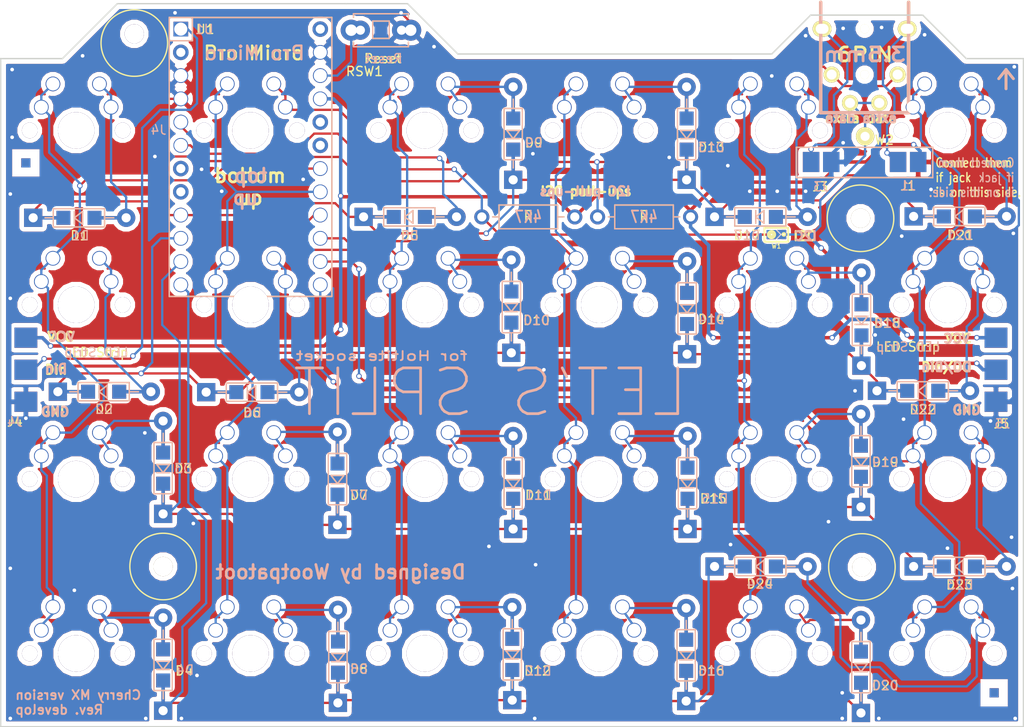
<source format=kicad_pcb>
(kicad_pcb (version 4) (host pcbnew 4.0.7)
  (layers (0 F.Cu signal) (31 B.Cu signal) (34 B.Paste user) (35 F.Paste user) (36 B.SilkS user) (37 F.SilkS user) (38 B.Mask user) (39 F.Mask user) (44 Edge.Cuts user))
  (net 0 "")
  (net 1 "Net-(D1-Pad2)")
  (net 2 row0)
  (net 3 "Net-(D2-Pad2)")
  (net 4 row1)
  (net 5 "Net-(D3-Pad2)")
  (net 6 row2)
  (net 7 "Net-(D4-Pad2)")
  (net 8 row3)
  (net 9 "Net-(D5-Pad2)")
  (net 10 "Net-(D6-Pad2)")
  (net 11 "Net-(D7-Pad2)")
  (net 12 "Net-(D8-Pad2)")
  (net 13 "Net-(D9-Pad2)")
  (net 14 "Net-(D10-Pad2)")
  (net 15 "Net-(D11-Pad2)")
  (net 16 "Net-(D12-Pad2)")
  (net 17 "Net-(D13-Pad2)")
  (net 18 "Net-(D14-Pad2)")
  (net 19 "Net-(D15-Pad2)")
  (net 20 "Net-(D16-Pad2)")
  (net 21 "Net-(D17-Pad2)")
  (net 22 "Net-(D18-Pad2)")
  (net 23 "Net-(D19-Pad2)")
  (net 24 "Net-(D20-Pad2)")
  (net 25 "Net-(D21-Pad2)")
  (net 26 "Net-(D22-Pad2)")
  (net 27 "Net-(D23-Pad2)")
  (net 28 "Net-(D24-Pad2)")
  (net 29 GND)
  (net 30 "Net-(J1-Pad2)")
  (net 31 VCC)
  (net 32 data)
  (net 33 xtradata)
  (net 34 "Net-(J2-Pad4)")
  (net 35 col0)
  (net 36 col1)
  (net 37 col2)
  (net 38 col3)
  (net 39 col4)
  (net 40 col5)
  (net 41 "Net-(RSW1-Pad1)")
  (net 42 I2C_SDA)
  (net 43 "Net-(J4-Pad2)")
  (module local:MXALPS_FLIP_HOLES (layer F.Cu) (at 45.5 104.15)
    (fp_text reference SW4 hide)
    (fp_text value SW_PUSH hide)
    (pad 2 thru_hole circle (at 2.54 -5.23) (size 1.61 1.61) (drill 1.42) (layers *.Cu *.Mask) (net 7 "Net-(D4-Pad2)"))
    (pad 1 thru_hole circle (at -2.54 -5.23) (size 1.61 1.61) (drill 1.42) (layers *.Cu *.Mask) (net 35 col0))
    (pad 2 thru_hole circle (at 3.81 -2.69) (size 1.61 1.61) (drill 1.42) (layers *.Cu *.Mask) (net 7 "Net-(D4-Pad2)"))
    (pad "" np_thru_hole circle (at 5.08 -0.15) (size 1.70181 1.70181) (drill 1.7018) (layers *.Cu *.Mask) (clearance 0.1524))
    (pad "" np_thru_hole circle (at -5.08 -0.15) (size 1.70181 1.70181) (drill 1.7018) (layers *.Cu *.Mask) (clearance 0.1524))
    (pad "" np_thru_hole circle (at 0 -0.15) (size 3.98781 3.98781) (drill 3.9878) (layers *.Cu *.Mask) (clearance 0.1524))
    (pad 1 thru_hole circle (at -3.81 -2.69) (size 1.61 1.61) (drill 1.42) (layers *.Cu *.Mask) (net 35 col0))
  )
  (module local:MXALPS_FLIP_HOLES (layer F.Cu) (at 140.75 84.95)
    (fp_text reference SW23 hide)
    (fp_text value SW_PUSH hide)
    (pad 2 thru_hole circle (at 2.54 -5.08) (size 1.61 1.61) (drill 1.42) (layers *.Cu *.Mask) (net 27 "Net-(D23-Pad2)"))
    (pad 1 thru_hole circle (at -2.54 -5.08) (size 1.61 1.61) (drill 1.42) (layers *.Cu *.Mask) (net 40 col5))
    (pad 2 thru_hole circle (at 3.81 -2.54) (size 1.61 1.61) (drill 1.42) (layers *.Cu *.Mask) (net 27 "Net-(D23-Pad2)"))
    (pad "" np_thru_hole circle (at 5.08 0) (size 1.70181 1.70181) (drill 1.7018) (layers *.Cu *.Mask) (clearance 0.1524))
    (pad "" np_thru_hole circle (at -5.08 0) (size 1.70181 1.70181) (drill 1.7018) (layers *.Cu *.Mask) (clearance 0.1524))
    (pad "" np_thru_hole circle (at 0 0) (size 3.98781 3.98781) (drill 3.9878) (layers *.Cu *.Mask) (clearance 0.1524))
    (pad 1 thru_hole circle (at -3.81 -2.54) (size 1.61 1.61) (drill 1.42) (layers *.Cu *.Mask) (net 40 col5))
  )
  (module local:MXALPS_FLIP_HOLES (layer F.Cu) (at 121.7 84.95)
    (fp_text reference SW19 hide)
    (fp_text value SW_PUSH hide)
    (pad 2 thru_hole circle (at 2.54 -5.08) (size 1.61 1.61) (drill 1.42) (layers *.Cu *.Mask) (net 23 "Net-(D19-Pad2)"))
    (pad 1 thru_hole circle (at -2.54 -5.08) (size 1.61 1.61) (drill 1.42) (layers *.Cu *.Mask) (net 39 col4))
    (pad 2 thru_hole circle (at 3.81 -2.54) (size 1.61 1.61) (drill 1.42) (layers *.Cu *.Mask) (net 23 "Net-(D19-Pad2)"))
    (pad "" np_thru_hole circle (at 5.08 0) (size 1.70181 1.70181) (drill 1.7018) (layers *.Cu *.Mask) (clearance 0.1524))
    (pad "" np_thru_hole circle (at -5.08 0) (size 1.70181 1.70181) (drill 1.7018) (layers *.Cu *.Mask) (clearance 0.1524))
    (pad "" np_thru_hole circle (at 0 0) (size 3.98781 3.98781) (drill 3.9878) (layers *.Cu *.Mask) (clearance 0.1524))
    (pad 1 thru_hole circle (at -3.81 -2.54) (size 1.61 1.61) (drill 1.42) (layers *.Cu *.Mask) (net 39 col4))
  )
  (module local:MXALPS_FLIP_HOLES (layer F.Cu) (at 45.5 46.85)
    (fp_text reference SW1 hide)
    (fp_text value SW_PUSH hide)
    (pad 2 thru_hole circle (at 2.54 -5.08) (size 1.61 1.61) (drill 1.42) (layers *.Cu *.Mask) (net 1 "Net-(D1-Pad2)"))
    (pad 1 thru_hole circle (at -2.54 -5.08) (size 1.61 1.61) (drill 1.42) (layers *.Cu *.Mask) (net 35 col0))
    (pad 2 thru_hole circle (at 3.81 -2.54) (size 1.61 1.61) (drill 1.42) (layers *.Cu *.Mask) (net 1 "Net-(D1-Pad2)"))
    (pad "" np_thru_hole circle (at 5.08 0) (size 1.70181 1.70181) (drill 1.7018) (layers *.Cu *.Mask) (clearance 0.1524))
    (pad "" np_thru_hole circle (at -5.08 0) (size 1.70181 1.70181) (drill 1.7018) (layers *.Cu *.Mask) (clearance 0.1524))
    (pad "" np_thru_hole circle (at 0 0) (size 3.98781 3.98781) (drill 3.9878) (layers *.Cu *.Mask) (clearance 0.1524))
    (pad 1 thru_hole circle (at -3.81 -2.54) (size 1.61 1.61) (drill 1.42) (layers *.Cu *.Mask) (net 35 col0))
  )
  (module local:MXALPS_FLIP_HOLES (layer F.Cu) (at 45.55 65.95)
    (fp_text reference SW2 hide)
    (fp_text value SW_PUSH hide)
    (pad 2 thru_hole circle (at 2.49 -5.13) (size 1.61 1.61) (drill 1.42) (layers *.Cu *.Mask) (net 3 "Net-(D2-Pad2)"))
    (pad 1 thru_hole circle (at -2.59 -5.13) (size 1.61 1.61) (drill 1.42) (layers *.Cu *.Mask) (net 35 col0))
    (pad 2 thru_hole circle (at 3.76 -2.59) (size 1.61 1.61) (drill 1.42) (layers *.Cu *.Mask) (net 3 "Net-(D2-Pad2)"))
    (pad "" np_thru_hole circle (at 5.03 -0.05) (size 1.70181 1.70181) (drill 1.7018) (layers *.Cu *.Mask) (clearance 0.1524))
    (pad "" np_thru_hole circle (at -5.13 -0.05) (size 1.70181 1.70181) (drill 1.7018) (layers *.Cu *.Mask) (clearance 0.1524))
    (pad "" np_thru_hole circle (at -0.05 -0.05) (size 3.98781 3.98781) (drill 3.9878) (layers *.Cu *.Mask) (clearance 0.1524))
    (pad 1 thru_hole circle (at -3.86 -2.59) (size 1.61 1.61) (drill 1.42) (layers *.Cu *.Mask) (net 35 col0))
  )
  (module local:MXALPS_FLIP_HOLES (layer F.Cu) (at 45.5 85)
    (fp_text reference SW3 hide)
    (fp_text value SW_PUSH hide)
    (pad 2 thru_hole circle (at 2.54 -5.13) (size 1.61 1.61) (drill 1.42) (layers *.Cu *.Mask) (net 5 "Net-(D3-Pad2)"))
    (pad 1 thru_hole circle (at -2.54 -5.13) (size 1.61 1.61) (drill 1.42) (layers *.Cu *.Mask) (net 35 col0))
    (pad 2 thru_hole circle (at 3.81 -2.59) (size 1.61 1.61) (drill 1.42) (layers *.Cu *.Mask) (net 5 "Net-(D3-Pad2)"))
    (pad "" np_thru_hole circle (at 5.08 -0.05) (size 1.70181 1.70181) (drill 1.7018) (layers *.Cu *.Mask) (clearance 0.1524))
    (pad "" np_thru_hole circle (at -5.08 -0.05) (size 1.70181 1.70181) (drill 1.7018) (layers *.Cu *.Mask) (clearance 0.1524))
    (pad "" np_thru_hole circle (at 0 -0.05) (size 3.98781 3.98781) (drill 3.9878) (layers *.Cu *.Mask) (clearance 0.1524))
    (pad 1 thru_hole circle (at -3.81 -2.59) (size 1.61 1.61) (drill 1.42) (layers *.Cu *.Mask) (net 35 col0))
  )
  (module local:MXALPS_FLIP_HOLES (layer F.Cu) (at 64.55 46.85)
    (fp_text reference SW5 hide)
    (fp_text value SW_PUSH hide)
    (pad 2 thru_hole circle (at 2.54 -5.08) (size 1.61 1.61) (drill 1.42) (layers *.Cu *.Mask) (net 9 "Net-(D5-Pad2)"))
    (pad 1 thru_hole circle (at -2.54 -5.08) (size 1.61 1.61) (drill 1.42) (layers *.Cu *.Mask) (net 36 col1))
    (pad 2 thru_hole circle (at 3.81 -2.54) (size 1.61 1.61) (drill 1.42) (layers *.Cu *.Mask) (net 9 "Net-(D5-Pad2)"))
    (pad "" np_thru_hole circle (at 5.08 0) (size 1.70181 1.70181) (drill 1.7018) (layers *.Cu *.Mask) (clearance 0.1524))
    (pad "" np_thru_hole circle (at -5.08 0) (size 1.70181 1.70181) (drill 1.7018) (layers *.Cu *.Mask) (clearance 0.1524))
    (pad "" np_thru_hole circle (at 0 0) (size 3.98781 3.98781) (drill 3.9878) (layers *.Cu *.Mask) (clearance 0.1524))
    (pad 1 thru_hole circle (at -3.81 -2.54) (size 1.61 1.61) (drill 1.42) (layers *.Cu *.Mask) (net 36 col1))
  )
  (module local:MXALPS_FLIP_HOLES (layer F.Cu) (at 64.55 65.9)
    (fp_text reference SW6 hide)
    (fp_text value SW_PUSH hide)
    (pad 2 thru_hole circle (at 2.54 -5.08) (size 1.61 1.61) (drill 1.42) (layers *.Cu *.Mask) (net 10 "Net-(D6-Pad2)"))
    (pad 1 thru_hole circle (at -2.54 -5.08) (size 1.61 1.61) (drill 1.42) (layers *.Cu *.Mask) (net 36 col1))
    (pad 2 thru_hole circle (at 3.81 -2.54) (size 1.61 1.61) (drill 1.42) (layers *.Cu *.Mask) (net 10 "Net-(D6-Pad2)"))
    (pad "" np_thru_hole circle (at 5.08 0) (size 1.70181 1.70181) (drill 1.7018) (layers *.Cu *.Mask) (clearance 0.1524))
    (pad "" np_thru_hole circle (at -5.08 0) (size 1.70181 1.70181) (drill 1.7018) (layers *.Cu *.Mask) (clearance 0.1524))
    (pad "" np_thru_hole circle (at 0 0) (size 3.98781 3.98781) (drill 3.9878) (layers *.Cu *.Mask) (clearance 0.1524))
    (pad 1 thru_hole circle (at -3.81 -2.54) (size 1.61 1.61) (drill 1.42) (layers *.Cu *.Mask) (net 36 col1))
  )
  (module local:MXALPS_FLIP_HOLES (layer F.Cu) (at 64.55 84.95)
    (fp_text reference SW7 hide)
    (fp_text value SW_PUSH hide)
    (pad 2 thru_hole circle (at 2.54 -5.08) (size 1.61 1.61) (drill 1.42) (layers *.Cu *.Mask) (net 11 "Net-(D7-Pad2)"))
    (pad 1 thru_hole circle (at -2.54 -5.08) (size 1.61 1.61) (drill 1.42) (layers *.Cu *.Mask) (net 36 col1))
    (pad 2 thru_hole circle (at 3.81 -2.54) (size 1.61 1.61) (drill 1.42) (layers *.Cu *.Mask) (net 11 "Net-(D7-Pad2)"))
    (pad "" np_thru_hole circle (at 5.08 0) (size 1.70181 1.70181) (drill 1.7018) (layers *.Cu *.Mask) (clearance 0.1524))
    (pad "" np_thru_hole circle (at -5.08 0) (size 1.70181 1.70181) (drill 1.7018) (layers *.Cu *.Mask) (clearance 0.1524))
    (pad "" np_thru_hole circle (at 0 0) (size 3.98781 3.98781) (drill 3.9878) (layers *.Cu *.Mask) (clearance 0.1524))
    (pad 1 thru_hole circle (at -3.81 -2.54) (size 1.61 1.61) (drill 1.42) (layers *.Cu *.Mask) (net 36 col1))
  )
  (module local:MXALPS_FLIP_HOLES (layer F.Cu) (at 64.55 104)
    (fp_text reference SW8 hide)
    (fp_text value SW_PUSH hide)
    (pad 2 thru_hole circle (at 2.54 -5.08) (size 1.61 1.61) (drill 1.42) (layers *.Cu *.Mask) (net 12 "Net-(D8-Pad2)"))
    (pad 1 thru_hole circle (at -2.54 -5.08) (size 1.61 1.61) (drill 1.42) (layers *.Cu *.Mask) (net 36 col1))
    (pad 2 thru_hole circle (at 3.81 -2.54) (size 1.61 1.61) (drill 1.42) (layers *.Cu *.Mask) (net 12 "Net-(D8-Pad2)"))
    (pad "" np_thru_hole circle (at 5.08 0) (size 1.70181 1.70181) (drill 1.7018) (layers *.Cu *.Mask) (clearance 0.1524))
    (pad "" np_thru_hole circle (at -5.08 0) (size 1.70181 1.70181) (drill 1.7018) (layers *.Cu *.Mask) (clearance 0.1524))
    (pad "" np_thru_hole circle (at 0 0) (size 3.98781 3.98781) (drill 3.9878) (layers *.Cu *.Mask) (clearance 0.1524))
    (pad 1 thru_hole circle (at -3.81 -2.54) (size 1.61 1.61) (drill 1.42) (layers *.Cu *.Mask) (net 36 col1))
  )
  (module local:MXALPS_FLIP_HOLES (layer F.Cu) (at 83.6 46.85)
    (fp_text reference SW9 hide)
    (fp_text value SW_PUSH hide)
    (pad 2 thru_hole circle (at 2.54 -5.08) (size 1.61 1.61) (drill 1.42) (layers *.Cu *.Mask) (net 13 "Net-(D9-Pad2)"))
    (pad 1 thru_hole circle (at -2.54 -5.08) (size 1.61 1.61) (drill 1.42) (layers *.Cu *.Mask) (net 37 col2))
    (pad 2 thru_hole circle (at 3.81 -2.54) (size 1.61 1.61) (drill 1.42) (layers *.Cu *.Mask) (net 13 "Net-(D9-Pad2)"))
    (pad "" np_thru_hole circle (at 5.08 0) (size 1.70181 1.70181) (drill 1.7018) (layers *.Cu *.Mask) (clearance 0.1524))
    (pad "" np_thru_hole circle (at -5.08 0) (size 1.70181 1.70181) (drill 1.7018) (layers *.Cu *.Mask) (clearance 0.1524))
    (pad "" np_thru_hole circle (at 0 0) (size 3.98781 3.98781) (drill 3.9878) (layers *.Cu *.Mask) (clearance 0.1524))
    (pad 1 thru_hole circle (at -3.81 -2.54) (size 1.61 1.61) (drill 1.42) (layers *.Cu *.Mask) (net 37 col2))
  )
  (module local:MXALPS_FLIP_HOLES (layer F.Cu) (at 83.6 65.9)
    (fp_text reference SW10 hide)
    (fp_text value SW_PUSH hide)
    (pad 2 thru_hole circle (at 2.54 -5.08) (size 1.61 1.61) (drill 1.42) (layers *.Cu *.Mask) (net 14 "Net-(D10-Pad2)"))
    (pad 1 thru_hole circle (at -2.54 -5.08) (size 1.61 1.61) (drill 1.42) (layers *.Cu *.Mask) (net 37 col2))
    (pad 2 thru_hole circle (at 3.81 -2.54) (size 1.61 1.61) (drill 1.42) (layers *.Cu *.Mask) (net 14 "Net-(D10-Pad2)"))
    (pad "" np_thru_hole circle (at 5.08 0) (size 1.70181 1.70181) (drill 1.7018) (layers *.Cu *.Mask) (clearance 0.1524))
    (pad "" np_thru_hole circle (at -5.08 0) (size 1.70181 1.70181) (drill 1.7018) (layers *.Cu *.Mask) (clearance 0.1524))
    (pad "" np_thru_hole circle (at 0 0) (size 3.98781 3.98781) (drill 3.9878) (layers *.Cu *.Mask) (clearance 0.1524))
    (pad 1 thru_hole circle (at -3.81 -2.54) (size 1.61 1.61) (drill 1.42) (layers *.Cu *.Mask) (net 37 col2))
  )
  (module local:MXALPS_FLIP_HOLES (layer F.Cu) (at 83.6 84.95)
    (fp_text reference SW11 hide)
    (fp_text value SW_PUSH hide)
    (pad 2 thru_hole circle (at 2.54 -5.08) (size 1.61 1.61) (drill 1.42) (layers *.Cu *.Mask) (net 15 "Net-(D11-Pad2)"))
    (pad 1 thru_hole circle (at -2.54 -5.08) (size 1.61 1.61) (drill 1.42) (layers *.Cu *.Mask) (net 37 col2))
    (pad 2 thru_hole circle (at 3.81 -2.54) (size 1.61 1.61) (drill 1.42) (layers *.Cu *.Mask) (net 15 "Net-(D11-Pad2)"))
    (pad "" np_thru_hole circle (at 5.08 0) (size 1.70181 1.70181) (drill 1.7018) (layers *.Cu *.Mask) (clearance 0.1524))
    (pad "" np_thru_hole circle (at -5.08 0) (size 1.70181 1.70181) (drill 1.7018) (layers *.Cu *.Mask) (clearance 0.1524))
    (pad "" np_thru_hole circle (at 0 0) (size 3.98781 3.98781) (drill 3.9878) (layers *.Cu *.Mask) (clearance 0.1524))
    (pad 1 thru_hole circle (at -3.81 -2.54) (size 1.61 1.61) (drill 1.42) (layers *.Cu *.Mask) (net 37 col2))
  )
  (module local:MXALPS_FLIP_HOLES (layer F.Cu) (at 83.6 104)
    (fp_text reference SW12 hide)
    (fp_text value SW_PUSH hide)
    (pad 2 thru_hole circle (at 2.54 -5.08) (size 1.61 1.61) (drill 1.42) (layers *.Cu *.Mask) (net 16 "Net-(D12-Pad2)"))
    (pad 1 thru_hole circle (at -2.54 -5.08) (size 1.61 1.61) (drill 1.42) (layers *.Cu *.Mask) (net 37 col2))
    (pad 2 thru_hole circle (at 3.81 -2.54) (size 1.61 1.61) (drill 1.42) (layers *.Cu *.Mask) (net 16 "Net-(D12-Pad2)"))
    (pad "" np_thru_hole circle (at 5.08 0) (size 1.70181 1.70181) (drill 1.7018) (layers *.Cu *.Mask) (clearance 0.1524))
    (pad "" np_thru_hole circle (at -5.08 0) (size 1.70181 1.70181) (drill 1.7018) (layers *.Cu *.Mask) (clearance 0.1524))
    (pad "" np_thru_hole circle (at 0 0) (size 3.98781 3.98781) (drill 3.9878) (layers *.Cu *.Mask) (clearance 0.1524))
    (pad 1 thru_hole circle (at -3.81 -2.54) (size 1.61 1.61) (drill 1.42) (layers *.Cu *.Mask) (net 37 col2))
  )
  (module local:MXALPS_FLIP_HOLES (layer F.Cu) (at 102.65 46.85)
    (fp_text reference SW13 hide)
    (fp_text value SW_PUSH hide)
    (pad 2 thru_hole circle (at 2.54 -5.08) (size 1.61 1.61) (drill 1.42) (layers *.Cu *.Mask) (net 17 "Net-(D13-Pad2)"))
    (pad 1 thru_hole circle (at -2.54 -5.08) (size 1.61 1.61) (drill 1.42) (layers *.Cu *.Mask) (net 38 col3))
    (pad 2 thru_hole circle (at 3.81 -2.54) (size 1.61 1.61) (drill 1.42) (layers *.Cu *.Mask) (net 17 "Net-(D13-Pad2)"))
    (pad "" np_thru_hole circle (at 5.08 0) (size 1.70181 1.70181) (drill 1.7018) (layers *.Cu *.Mask) (clearance 0.1524))
    (pad "" np_thru_hole circle (at -5.08 0) (size 1.70181 1.70181) (drill 1.7018) (layers *.Cu *.Mask) (clearance 0.1524))
    (pad "" np_thru_hole circle (at 0 0) (size 3.98781 3.98781) (drill 3.9878) (layers *.Cu *.Mask) (clearance 0.1524))
    (pad 1 thru_hole circle (at -3.81 -2.54) (size 1.61 1.61) (drill 1.42) (layers *.Cu *.Mask) (net 38 col3))
  )
  (module local:MXALPS_FLIP_HOLES (layer F.Cu) (at 102.65 65.9)
    (fp_text reference SW14 hide)
    (fp_text value SW_PUSH hide)
    (pad 2 thru_hole circle (at 2.54 -5.08) (size 1.61 1.61) (drill 1.42) (layers *.Cu *.Mask) (net 18 "Net-(D14-Pad2)"))
    (pad 1 thru_hole circle (at -2.54 -5.08) (size 1.61 1.61) (drill 1.42) (layers *.Cu *.Mask) (net 38 col3))
    (pad 2 thru_hole circle (at 3.81 -2.54) (size 1.61 1.61) (drill 1.42) (layers *.Cu *.Mask) (net 18 "Net-(D14-Pad2)"))
    (pad "" np_thru_hole circle (at 5.08 0) (size 1.70181 1.70181) (drill 1.7018) (layers *.Cu *.Mask) (clearance 0.1524))
    (pad "" np_thru_hole circle (at -5.08 0) (size 1.70181 1.70181) (drill 1.7018) (layers *.Cu *.Mask) (clearance 0.1524))
    (pad "" np_thru_hole circle (at 0 0) (size 3.98781 3.98781) (drill 3.9878) (layers *.Cu *.Mask) (clearance 0.1524))
    (pad 1 thru_hole circle (at -3.81 -2.54) (size 1.61 1.61) (drill 1.42) (layers *.Cu *.Mask) (net 38 col3))
  )
  (module local:MXALPS_FLIP_HOLES (layer F.Cu) (at 102.65 84.95)
    (fp_text reference SW15 hide)
    (fp_text value SW_PUSH hide)
    (pad 2 thru_hole circle (at 2.54 -5.08) (size 1.61 1.61) (drill 1.42) (layers *.Cu *.Mask) (net 19 "Net-(D15-Pad2)"))
    (pad 1 thru_hole circle (at -2.54 -5.08) (size 1.61 1.61) (drill 1.42) (layers *.Cu *.Mask) (net 38 col3))
    (pad 2 thru_hole circle (at 3.81 -2.54) (size 1.61 1.61) (drill 1.42) (layers *.Cu *.Mask) (net 19 "Net-(D15-Pad2)"))
    (pad "" np_thru_hole circle (at 5.08 0) (size 1.70181 1.70181) (drill 1.7018) (layers *.Cu *.Mask) (clearance 0.1524))
    (pad "" np_thru_hole circle (at -5.08 0) (size 1.70181 1.70181) (drill 1.7018) (layers *.Cu *.Mask) (clearance 0.1524))
    (pad "" np_thru_hole circle (at 0 0) (size 3.98781 3.98781) (drill 3.9878) (layers *.Cu *.Mask) (clearance 0.1524))
    (pad 1 thru_hole circle (at -3.81 -2.54) (size 1.61 1.61) (drill 1.42) (layers *.Cu *.Mask) (net 38 col3))
  )
  (module local:MXALPS_FLIP_HOLES (layer F.Cu) (at 102.65 104)
    (fp_text reference SW16 hide)
    (fp_text value SW_PUSH hide)
    (pad 2 thru_hole circle (at 2.54 -5.08) (size 1.61 1.61) (drill 1.42) (layers *.Cu *.Mask) (net 20 "Net-(D16-Pad2)"))
    (pad 1 thru_hole circle (at -2.54 -5.08) (size 1.61 1.61) (drill 1.42) (layers *.Cu *.Mask) (net 38 col3))
    (pad 2 thru_hole circle (at 3.81 -2.54) (size 1.61 1.61) (drill 1.42) (layers *.Cu *.Mask) (net 20 "Net-(D16-Pad2)"))
    (pad "" np_thru_hole circle (at 5.08 0) (size 1.70181 1.70181) (drill 1.7018) (layers *.Cu *.Mask) (clearance 0.1524))
    (pad "" np_thru_hole circle (at -5.08 0) (size 1.70181 1.70181) (drill 1.7018) (layers *.Cu *.Mask) (clearance 0.1524))
    (pad "" np_thru_hole circle (at 0 0) (size 3.98781 3.98781) (drill 3.9878) (layers *.Cu *.Mask) (clearance 0.1524))
    (pad 1 thru_hole circle (at -3.81 -2.54) (size 1.61 1.61) (drill 1.42) (layers *.Cu *.Mask) (net 38 col3))
  )
  (module local:MXALPS_FLIP_HOLES (layer F.Cu) (at 121.7 46.85)
    (fp_text reference SW17 hide)
    (fp_text value SW_PUSH hide)
    (pad 2 thru_hole circle (at 2.54 -5.08) (size 1.61 1.61) (drill 1.42) (layers *.Cu *.Mask) (net 21 "Net-(D17-Pad2)"))
    (pad 1 thru_hole circle (at -2.54 -5.08) (size 1.61 1.61) (drill 1.42) (layers *.Cu *.Mask) (net 39 col4))
    (pad 2 thru_hole circle (at 3.81 -2.54) (size 1.61 1.61) (drill 1.42) (layers *.Cu *.Mask) (net 21 "Net-(D17-Pad2)"))
    (pad "" np_thru_hole circle (at 5.08 0) (size 1.70181 1.70181) (drill 1.7018) (layers *.Cu *.Mask) (clearance 0.1524))
    (pad "" np_thru_hole circle (at -5.08 0) (size 1.70181 1.70181) (drill 1.7018) (layers *.Cu *.Mask) (clearance 0.1524))
    (pad "" np_thru_hole circle (at 0 0) (size 3.98781 3.98781) (drill 3.9878) (layers *.Cu *.Mask) (clearance 0.1524))
    (pad 1 thru_hole circle (at -3.81 -2.54) (size 1.61 1.61) (drill 1.42) (layers *.Cu *.Mask) (net 39 col4))
  )
  (module local:MXALPS_FLIP_HOLES (layer F.Cu) (at 121.7 65.9)
    (fp_text reference SW18 hide)
    (fp_text value SW_PUSH hide)
    (pad 2 thru_hole circle (at 2.54 -5.08) (size 1.61 1.61) (drill 1.42) (layers *.Cu *.Mask) (net 22 "Net-(D18-Pad2)"))
    (pad 1 thru_hole circle (at -2.54 -5.08) (size 1.61 1.61) (drill 1.42) (layers *.Cu *.Mask) (net 39 col4))
    (pad 2 thru_hole circle (at 3.81 -2.54) (size 1.61 1.61) (drill 1.42) (layers *.Cu *.Mask) (net 22 "Net-(D18-Pad2)"))
    (pad "" np_thru_hole circle (at 5.08 0) (size 1.70181 1.70181) (drill 1.7018) (layers *.Cu *.Mask) (clearance 0.1524))
    (pad "" np_thru_hole circle (at -5.08 0) (size 1.70181 1.70181) (drill 1.7018) (layers *.Cu *.Mask) (clearance 0.1524))
    (pad "" np_thru_hole circle (at 0 0) (size 3.98781 3.98781) (drill 3.9878) (layers *.Cu *.Mask) (clearance 0.1524))
    (pad 1 thru_hole circle (at -3.81 -2.54) (size 1.61 1.61) (drill 1.42) (layers *.Cu *.Mask) (net 39 col4))
  )
  (module local:MXALPS_FLIP_HOLES (layer F.Cu) (at 121.7 104)
    (fp_text reference SW20 hide)
    (fp_text value SW_PUSH hide)
    (pad 2 thru_hole circle (at 2.54 -5.08) (size 1.61 1.61) (drill 1.42) (layers *.Cu *.Mask) (net 24 "Net-(D20-Pad2)"))
    (pad 1 thru_hole circle (at -2.54 -5.08) (size 1.61 1.61) (drill 1.42) (layers *.Cu *.Mask) (net 39 col4))
    (pad 2 thru_hole circle (at 3.81 -2.54) (size 1.61 1.61) (drill 1.42) (layers *.Cu *.Mask) (net 24 "Net-(D20-Pad2)"))
    (pad "" np_thru_hole circle (at 5.08 0) (size 1.70181 1.70181) (drill 1.7018) (layers *.Cu *.Mask) (clearance 0.1524))
    (pad "" np_thru_hole circle (at -5.08 0) (size 1.70181 1.70181) (drill 1.7018) (layers *.Cu *.Mask) (clearance 0.1524))
    (pad "" np_thru_hole circle (at 0 0) (size 3.98781 3.98781) (drill 3.9878) (layers *.Cu *.Mask) (clearance 0.1524))
    (pad 1 thru_hole circle (at -3.81 -2.54) (size 1.61 1.61) (drill 1.42) (layers *.Cu *.Mask) (net 39 col4))
  )
  (module local:MXALPS_FLIP_HOLES (layer F.Cu) (at 140.75 46.85)
    (fp_text reference SW21 hide)
    (fp_text value SW_PUSH hide)
    (pad 2 thru_hole circle (at 2.54 -5.08) (size 1.61 1.61) (drill 1.42) (layers *.Cu *.Mask) (net 25 "Net-(D21-Pad2)"))
    (pad 1 thru_hole circle (at -2.54 -5.08) (size 1.61 1.61) (drill 1.42) (layers *.Cu *.Mask) (net 40 col5))
    (pad 2 thru_hole circle (at 3.81 -2.54) (size 1.61 1.61) (drill 1.42) (layers *.Cu *.Mask) (net 25 "Net-(D21-Pad2)"))
    (pad "" np_thru_hole circle (at 5.08 0) (size 1.70181 1.70181) (drill 1.7018) (layers *.Cu *.Mask) (clearance 0.1524))
    (pad "" np_thru_hole circle (at -5.08 0) (size 1.70181 1.70181) (drill 1.7018) (layers *.Cu *.Mask) (clearance 0.1524))
    (pad "" np_thru_hole circle (at 0 0) (size 3.98781 3.98781) (drill 3.9878) (layers *.Cu *.Mask) (clearance 0.1524))
    (pad 1 thru_hole circle (at -3.81 -2.54) (size 1.61 1.61) (drill 1.42) (layers *.Cu *.Mask) (net 40 col5))
  )
  (module local:MXALPS_FLIP_HOLES (layer F.Cu) (at 140.75 65.9)
    (fp_text reference SW22 hide)
    (fp_text value SW_PUSH hide)
    (pad 2 thru_hole circle (at 2.54 -5.08) (size 1.61 1.61) (drill 1.42) (layers *.Cu *.Mask) (net 26 "Net-(D22-Pad2)"))
    (pad 1 thru_hole circle (at -2.54 -5.08) (size 1.61 1.61) (drill 1.42) (layers *.Cu *.Mask) (net 40 col5))
    (pad 2 thru_hole circle (at 3.81 -2.54) (size 1.61 1.61) (drill 1.42) (layers *.Cu *.Mask) (net 26 "Net-(D22-Pad2)"))
    (pad "" np_thru_hole circle (at 5.08 0) (size 1.70181 1.70181) (drill 1.7018) (layers *.Cu *.Mask) (clearance 0.1524))
    (pad "" np_thru_hole circle (at -5.08 0) (size 1.70181 1.70181) (drill 1.7018) (layers *.Cu *.Mask) (clearance 0.1524))
    (pad "" np_thru_hole circle (at 0 0) (size 3.98781 3.98781) (drill 3.9878) (layers *.Cu *.Mask) (clearance 0.1524))
    (pad 1 thru_hole circle (at -3.81 -2.54) (size 1.61 1.61) (drill 1.42) (layers *.Cu *.Mask) (net 40 col5))
  )
  (module local:MXALPS_FLIP_HOLES (layer F.Cu) (at 140.75 104)
    (fp_text reference SW24 hide)
    (fp_text value SW_PUSH hide)
    (pad 2 thru_hole circle (at 2.54 -5.08) (size 1.61 1.61) (drill 1.42) (layers *.Cu *.Mask) (net 28 "Net-(D24-Pad2)"))
    (pad 1 thru_hole circle (at -2.54 -5.08) (size 1.61 1.61) (drill 1.42) (layers *.Cu *.Mask) (net 40 col5))
    (pad 2 thru_hole circle (at 3.81 -2.54) (size 1.61 1.61) (drill 1.42) (layers *.Cu *.Mask) (net 28 "Net-(D24-Pad2)"))
    (pad "" np_thru_hole circle (at 5.08 0) (size 1.70181 1.70181) (drill 1.7018) (layers *.Cu *.Mask) (clearance 0.1524))
    (pad "" np_thru_hole circle (at -5.08 0) (size 1.70181 1.70181) (drill 1.7018) (layers *.Cu *.Mask) (clearance 0.1524))
    (pad "" np_thru_hole circle (at 0 0) (size 3.98781 3.98781) (drill 3.9878) (layers *.Cu *.Mask) (clearance 0.1524))
    (pad 1 thru_hole circle (at -3.81 -2.54) (size 1.61 1.61) (drill 1.42) (layers *.Cu *.Mask) (net 40 col5))
  )
  (module local:TACTILE_COMPATIBLE (layer F.Cu) (at 78.8 35.9)
    (fp_text reference RSW1 (at -1.8 4.5) (layer F.SilkS))
    (fp_text value SW_PUSH hide)
    (pad 2 thru_hole circle (at 2.25 0) (size 2.1 2.1) (drill 1) (layers *.Cu *.Mask) (net 29 GND))
    (pad 1 thru_hole circle (at -2.25 0) (size 2.1 2.1) (drill 1) (layers *.Cu *.Mask) (net 41 "Net-(RSW1-Pad1)"))
    (pad 1 thru_hole circle (at -3.25 0) (size 2.3 2.3) (drill 1.25) (layers *.Cu *.Mask) (net 41 "Net-(RSW1-Pad1)"))
    (pad 2 thru_hole circle (at 3.25 0) (size 2.3 2.3) (drill 1.25) (layers *.Cu *.Mask) (net 29 GND))
  )
  (module local:SMD_JUMPER_2 (layer F.Cu) (at 136.4 50.3)
    (fp_text reference J1 (at 0 2.6) (layer F.SilkS))
    (fp_text value 3PIN)
    (pad 2 smd rect (at -1.1 0) (size 1.8 2.2) (layers F.Cu F.Paste F.Mask) (net 30 "Net-(J1-Pad2)"))
    (pad 1 smd rect (at 1.1 0) (size 1.8 2.2) (layers F.Cu F.Paste F.Mask) (net 29 GND))
    (pad 3 smd rect (at 1.1 0) (size 1.8 2.2) (layers B.Cu B.Paste B.Mask) (net 31 VCC))
    (pad 2 smd rect (at -1.1 0) (size 1.8 2.2) (layers B.Cu B.Paste B.Mask) (net 30 "Net-(J1-Pad2)"))
  )
  (module local:SMD_JUMPER_2 (layer B.Cu) (at 126.9 50.3)
    (fp_text reference J3 (at 0 2.7) (layer B.SilkS) (effects (justify mirror)))
    (fp_text value 3PIN hide)
    (pad 2 smd rect (at -1.1 0) (size 1.8 2.2) (layers B.Cu B.Paste B.Mask) (net 34 "Net-(J2-Pad4)"))
    (pad 1 smd rect (at 1.1 0) (size 1.8 2.2) (layers B.Cu B.Paste B.Mask) (net 29 GND))
    (pad 3 smd rect (at 1.1 0) (size 1.8 2.2) (layers F.Cu F.Paste F.Mask) (net 31 VCC))
    (pad 2 smd rect (at -1.1 0) (size 1.8 2.2) (layers F.Cu F.Paste F.Mask) (net 34 "Net-(J2-Pad4)"))
  )
  (module local:ProMicro (layer F.Cu) (at 64.55 49.75 270)
    (fp_text reference U1 (at -13.95 4.95 360) (layer F.SilkS))
    (fp_text value ProMicro hide)
    (pad 24 thru_hole circle (at -13.97 -7.62 270) (size 1.7 1.7) (drill 1) (layers *.Cu *.Mask))
    (pad 23 thru_hole circle (at -11.43 -7.62 270) (size 1.61 1.61) (drill 1.42) (layers *.Cu *.Mask) (net 29 GND))
    (pad 22 thru_hole circle (at -8.89 -7.62 270) (size 1.61 1.61) (drill 1.42) (layers *.Cu *.Mask) (net 41 "Net-(RSW1-Pad1)"))
    (pad 21 thru_hole circle (at -6.35 -7.62 270) (size 1.61 1.61) (drill 1.42) (layers *.Cu *.Mask) (net 31 VCC))
    (pad 20 thru_hole circle (at -3.81 -7.62 270) (size 1.7 1.7) (drill 1) (layers *.Cu *.Mask))
    (pad 19 thru_hole circle (at -1.27 -7.62 270) (size 1.7 1.7) (drill 1) (layers *.Cu *.Mask))
    (pad 18 thru_hole circle (at 1.27 -7.62 270) (size 1.61 1.61) (drill 1.42) (layers *.Cu *.Mask) (net 35 col0))
    (pad 17 thru_hole circle (at 3.81 -7.62 270) (size 1.61 1.61) (drill 1.42) (layers *.Cu *.Mask) (net 36 col1))
    (pad 16 thru_hole circle (at 6.35 -7.62 270) (size 1.61 1.61) (drill 1.42) (layers *.Cu *.Mask) (net 37 col2))
    (pad 15 thru_hole circle (at 8.89 -7.62 270) (size 1.61 1.61) (drill 1.42) (layers *.Cu *.Mask) (net 38 col3))
    (pad 14 thru_hole circle (at 11.43 -7.62 270) (size 1.61 1.61) (drill 1.42) (layers *.Cu *.Mask) (net 39 col4))
    (pad 13 thru_hole circle (at 13.97 -7.62 270) (size 1.61 1.61) (drill 1.42) (layers *.Cu *.Mask) (net 40 col5))
    (pad 12 thru_hole circle (at 13.97 7.62 270) (size 1.61 1.61) (drill 1.42) (layers *.Cu *.Mask) (net 8 row3))
    (pad 11 thru_hole circle (at 11.43 7.62 270) (size 1.61 1.61) (drill 1.42) (layers *.Cu *.Mask) (net 6 row2))
    (pad 10 thru_hole circle (at 8.89 7.62 270) (size 1.61 1.61) (drill 1.42) (layers *.Cu *.Mask) (net 4 row1))
    (pad 9 thru_hole circle (at 6.35 7.62 270) (size 1.61 1.61) (drill 1.42) (layers *.Cu *.Mask) (net 2 row0))
    (pad 8 thru_hole circle (at 3.81 7.62 270) (size 1.7 1.7) (drill 1) (layers *.Cu *.Mask))
    (pad 7 thru_hole circle (at 1.27 7.62 270) (size 1.7 1.7) (drill 1) (layers *.Cu *.Mask))
    (pad 6 thru_hole circle (at -1.27 7.62 270) (size 1.61 1.61) (drill 1.42) (layers *.Cu *.Mask) (net 32 data))
    (pad 5 thru_hole circle (at -3.81 7.62 270) (size 1.61 1.61) (drill 1.42) (layers *.Cu *.Mask) (net 42 I2C_SDA))
    (pad 4 thru_hole circle (at -6.35 7.62 270) (size 1.61 1.61) (drill 1.42) (layers *.Cu *.Mask) (net 29 GND))
    (pad 3 thru_hole circle (at -8.89 7.62 270) (size 1.61 1.61) (drill 1.42) (layers *.Cu *.Mask) (net 29 GND))
    (pad 2 thru_hole circle (at -11.43 7.62 270) (size 1.7 1.7) (drill 1) (layers *.Cu *.Mask))
    (pad 1 thru_hole rect (at -13.97 7.62 270) (size 1.61 1.61) (drill 1.42) (layers *.Cu *.Mask) (net 43 "Net-(J4-Pad2)"))
  )
  (module local:RESISTOR (layer B.Cu) (at 94.9 56.3 180)
    (fp_text reference R1 hide)
    (fp_text value 4K7 (at 0 0 360) (layer B.SilkS) (effects (font (size 1.27 1.016) (thickness 0.2032)) (justify mirror)))
    (fp_text user R (at 0 0 180) (layer F.SilkS) (effects (font (size 1.27 1.016))))
    (pad 2 thru_hole circle (at 5.08 0 180) (size 1.651 1.651) (drill 1) (layers *.Cu *.Mask) (net 42 I2C_SDA))
    (pad 1 thru_hole circle (at -5.08 0 180) (size 1.651 1.651) (drill 1) (layers *.Cu *.Mask) (net 31 VCC))
  )
  (module local:RESISTOR (layer B.Cu) (at 107.55 56.3)
    (fp_text reference R2 hide)
    (fp_text value 4K7 (at 0 0) (layer B.SilkS) (effects (font (size 1.27 1.016) (thickness 0.2032)) (justify mirror)))
    (fp_text user R (at 0 0) (layer F.SilkS) (effects (font (size 1.27 1.016))))
    (pad 2 thru_hole circle (at 5.08 0) (size 1.651 1.651) (drill 1) (layers *.Cu *.Mask) (net 31 VCC))
    (pad 1 thru_hole circle (at -5.08 0) (size 1.651 1.651) (drill 1) (layers *.Cu *.Mask) (net 32 data))
  )
  (module local:Diode_TH_SOD123 (layer F.Cu) (at 40.8 56.4)
    (fp_text reference D1 (at 5.05 1.95) (layer F.SilkS))
    (fp_text value D)
    (fp_text user D1 (at 5.15 1.95) (layer B.SilkS) (effects (justify mirror)))
    (pad 2 smd rect (at 6.7 0) (size 1.524 1.524) (layers F.Cu F.Paste F.Mask) (net 1 "Net-(D1-Pad2)"))
    (pad 1 smd rect (at 3.3 0) (size 1.524 1.524) (layers F.Cu F.Paste F.Mask) (net 2 row0))
    (pad 1 thru_hole rect (at 0 -0.00254 180) (size 1.99898 1.99898) (drill 1) (layers *.Cu *.Mask) (net 2 row0))
    (pad 2 thru_hole circle (at 10.16 -0.00254 180) (size 1.99898 1.99898) (drill 1) (layers *.Cu *.Mask) (net 1 "Net-(D1-Pad2)"))
    (pad 1 smd rect (at 3.3 0) (size 1.524 1.524) (layers B.Cu B.Paste B.Mask) (net 2 row0))
    (pad 2 smd rect (at 6.7 0) (size 1.524 1.524) (layers B.Cu B.Paste B.Mask) (net 1 "Net-(D1-Pad2)"))
  )
  (module local:Diode_TH_SOD123 (layer F.Cu) (at 43.5 75.4)
    (fp_text reference D2 (at 5.05 1.9) (layer F.SilkS))
    (fp_text value D)
    (fp_text user D2 (at 5.05 1.9) (layer B.SilkS) (effects (justify mirror)))
    (pad 2 smd rect (at 6.7 0) (size 1.524 1.524) (layers B.Cu B.Paste B.Mask) (net 3 "Net-(D2-Pad2)"))
    (pad 1 smd rect (at 3.3 0) (size 1.524 1.524) (layers B.Cu B.Paste B.Mask) (net 4 row1))
    (pad 2 thru_hole circle (at 10.16 -0.00254 180) (size 1.99898 1.99898) (drill 1) (layers *.Cu *.Mask) (net 3 "Net-(D2-Pad2)"))
    (pad 1 thru_hole rect (at 0 -0.00254 180) (size 1.99898 1.99898) (drill 1) (layers *.Cu *.Mask) (net 4 row1))
    (pad 1 smd rect (at 3.3 0) (size 1.524 1.524) (layers F.Cu F.Paste F.Mask) (net 4 row1))
    (pad 2 smd rect (at 6.7 0) (size 1.524 1.524) (layers F.Cu F.Paste F.Mask) (net 3 "Net-(D2-Pad2)"))
  )
  (module local:Diode_TH_SOD123 (layer F.Cu) (at 55 88.75 90)
    (fp_text reference D3 (at 4.95 2.2 180) (layer F.SilkS))
    (fp_text value D)
    (fp_text user D3 (at 4.95 2.2 180) (layer B.SilkS) (effects (justify mirror)))
    (pad 2 smd rect (at 6.7 0 90) (size 1.524 1.524) (layers F.Cu F.Paste F.Mask) (net 5 "Net-(D3-Pad2)"))
    (pad 1 smd rect (at 3.3 0 90) (size 1.524 1.524) (layers F.Cu F.Paste F.Mask) (net 6 row2))
    (pad 1 thru_hole rect (at 0 -0.00254 270) (size 1.99898 1.99898) (drill 1) (layers *.Cu *.Mask) (net 6 row2))
    (pad 2 thru_hole circle (at 10.16 -0.00254 270) (size 1.99898 1.99898) (drill 1) (layers *.Cu *.Mask) (net 5 "Net-(D3-Pad2)"))
    (pad 1 smd rect (at 3.3 0 90) (size 1.524 1.524) (layers B.Cu B.Paste B.Mask) (net 6 row2))
    (pad 2 smd rect (at 6.7 0 90) (size 1.524 1.524) (layers B.Cu B.Paste B.Mask) (net 5 "Net-(D3-Pad2)"))
  )
  (module local:Diode_TH_SOD123 (layer F.Cu) (at 55 110.25 90)
    (fp_text reference D4 (at 4.35 2.3 180) (layer F.SilkS))
    (fp_text value D)
    (fp_text user D4 (at 4.45 2.4 180) (layer B.SilkS) (effects (justify mirror)))
    (pad 2 smd rect (at 6.7 0 90) (size 1.524 1.524) (layers F.Cu F.Paste F.Mask) (net 7 "Net-(D4-Pad2)"))
    (pad 1 smd rect (at 3.3 0 90) (size 1.524 1.524) (layers F.Cu F.Paste F.Mask) (net 8 row3))
    (pad 1 thru_hole rect (at 0 -0.00254 270) (size 1.99898 1.99898) (drill 1) (layers *.Cu *.Mask) (net 8 row3))
    (pad 2 thru_hole circle (at 10.16 -0.00254 270) (size 1.99898 1.99898) (drill 1) (layers *.Cu *.Mask) (net 7 "Net-(D4-Pad2)"))
    (pad 1 smd rect (at 3.3 0 90) (size 1.524 1.524) (layers B.Cu B.Paste B.Mask) (net 8 row3))
    (pad 2 smd rect (at 6.7 0 90) (size 1.524 1.524) (layers B.Cu B.Paste B.Mask) (net 7 "Net-(D4-Pad2)"))
  )
  (module local:Diode_TH_SOD123 (layer F.Cu) (at 76.9 56.3)
    (fp_text reference D5 (at 5.05 2.05) (layer F.SilkS))
    (fp_text value D)
    (fp_text user D5 (at 5.05 2.05) (layer B.SilkS) (effects (justify mirror)))
    (pad 2 smd rect (at 6.7 0) (size 1.524 1.524) (layers F.Cu F.Paste F.Mask) (net 9 "Net-(D5-Pad2)"))
    (pad 1 smd rect (at 3.3 0) (size 1.524 1.524) (layers F.Cu F.Paste F.Mask) (net 2 row0))
    (pad 1 thru_hole rect (at 0 -0.00254 180) (size 1.99898 1.99898) (drill 1) (layers *.Cu *.Mask) (net 2 row0))
    (pad 2 thru_hole circle (at 10.16 -0.00254 180) (size 1.99898 1.99898) (drill 1) (layers *.Cu *.Mask) (net 9 "Net-(D5-Pad2)"))
    (pad 1 smd rect (at 3.3 0) (size 1.524 1.524) (layers B.Cu B.Paste B.Mask) (net 2 row0))
    (pad 2 smd rect (at 6.7 0) (size 1.524 1.524) (layers B.Cu B.Paste B.Mask) (net 9 "Net-(D5-Pad2)"))
  )
  (module local:Diode_TH_SOD123 (layer F.Cu) (at 59.7 75.45)
    (fp_text reference D6 (at 5 2.25) (layer F.SilkS))
    (fp_text value D)
    (fp_text user D6 (at 5.1 2.25) (layer B.SilkS) (effects (justify mirror)))
    (pad 2 smd rect (at 6.7 0) (size 1.524 1.524) (layers F.Cu F.Paste F.Mask) (net 10 "Net-(D6-Pad2)"))
    (pad 1 smd rect (at 3.3 0) (size 1.524 1.524) (layers F.Cu F.Paste F.Mask) (net 4 row1))
    (pad 1 thru_hole rect (at 0 -0.00254 180) (size 1.99898 1.99898) (drill 1) (layers *.Cu *.Mask) (net 4 row1))
    (pad 2 thru_hole circle (at 10.16 -0.00254 180) (size 1.99898 1.99898) (drill 1) (layers *.Cu *.Mask) (net 10 "Net-(D6-Pad2)"))
    (pad 1 smd rect (at 3.3 0) (size 1.524 1.524) (layers B.Cu B.Paste B.Mask) (net 4 row1))
    (pad 2 smd rect (at 6.7 0) (size 1.524 1.524) (layers B.Cu B.Paste B.Mask) (net 10 "Net-(D6-Pad2)"))
  )
  (module local:Diode_TH_SOD123 (layer F.Cu) (at 74.05 89.95 90)
    (fp_text reference D7 (at 3.25 2.35 180) (layer F.SilkS))
    (fp_text value D)
    (fp_text user D7 (at 3.25 2.35 180) (layer B.SilkS) (effects (justify mirror)))
    (pad 2 smd rect (at 6.7 0 90) (size 1.524 1.524) (layers F.Cu F.Paste F.Mask) (net 11 "Net-(D7-Pad2)"))
    (pad 1 smd rect (at 3.3 0 90) (size 1.524 1.524) (layers F.Cu F.Paste F.Mask) (net 6 row2))
    (pad 1 thru_hole rect (at 0 -0.00254 270) (size 1.99898 1.99898) (drill 1) (layers *.Cu *.Mask) (net 6 row2))
    (pad 2 thru_hole circle (at 10.16 -0.00254 270) (size 1.99898 1.99898) (drill 1) (layers *.Cu *.Mask) (net 11 "Net-(D7-Pad2)"))
    (pad 1 smd rect (at 3.3 0 90) (size 1.524 1.524) (layers B.Cu B.Paste B.Mask) (net 6 row2))
    (pad 2 smd rect (at 6.7 0 90) (size 1.524 1.524) (layers B.Cu B.Paste B.Mask) (net 11 "Net-(D7-Pad2)"))
  )
  (module local:Diode_TH_SOD123 (layer F.Cu) (at 74.1 109.4 90)
    (fp_text reference D8 (at 3.7 2.3 180) (layer F.SilkS))
    (fp_text value D)
    (fp_text user D8 (at 3.7 2.3 180) (layer B.SilkS) (effects (justify mirror)))
    (pad 2 smd rect (at 6.7 0 90) (size 1.524 1.524) (layers F.Cu F.Paste F.Mask) (net 12 "Net-(D8-Pad2)"))
    (pad 1 smd rect (at 3.3 0 90) (size 1.524 1.524) (layers F.Cu F.Paste F.Mask) (net 8 row3))
    (pad 1 thru_hole rect (at 0 -0.00254 270) (size 1.99898 1.99898) (drill 1) (layers *.Cu *.Mask) (net 8 row3))
    (pad 2 thru_hole circle (at 10.16 -0.00254 270) (size 1.99898 1.99898) (drill 1) (layers *.Cu *.Mask) (net 12 "Net-(D8-Pad2)"))
    (pad 1 smd rect (at 3.3 0 90) (size 1.524 1.524) (layers B.Cu B.Paste B.Mask) (net 8 row3))
    (pad 2 smd rect (at 6.7 0 90) (size 1.524 1.524) (layers B.Cu B.Paste B.Mask) (net 12 "Net-(D8-Pad2)"))
  )
  (module local:Diode_TH_SOD123 (layer F.Cu) (at 93.25 52.25 90)
    (fp_text reference D9 (at 4.05 2.25 180) (layer F.SilkS))
    (fp_text value D)
    (fp_text user D9 (at 4.05 2.25 180) (layer B.SilkS) (effects (justify mirror)))
    (pad 2 smd rect (at 6.7 0 90) (size 1.524 1.524) (layers F.Cu F.Paste F.Mask) (net 13 "Net-(D9-Pad2)"))
    (pad 1 smd rect (at 3.3 0 90) (size 1.524 1.524) (layers F.Cu F.Paste F.Mask) (net 2 row0))
    (pad 1 thru_hole rect (at 0 -0.00254 270) (size 1.99898 1.99898) (drill 1) (layers *.Cu *.Mask) (net 2 row0))
    (pad 2 thru_hole circle (at 10.16 -0.00254 270) (size 1.99898 1.99898) (drill 1) (layers *.Cu *.Mask) (net 13 "Net-(D9-Pad2)"))
    (pad 1 smd rect (at 3.3 0 90) (size 1.524 1.524) (layers B.Cu B.Paste B.Mask) (net 2 row0))
    (pad 2 smd rect (at 6.7 0 90) (size 1.524 1.524) (layers B.Cu B.Paste B.Mask) (net 13 "Net-(D9-Pad2)"))
  )
  (module local:Diode_TH_SOD123 (layer F.Cu) (at 93.05 71.15 90)
    (fp_text reference D10 (at 3.55 2.75 180) (layer F.SilkS))
    (fp_text value D)
    (fp_text user D10 (at 3.55 2.75 180) (layer B.SilkS) (effects (justify mirror)))
    (pad 2 smd rect (at 6.7 0 90) (size 1.524 1.524) (layers F.Cu F.Paste F.Mask) (net 14 "Net-(D10-Pad2)"))
    (pad 1 smd rect (at 3.3 0 90) (size 1.524 1.524) (layers F.Cu F.Paste F.Mask) (net 4 row1))
    (pad 1 thru_hole rect (at 0 -0.00254 270) (size 1.99898 1.99898) (drill 1) (layers *.Cu *.Mask) (net 4 row1))
    (pad 2 thru_hole circle (at 10.16 -0.00254 270) (size 1.99898 1.99898) (drill 1) (layers *.Cu *.Mask) (net 14 "Net-(D10-Pad2)"))
    (pad 1 smd rect (at 3.3 0 90) (size 1.524 1.524) (layers B.Cu B.Paste B.Mask) (net 4 row1))
    (pad 2 smd rect (at 6.7 0 90) (size 1.524 1.524) (layers B.Cu B.Paste B.Mask) (net 14 "Net-(D10-Pad2)"))
  )
  (module local:Diode_TH_SOD123 (layer F.Cu) (at 93.25 90.4 90)
    (fp_text reference D11 (at 3.7 2.75 180) (layer F.SilkS))
    (fp_text value D)
    (fp_text user D11 (at 3.7 2.75 180) (layer B.SilkS) (effects (justify mirror)))
    (pad 2 smd rect (at 6.7 0 90) (size 1.524 1.524) (layers F.Cu F.Paste F.Mask) (net 15 "Net-(D11-Pad2)"))
    (pad 1 smd rect (at 3.3 0 90) (size 1.524 1.524) (layers F.Cu F.Paste F.Mask) (net 6 row2))
    (pad 1 thru_hole rect (at 0 -0.00254 270) (size 1.99898 1.99898) (drill 1) (layers *.Cu *.Mask) (net 6 row2))
    (pad 2 thru_hole circle (at 10.16 -0.00254 270) (size 1.99898 1.99898) (drill 1) (layers *.Cu *.Mask) (net 15 "Net-(D11-Pad2)"))
    (pad 1 smd rect (at 3.3 0 90) (size 1.524 1.524) (layers B.Cu B.Paste B.Mask) (net 6 row2))
    (pad 2 smd rect (at 6.7 0 90) (size 1.524 1.524) (layers B.Cu B.Paste B.Mask) (net 15 "Net-(D11-Pad2)"))
  )
  (module local:Diode_TH_SOD123 (layer F.Cu) (at 93.15 109.1 90)
    (fp_text reference D12 (at 3.2 2.75 180) (layer F.SilkS))
    (fp_text value D)
    (fp_text user D12 (at 3.2 2.85 180) (layer B.SilkS) (effects (justify mirror)))
    (pad 2 smd rect (at 6.7 0 90) (size 1.524 1.524) (layers F.Cu F.Paste F.Mask) (net 16 "Net-(D12-Pad2)"))
    (pad 1 smd rect (at 3.3 0 90) (size 1.524 1.524) (layers F.Cu F.Paste F.Mask) (net 8 row3))
    (pad 1 thru_hole rect (at 0 -0.00254 270) (size 1.99898 1.99898) (drill 1) (layers *.Cu *.Mask) (net 8 row3))
    (pad 2 thru_hole circle (at 10.16 -0.00254 270) (size 1.99898 1.99898) (drill 1) (layers *.Cu *.Mask) (net 16 "Net-(D12-Pad2)"))
    (pad 1 smd rect (at 3.3 0 90) (size 1.524 1.524) (layers B.Cu B.Paste B.Mask) (net 8 row3))
    (pad 2 smd rect (at 6.7 0 90) (size 1.524 1.524) (layers B.Cu B.Paste B.Mask) (net 16 "Net-(D12-Pad2)"))
  )
  (module local:Diode_TH_SOD123 (layer F.Cu) (at 112.2 52.25 90)
    (fp_text reference D13 (at 3.55 2.7 180) (layer F.SilkS))
    (fp_text value D)
    (fp_text user D13 (at 3.55 2.7 180) (layer B.SilkS) (effects (justify mirror)))
    (pad 2 smd rect (at 6.7 0 90) (size 1.524 1.524) (layers F.Cu F.Paste F.Mask) (net 17 "Net-(D13-Pad2)"))
    (pad 1 smd rect (at 3.3 0 90) (size 1.524 1.524) (layers F.Cu F.Paste F.Mask) (net 2 row0))
    (pad 1 thru_hole rect (at 0 -0.00254 270) (size 1.99898 1.99898) (drill 1) (layers *.Cu *.Mask) (net 2 row0))
    (pad 2 thru_hole circle (at 10.16 -0.00254 270) (size 1.99898 1.99898) (drill 1) (layers *.Cu *.Mask) (net 17 "Net-(D13-Pad2)"))
    (pad 1 smd rect (at 3.3 0 90) (size 1.524 1.524) (layers B.Cu B.Paste B.Mask) (net 2 row0))
    (pad 2 smd rect (at 6.7 0 90) (size 1.524 1.524) (layers B.Cu B.Paste B.Mask) (net 17 "Net-(D13-Pad2)"))
  )
  (module local:Diode_TH_SOD123 (layer F.Cu) (at 112.25 71.3 90)
    (fp_text reference D14 (at 3.8 2.65 180) (layer F.SilkS))
    (fp_text value D)
    (fp_text user D14 (at 3.8 2.65 180) (layer B.SilkS) (effects (justify mirror)))
    (pad 2 smd rect (at 6.7 0 90) (size 1.524 1.524) (layers F.Cu F.Paste F.Mask) (net 18 "Net-(D14-Pad2)"))
    (pad 1 smd rect (at 3.3 0 90) (size 1.524 1.524) (layers F.Cu F.Paste F.Mask) (net 4 row1))
    (pad 1 thru_hole rect (at 0 -0.00254 270) (size 1.99898 1.99898) (drill 1) (layers *.Cu *.Mask) (net 4 row1))
    (pad 2 thru_hole circle (at 10.16 -0.00254 270) (size 1.99898 1.99898) (drill 1) (layers *.Cu *.Mask) (net 18 "Net-(D14-Pad2)"))
    (pad 1 smd rect (at 3.3 0 90) (size 1.524 1.524) (layers B.Cu B.Paste B.Mask) (net 4 row1))
    (pad 2 smd rect (at 6.7 0 90) (size 1.524 1.524) (layers B.Cu B.Paste B.Mask) (net 18 "Net-(D14-Pad2)"))
  )
  (module local:Diode_TH_SOD123 (layer F.Cu) (at 112.3 90.4 90)
    (fp_text reference D15 (at 3.3 2.8 180) (layer F.SilkS))
    (fp_text value D)
    (fp_text user D15 (at 3.3 3 180) (layer B.SilkS) (effects (justify mirror)))
    (pad 2 smd rect (at 6.7 0 90) (size 1.524 1.524) (layers F.Cu F.Paste F.Mask) (net 19 "Net-(D15-Pad2)"))
    (pad 1 smd rect (at 3.3 0 90) (size 1.524 1.524) (layers F.Cu F.Paste F.Mask) (net 6 row2))
    (pad 1 thru_hole rect (at 0 -0.00254 270) (size 1.99898 1.99898) (drill 1) (layers *.Cu *.Mask) (net 6 row2))
    (pad 2 thru_hole circle (at 10.16 -0.00254 270) (size 1.99898 1.99898) (drill 1) (layers *.Cu *.Mask) (net 19 "Net-(D15-Pad2)"))
    (pad 1 smd rect (at 3.3 0 90) (size 1.524 1.524) (layers B.Cu B.Paste B.Mask) (net 6 row2))
    (pad 2 smd rect (at 6.7 0 90) (size 1.524 1.524) (layers B.Cu B.Paste B.Mask) (net 19 "Net-(D15-Pad2)"))
  )
  (module local:Diode_TH_SOD123 (layer F.Cu) (at 112.15 109.2 90)
    (fp_text reference D16 (at 3.3 2.75 180) (layer F.SilkS))
    (fp_text value D)
    (fp_text user D16 (at 3.3 2.75 180) (layer B.SilkS) (effects (justify mirror)))
    (pad 2 smd rect (at 6.7 0 90) (size 1.524 1.524) (layers F.Cu F.Paste F.Mask) (net 20 "Net-(D16-Pad2)"))
    (pad 1 smd rect (at 3.3 0 90) (size 1.524 1.524) (layers F.Cu F.Paste F.Mask) (net 8 row3))
    (pad 1 thru_hole rect (at 0 -0.00254 270) (size 1.99898 1.99898) (drill 1) (layers *.Cu *.Mask) (net 8 row3))
    (pad 2 thru_hole circle (at 10.16 -0.00254 270) (size 1.99898 1.99898) (drill 1) (layers *.Cu *.Mask) (net 20 "Net-(D16-Pad2)"))
    (pad 1 smd rect (at 3.3 0 90) (size 1.524 1.524) (layers B.Cu B.Paste B.Mask) (net 8 row3))
    (pad 2 smd rect (at 6.7 0 90) (size 1.524 1.524) (layers B.Cu B.Paste B.Mask) (net 20 "Net-(D16-Pad2)"))
  )
  (module local:Diode_TH_SOD123 (layer F.Cu) (at 115.25 56.3)
    (fp_text reference D17 (at 3.55 2) (layer F.SilkS))
    (fp_text value D)
    (fp_text user D17 (at 3.55 2) (layer B.SilkS) (effects (justify mirror)))
    (pad 2 smd rect (at 6.7 0) (size 1.524 1.524) (layers F.Cu F.Paste F.Mask) (net 21 "Net-(D17-Pad2)"))
    (pad 1 smd rect (at 3.3 0) (size 1.524 1.524) (layers F.Cu F.Paste F.Mask) (net 2 row0))
    (pad 1 thru_hole rect (at 0 -0.00254 180) (size 1.99898 1.99898) (drill 1) (layers *.Cu *.Mask) (net 2 row0))
    (pad 2 thru_hole circle (at 10.16 -0.00254 180) (size 1.99898 1.99898) (drill 1) (layers *.Cu *.Mask) (net 21 "Net-(D17-Pad2)"))
    (pad 1 smd rect (at 3.3 0) (size 1.524 1.524) (layers B.Cu B.Paste B.Mask) (net 2 row0))
    (pad 2 smd rect (at 6.7 0) (size 1.524 1.524) (layers B.Cu B.Paste B.Mask) (net 21 "Net-(D17-Pad2)"))
  )
  (module local:Diode_TH_SOD123 (layer F.Cu) (at 131.3 72.55 90)
    (fp_text reference D18 (at 4.65 2.8 180) (layer F.SilkS))
    (fp_text value D)
    (fp_text user D18 (at 4.65 2.9 180) (layer B.SilkS) (effects (justify mirror)))
    (pad 2 smd rect (at 6.7 0 90) (size 1.524 1.524) (layers F.Cu F.Paste F.Mask) (net 22 "Net-(D18-Pad2)"))
    (pad 1 smd rect (at 3.3 0 90) (size 1.524 1.524) (layers F.Cu F.Paste F.Mask) (net 4 row1))
    (pad 1 thru_hole rect (at 0 -0.00254 270) (size 1.99898 1.99898) (drill 1) (layers *.Cu *.Mask) (net 4 row1))
    (pad 2 thru_hole circle (at 10.16 -0.00254 270) (size 1.99898 1.99898) (drill 1) (layers *.Cu *.Mask) (net 22 "Net-(D18-Pad2)"))
    (pad 1 smd rect (at 3.3 0 90) (size 1.524 1.524) (layers B.Cu B.Paste B.Mask) (net 4 row1))
    (pad 2 smd rect (at 6.7 0 90) (size 1.524 1.524) (layers B.Cu B.Paste B.Mask) (net 22 "Net-(D18-Pad2)"))
  )
  (module local:Diode_TH_SOD123 (layer F.Cu) (at 131.25 88 90)
    (fp_text reference D19 (at 4.9 2.65 180) (layer F.SilkS))
    (fp_text value D)
    (fp_text user D19 (at 4.9 2.65 180) (layer B.SilkS) (effects (justify mirror)))
    (pad 2 smd rect (at 6.7 0 90) (size 1.524 1.524) (layers F.Cu F.Paste F.Mask) (net 23 "Net-(D19-Pad2)"))
    (pad 1 smd rect (at 3.3 0 90) (size 1.524 1.524) (layers F.Cu F.Paste F.Mask) (net 6 row2))
    (pad 1 thru_hole rect (at 0 -0.00254 270) (size 1.99898 1.99898) (drill 1) (layers *.Cu *.Mask) (net 6 row2))
    (pad 2 thru_hole circle (at 10.16 -0.00254 270) (size 1.99898 1.99898) (drill 1) (layers *.Cu *.Mask) (net 23 "Net-(D19-Pad2)"))
    (pad 1 smd rect (at 3.3 0 90) (size 1.524 1.524) (layers B.Cu B.Paste B.Mask) (net 6 row2))
    (pad 2 smd rect (at 6.7 0 90) (size 1.524 1.524) (layers B.Cu B.Paste B.Mask) (net 23 "Net-(D19-Pad2)"))
  )
  (module local:Diode_TH_SOD123 (layer F.Cu) (at 131.25 110.5 90)
    (fp_text reference D20 (at 3 2.65 180) (layer F.SilkS))
    (fp_text value D)
    (fp_text user D20 (at 3 2.65 180) (layer B.SilkS) (effects (justify mirror)))
    (pad 2 smd rect (at 6.7 0 90) (size 1.524 1.524) (layers F.Cu F.Paste F.Mask) (net 24 "Net-(D20-Pad2)"))
    (pad 1 smd rect (at 3.3 0 90) (size 1.524 1.524) (layers F.Cu F.Paste F.Mask) (net 8 row3))
    (pad 1 thru_hole rect (at 0 -0.00254 270) (size 1.99898 1.99898) (drill 1) (layers *.Cu *.Mask) (net 8 row3))
    (pad 2 thru_hole circle (at 10.16 -0.00254 270) (size 1.99898 1.99898) (drill 1) (layers *.Cu *.Mask) (net 24 "Net-(D20-Pad2)"))
    (pad 1 smd rect (at 3.3 0 90) (size 1.524 1.524) (layers B.Cu B.Paste B.Mask) (net 8 row3))
    (pad 2 smd rect (at 6.7 0 90) (size 1.524 1.524) (layers B.Cu B.Paste B.Mask) (net 24 "Net-(D20-Pad2)"))
  )
  (module local:Diode_TH_SOD123 (layer F.Cu) (at 137 56.25)
    (fp_text reference D21 (at 5.1 2.05) (layer F.SilkS))
    (fp_text value D)
    (fp_text user D21 (at 5 2.05) (layer B.SilkS) (effects (justify mirror)))
    (pad 2 smd rect (at 6.7 0) (size 1.524 1.524) (layers F.Cu F.Paste F.Mask) (net 25 "Net-(D21-Pad2)"))
    (pad 1 smd rect (at 3.3 0) (size 1.524 1.524) (layers F.Cu F.Paste F.Mask) (net 2 row0))
    (pad 1 thru_hole rect (at 0 -0.00254 180) (size 1.99898 1.99898) (drill 1) (layers *.Cu *.Mask) (net 2 row0))
    (pad 2 thru_hole circle (at 10.16 -0.00254 180) (size 1.99898 1.99898) (drill 1) (layers *.Cu *.Mask) (net 25 "Net-(D21-Pad2)"))
    (pad 1 smd rect (at 3.3 0) (size 1.524 1.524) (layers B.Cu B.Paste B.Mask) (net 2 row0))
    (pad 2 smd rect (at 6.7 0) (size 1.524 1.524) (layers B.Cu B.Paste B.Mask) (net 25 "Net-(D21-Pad2)"))
  )
  (module local:Diode_TH_SOD123 (layer F.Cu) (at 133 75.3)
    (fp_text reference D22 (at 5 2.05) (layer F.SilkS))
    (fp_text value D)
    (fp_text user D22 (at 5.1 2.05) (layer B.SilkS) (effects (justify mirror)))
    (pad 2 smd rect (at 6.7 0) (size 1.524 1.524) (layers F.Cu F.Paste F.Mask) (net 26 "Net-(D22-Pad2)"))
    (pad 1 smd rect (at 3.3 0) (size 1.524 1.524) (layers F.Cu F.Paste F.Mask) (net 4 row1))
    (pad 1 thru_hole rect (at 0 -0.00254 180) (size 1.99898 1.99898) (drill 1) (layers *.Cu *.Mask) (net 4 row1))
    (pad 2 thru_hole circle (at 10.16 -0.00254 180) (size 1.99898 1.99898) (drill 1) (layers *.Cu *.Mask) (net 26 "Net-(D22-Pad2)"))
    (pad 1 smd rect (at 3.3 0) (size 1.524 1.524) (layers B.Cu B.Paste B.Mask) (net 4 row1))
    (pad 2 smd rect (at 6.7 0) (size 1.524 1.524) (layers B.Cu B.Paste B.Mask) (net 26 "Net-(D22-Pad2)"))
  )
  (module local:Diode_TH_SOD123 (layer F.Cu) (at 137 94.5)
    (fp_text reference D23 (at 5 2) (layer F.SilkS))
    (fp_text value D)
    (fp_text user D23 (at 5.1 2) (layer B.SilkS) (effects (justify mirror)))
    (pad 2 smd rect (at 6.7 0) (size 1.524 1.524) (layers F.Cu F.Paste F.Mask) (net 27 "Net-(D23-Pad2)"))
    (pad 1 smd rect (at 3.3 0) (size 1.524 1.524) (layers F.Cu F.Paste F.Mask) (net 6 row2))
    (pad 1 thru_hole rect (at 0 -0.00254 180) (size 1.99898 1.99898) (drill 1) (layers *.Cu *.Mask) (net 6 row2))
    (pad 2 thru_hole circle (at 10.16 -0.00254 180) (size 1.99898 1.99898) (drill 1) (layers *.Cu *.Mask) (net 27 "Net-(D23-Pad2)"))
    (pad 1 smd rect (at 3.3 0) (size 1.524 1.524) (layers B.Cu B.Paste B.Mask) (net 6 row2))
    (pad 2 smd rect (at 6.7 0) (size 1.524 1.524) (layers B.Cu B.Paste B.Mask) (net 27 "Net-(D23-Pad2)"))
  )
  (module local:Diode_TH_SOD123 (layer F.Cu) (at 115.25 94.5)
    (fp_text reference D24 (at 4.95 1.9) (layer F.SilkS))
    (fp_text value D)
    (fp_text user D24 (at 4.95 1.9) (layer B.SilkS) (effects (justify mirror)))
    (pad 2 smd rect (at 6.7 0) (size 1.524 1.524) (layers F.Cu F.Paste F.Mask) (net 28 "Net-(D24-Pad2)"))
    (pad 1 smd rect (at 3.3 0) (size 1.524 1.524) (layers F.Cu F.Paste F.Mask) (net 8 row3))
    (pad 1 thru_hole rect (at 0 -0.00254 180) (size 1.99898 1.99898) (drill 1) (layers *.Cu *.Mask) (net 8 row3))
    (pad 2 thru_hole circle (at 10.16 -0.00254 180) (size 1.99898 1.99898) (drill 1) (layers *.Cu *.Mask) (net 28 "Net-(D24-Pad2)"))
    (pad 1 smd rect (at 3.3 0) (size 1.524 1.524) (layers B.Cu B.Paste B.Mask) (net 8 row3))
    (pad 2 smd rect (at 6.7 0) (size 1.524 1.524) (layers B.Cu B.Paste B.Mask) (net 28 "Net-(D24-Pad2)"))
  )
  (module footprint:4pin35mmAudio (layer F.Cu) (at 131.65 32.85 270)
    (fp_text reference J2 hide)
    (fp_text value 6PIN (at 5.715 0 360) (layer F.SilkS) (effects (font (size 1.524 1.778) (thickness 0.3048))))
    (fp_text user 3.5mm (at 5.715 0 360) (layer B.SilkS) (effects (font (size 1.524 1.778) (thickness 0.3048)) (justify mirror)))
    (pad 1 thru_hole oval (at 2.8956 -4.6482 270) (size 1.7526 2.0574) (drill oval 1.0922 1.397) (layers *.Cu *.Mask F.SilkS) (net 30 "Net-(J1-Pad2)"))
    (pad 2 thru_hole circle (at 7.8994 3.6068 270) (size 1.7526 1.7526) (drill 1.0922) (layers *.Cu *.Mask F.SilkS) (net 32 data))
    (pad 3 thru_hole circle (at 10.9982 -1.6002 270) (size 1.7526 1.7526) (drill 1.0922) (layers *.Cu *.Mask F.SilkS) (net 33 xtradata))
    (pad 4 thru_hole oval (at 2.8956 4.6482 270) (size 1.7526 2.0574) (drill oval 1.0922 1.397) (layers *.Cu *.Mask F.SilkS) (net 34 "Net-(J2-Pad4)"))
    (pad 5 thru_hole circle (at 10.9982 1.6002 270) (size 1.7526 1.7526) (drill 1.0922) (layers *.Cu *.Mask F.SilkS) (net 33 xtradata))
    (pad 6 thru_hole circle (at 7.8994 -3.6068 270) (size 1.7526 1.7526) (drill 1.0922) (layers *.Cu *.Mask F.SilkS) (net 32 data))
    (pad HOLE np_thru_hole circle (at 2.8956 0 270) (size 0.9906 0.9906) (drill 0.9906) (layers *.Cu *.Mask F.SilkS))
    (pad HOLE np_thru_hole circle (at 7.8994 0 270) (size 0.9906 0.9906) (drill 0.9906) (layers *.Cu *.Mask F.SilkS))
  )
  (module Wire_Pads:SolderWirePad_single_2mmDrill (layer F.Cu) (at 131.7 47.5)
    (fp_text reference W2 (at 2.1 0.4) (layer F.SilkS))
    (fp_text value TEST_1P)
    (pad 1 thru_hole circle (at 0 0) (size 2 2) (drill 1) (layers *.Cu *.Mask F.SilkS) (net 33 xtradata))
  )
  (module local:Fiducial_Mark (layer F.Cu) (at 40 50.4)
    (fp_text reference M1 hide)
    (fp_text value FIDUCIAL hide)
    (pad "" smd rect (at 0 0) (size 1 1) (layers F.Cu F.Mask))
  )
  (module local:Fiducial_Mark (layer F.Cu) (at 145.8 108.3)
    (fp_text reference M2 hide)
    (fp_text value FIDUCIAL hide)
    (pad "" smd rect (at 0 0) (size 1 1) (layers F.Cu F.Mask))
  )
  (module local:Fiducial_Mark (layer B.Cu) (at 145.8 108.3)
    (fp_text reference M3 hide)
    (fp_text value FIDUCIAL hide)
    (pad "" smd rect (at 0 0) (size 1 1) (layers B.Cu B.Mask))
  )
  (module local:Fiducial_Mark (layer B.Cu) (at 40 50.4)
    (fp_text reference M4 hide)
    (fp_text value FIDUCIAL hide)
    (pad "" smd rect (at 0 0) (size 1 1) (layers B.Cu B.Mask))
  )
  (module local:CON3_SMD_BOTH (layer F.Cu) (at 40 73)
    (fp_text reference J4 (at -1.2 5.7) (layer F.SilkS))
    (fp_text value 3PIN hide)
    (pad 3 smd rect (at 0 3.5) (size 2.5 2.2) (layers B.Cu B.Paste B.Mask) (net 29 GND))
    (pad 3 smd rect (at 0 3.5) (size 2.5 2.2) (layers F.Cu F.Paste F.Mask) (net 29 GND))
    (pad 1 smd rect (at 0 -3.5) (size 2.5 2.2) (layers B.Cu B.Paste B.Mask) (net 31 VCC))
    (pad 1 smd rect (at 0 -3.5) (size 2.5 2.2) (layers F.Cu F.Paste F.Mask) (net 31 VCC))
    (pad 2 smd rect (at 0 0) (size 2.5 2.2) (layers F.Cu F.Paste F.Mask) (net 43 "Net-(J4-Pad2)"))
    (pad 2 smd rect (at 0 0) (size 2.5 2.2) (layers B.Cu B.Paste B.Mask) (net 43 "Net-(J4-Pad2)"))
  )
  (module local:CON3_SMD_BOTH (layer F.Cu) (at 146 73)
    (fp_text reference J5 (at 0.6 5.9) (layer F.SilkS))
    (fp_text value 3PIN hide)
    (pad 2 smd rect (at 0 0) (size 2.5 2.2) (layers B.Cu B.Paste B.Mask) (net 33 xtradata))
    (pad 2 smd rect (at 0 0) (size 2.5 2.2) (layers F.Cu F.Paste F.Mask) (net 33 xtradata))
    (pad 1 smd rect (at 0 -3.5) (size 2.5 2.2) (layers F.Cu F.Paste F.Mask) (net 31 VCC))
    (pad 1 smd rect (at 0 -3.5) (size 2.5 2.2) (layers B.Cu B.Paste B.Mask) (net 31 VCC))
    (pad 3 smd rect (at 0 3.5) (size 2.5 2.2) (layers F.Cu F.Paste F.Mask) (net 29 GND))
    (pad 3 smd rect (at 0 3.5) (size 2.5 2.2) (layers B.Cu B.Paste B.Mask) (net 29 GND))
  )
  (module local:HOLE_2 (layer F.Cu) (at 53.5 38)
    (fp_text reference U5 hide)
    (fp_text value HOLE)
    (pad "" thru_hole circle (at -1.65 -1.7) (size 2.1 2.1) (drill 2.1) (layers *.Cu *.Mask))
  )
  (module local:HOLE (layer F.Cu) (at 132.85 57.15)
    (fp_text reference U4 hide)
    (fp_text value HOLE)
    (pad "" thru_hole circle (at -1.65 -0.7) (size 2.1 2.1) (drill 2.1) (layers *.Cu *.Mask F.SilkS))
  )
  (module local:HOLE (layer F.Cu) (at 133 95.25)
    (fp_text reference U3 hide)
    (fp_text value HOLE)
    (pad "" thru_hole circle (at -1.65 -0.7) (size 2.1 2.1) (drill 2.1) (layers *.Cu *.Mask F.SilkS))
  )
  (module local:HOLE (layer F.Cu) (at 56.65 95.2)
    (fp_text reference U2 hide)
    (fp_text value HOLE)
    (pad "" thru_hole circle (at -1.65 -0.7) (size 2.1 2.1) (drill 2.1) (layers *.Cu *.Mask F.SilkS))
  )
  (module local:JUMPER_SMD_2DUB (layer F.Cu) (at 122 58.25 180)
    (fp_text reference W1 (at 0 -1.2446 180) (layer F.SilkS) (effects (font (size 0.5 0.5) (thickness 0.1))))
    (fp_text value TEST)
    (pad 2 smd rect (at 0.0588 0.0254 225) (size 0.707 0.707) (layers F.Cu F.Paste F.Mask) (net 42 I2C_SDA))
    (pad 1 smd trapezoid (at -0.5812 0.2754 180) (size 0.5001 0.5) (rect_delta 0 0.5) (layers F.Cu F.Paste F.Mask) (net 33 xtradata))
    (pad 1 smd trapezoid (at -0.5812 -0.2246) (size 0.5001 0.5) (rect_delta 0 0.5) (layers F.Cu F.Paste F.Mask) (net 33 xtradata))
    (pad 1 smd rect (at -0.8312 0.0254) (size 0.5 1) (layers F.Cu F.Paste F.Mask) (net 33 xtradata))
    (pad 1 smd trapezoid (at -0.5812 0.2754 180) (size 0.5001 0.5) (rect_delta 0 0.5) (layers B.Cu F.Paste F.Mask) (net 33 xtradata))
    (pad 2 smd rect (at 0.56 0.01 180) (size 1 1) (layers F.Cu F.Paste F.Mask) (net 42 I2C_SDA))
    (pad 2 smd rect (at 0.0588 0.0254 225) (size 0.707 0.707) (layers B.Cu F.Paste F.Mask) (net 42 I2C_SDA))
    (pad 1 smd trapezoid (at -0.5812 -0.2246) (size 0.5001 0.5) (rect_delta 0 0.5) (layers B.Cu F.Paste F.Mask) (net 33 xtradata))
    (pad 1 smd rect (at -0.8312 0.0254) (size 0.5 1) (layers B.Cu F.Paste F.Mask) (net 33 xtradata))
    (pad 2 smd rect (at 0.56 0.02 180) (size 1 1) (layers B.Cu F.Paste F.Mask) (net 42 I2C_SDA))
    (pad 2 thru_hole circle (at 0.52 0.02 180) (size 1 1) (drill 0.15) (layers *.Cu *.Mask F.SilkS) (net 42 I2C_SDA))
    (pad 1 thru_hole circle (at -0.82 0.04 180) (size 0.5 0.5) (drill 0.15) (layers *.Cu *.Mask F.SilkS) (net 33 xtradata))
  )
  (gr_text "Cherry MX version\nRev. develop" (at 38.735 109.347) (layer B.SilkS) (effects (font (size 1 1) (thickness 0.2)) (justify right mirror)))
  (gr_text "for Holtite socket" (at 78.867 71.501) (layer B.SilkS) (effects (font (size 1 1.4) (thickness 0.2)) (justify mirror)))
  (gr_text J5 (at 146.7 78.9) (layer B.SilkS) (effects (font (size 1 1)) (justify mirror)))
  (gr_text J4 (at 38.8 78.7) (layer B.SilkS) (effects (font (size 1 1)) (justify mirror)))
  (gr_text U1 (at 59.5 35.8) (layer B.SilkS) (effects (font (size 1 1)) (justify mirror)))
  (gr_text "Pro Micro" (at 65 38.4) (layer B.SilkS) (effects (font (size 1.5 1.5) (thickness 0.25)) (justify mirror)))
  (gr_text "Pro Micro" (at 64.9 38.4) (layer F.SilkS) (effects (font (size 1.5 1.5) (thickness 0.25))))
  (gr_text "LED Strip" (at 47.7 71.1) (layer B.SilkS) (effects (font (size 1 1)) (justify mirror)))
  (gr_text "LED Strip" (at 136.4 70.5) (layer B.SilkS) (effects (font (size 1 1)) (justify mirror)))
  (gr_text "LED Strip" (at 47.7 71.1) (layer F.SilkS) (effects (font (size 1 1))))
  (gr_text "LED Strip" (at 136.4 70.5) (layer F.SilkS) (effects (font (size 1 1))))
  (gr_text Din (at 43.3 72.9) (layer B.SilkS) (effects (font (size 1 1) (thickness 0.25)) (justify mirror)))
  (gr_text Din (at 43.3 73) (layer F.SilkS) (effects (font (size 1 1) (thickness 0.25))))
  (gr_text Din/DO (at 140.6 72.7) (layer F.SilkS) (effects (font (size 1 1) (thickness 0.25))))
  (gr_text DO/Din (at 140.6 72.7) (layer B.SilkS) (effects (font (size 1 1) (thickness 0.25)) (justify mirror)))
  (gr_text "Connect them \nif jack \nis on this side." (at 148.1 52) (layer B.SilkS) (effects (font (size 1 0.8)) (justify left mirror)))
  (gr_text "Connect them \nif jack \nis on this side." (at 139.3 52) (layer F.SilkS) (effects (font (size 1 0.8)) (justify left)))
  (gr_text J3 (at 126.8 53) (layer F.SilkS) (effects (font (size 1 1))))
  (gr_text J1 (at 136.4 52.9) (layer B.SilkS) (effects (font (size 1 1)) (justify mirror)))
  (gr_line (start 124.2 52) (end 124.2 48.7) (angle 90) (layer B.SilkS) (width 0.15))
  (gr_line (start 139.1 52) (end 124.2 52) (angle 90) (layer B.SilkS) (width 0.15))
  (gr_line (start 139.1 48.7) (end 139.1 52) (angle 90) (layer B.SilkS) (width 0.15))
  (gr_line (start 124.2 48.7) (end 139.1 48.7) (angle 90) (layer B.SilkS) (width 0.15))
  (gr_line (start 124.2 52) (end 124.2 48.7) (angle 90) (layer F.SilkS) (width 0.15))
  (gr_line (start 139.1 52) (end 124.2 52) (angle 90) (layer F.SilkS) (width 0.15))
  (gr_line (start 139.1 48.7) (end 139.1 52) (angle 90) (layer F.SilkS) (width 0.15))
  (gr_line (start 124.2 48.7) (end 139.1 48.7) (angle 90) (layer F.SilkS) (width 0.15))
  (gr_line (start 147.1 40.2) (end 147.9 41.2) (angle 90) (layer B.SilkS) (width 0.3))
  (gr_line (start 146.3 41.2) (end 147.1 40.2) (angle 90) (layer B.SilkS) (width 0.3))
  (gr_line (start 147.1 40.2) (end 147.1 42.3) (angle 90) (layer F.SilkS) (width 0.3))
  (gr_line (start 147.1 40.2) (end 147.1 42.3) (angle 90) (layer B.SilkS) (width 0.3))
  (gr_line (start 147.1 40.2) (end 147.9 41.2) (angle 90) (layer F.SilkS) (width 0.3))
  (gr_line (start 146.3 41.2) (end 147.1 40.2) (angle 90) (layer F.SilkS) (width 0.3))
  (gr_line (start 87.2 38.5) (end 121.5 38.5) (angle 90) (layer Edge.Cuts) (width 0.15))
  (gr_line (start 75 33) (end 81.7 33) (angle 90) (layer Edge.Cuts) (width 0.15))
  (gr_line (start 81.7 33) (end 87.2 38.5) (angle 90) (layer Edge.Cuts) (width 0.15))
  (gr_text Reset (at 79.1 39) (layer B.SilkS) (effects (font (size 1 1)) (justify mirror)))
  (gr_text Reset (at 79 39) (layer F.SilkS) (effects (font (size 1 1))))
  (gr_text J4 (at 54.5 46.8) (layer B.SilkS) (effects (font (size 1 1)) (justify mirror)))
  (gr_text "I2C pull-ups" (at 101.1 53.5) (layer B.SilkS) (effects (font (size 1 1) (thickness 0.25)) (justify mirror)))
  (gr_text "I2C pull-ups" (at 101.2 53.5) (layer F.SilkS) (effects (font (size 1 1) (thickness 0.25))))
  (gr_text "LET'S SPLIT" (at 90.75 75.5) (layer B.SilkS) (effects (font (size 5 5) (thickness 0.3)) (justify mirror)))
  (gr_text "Designed by Wootpatoot\n" (at 74.4 95.1) (layer B.SilkS) (effects (font (size 1.5 1.5) (thickness 0.3)) (justify mirror)))
  (gr_text "top \nup\n" (at 64 53) (layer B.SilkS) (effects (font (size 1.5 1.5) (thickness 0.3)) (justify mirror)))
  (gr_text "bottom\nup\n" (at 64.5 53) (layer F.SilkS) (effects (font (size 1.5 1.5) (thickness 0.3))))
  (gr_text "I2C\n" (at 125.1 58.4) (layer F.SilkS) (effects (font (size 1 1) (thickness 0.25))))
  (gr_text "I2C\n" (at 125.2 58.4) (layer B.SilkS) (effects (font (size 1 1) (thickness 0.25)) (justify mirror)))
  (gr_text "extra data\n" (at 131.25 45.5) (layer B.SilkS) (effects (font (size 1 1) (thickness 0.25)) (justify mirror)))
  (gr_text "extra data" (at 131.25 45.5) (layer F.SilkS) (effects (font (size 1 1) (thickness 0.25))))
  (gr_text GND (at 43.2 77.6) (layer F.SilkS) (effects (font (size 1 1) (thickness 0.25))))
  (gr_text VCC (at 43.8 69.4) (layer F.SilkS) (effects (font (size 1 1) (thickness 0.25))))
  (gr_text GND (at 142.8 77.4) (layer B.SilkS) (effects (font (size 1 1) (thickness 0.25)) (justify mirror)))
  (gr_text VCC (at 141.7 69.6) (layer B.SilkS) (effects (font (size 1 1) (thickness 0.25)) (justify mirror)))
  (gr_text "VCC\n" (at 43.9 69.4) (layer B.SilkS) (effects (font (size 1 1) (thickness 0.25)) (justify mirror)))
  (gr_text "GND\n" (at 142.8 77.4) (layer F.SilkS) (effects (font (size 1 1) (thickness 0.25))))
  (gr_text "GND\n" (at 43.2 77.6) (layer B.SilkS) (effects (font (size 1 1) (thickness 0.25)) (justify mirror)))
  (gr_text VCC (at 141.9 69.6) (layer F.SilkS) (effects (font (size 1 1) (thickness 0.25))))
  (gr_line (start 149 112) (end 37.25 112) (angle 90) (layer Edge.Cuts) (width 0.15))
  (gr_line (start 149 39) (end 149 112) (angle 90) (layer Edge.Cuts) (width 0.15))
  (gr_line (start 142.75 39) (end 149 39) (angle 90) (layer Edge.Cuts) (width 0.15))
  (gr_line (start 138 34.25) (end 142.75 39) (angle 90) (layer Edge.Cuts) (width 0.15))
  (gr_line (start 125.75 34.25) (end 138 34.25) (angle 90) (layer Edge.Cuts) (width 0.15))
  (gr_line (start 121.5 38.5) (end 125.75 34.25) (angle 90) (layer Edge.Cuts) (width 0.15))
  (gr_line (start 50 33) (end 75 33) (angle 90) (layer Edge.Cuts) (width 0.15))
  (gr_line (start 44 39) (end 50 33) (angle 90) (layer Edge.Cuts) (width 0.15))
  (gr_line (start 37.25 39) (end 44 39) (angle 90) (layer Edge.Cuts) (width 0.15))
  (gr_line (start 37.25 112) (end 37.25 39) (angle 90) (layer Edge.Cuts) (width 0.15))
  (segment (start 50.96 56.39746) (end 50.96 54.135) (width 0.25) (layer B.Cu) (net 1))
  (segment (start 49.31 52.485) (end 49.31 44.31) (width 0.25) (layer B.Cu) (net 1))
  (segment (start 50.96 54.135) (end 49.31 52.485) (width 0.25) (layer B.Cu) (net 1))
  (segment (start 49.31 44.31) (end 49.31 43.04) (width 0.25) (layer B.Cu) (net 1))
  (segment (start 49.31 43.04) (end 48.04 41.77) (width 0.25) (layer B.Cu) (net 1))
  (segment (start 48.7 43.975) (end 49.095 43.58) (width 0.25) (layer B.Cu) (net 1))
  (segment (start 50.96 56.39746) (end 47.50254 56.39746) (width 0.38) (layer B.Cu) (net 1))
  (segment (start 47.50254 56.39746) (end 47.5 56.4) (width 0.38) (layer B.Cu) (net 1))
  (segment (start 47.5 56.4) (end 50.95746 56.4) (width 0.38) (layer F.Cu) (net 1))
  (segment (start 50.95746 56.4) (end 50.96 56.39746) (width 0.38) (layer F.Cu) (net 1))
  (segment (start 93.24746 52.25) (end 93.24746 55.15254) (width 0.25) (layer B.Cu) (net 2))
  (segment (start 78.5 58.1) (end 76.9 56.5) (width 0.25) (layer F.Cu) (net 2))
  (segment (start 90.3 58.1) (end 78.5 58.1) (width 0.25) (layer F.Cu) (net 2))
  (via (at 90.3 58.1) (size 0.6) (drill 0.4) (layers F.Cu B.Cu) (net 2))
  (segment (start 93.24746 55.15254) (end 90.3 58.1) (width 0.25) (layer B.Cu) (net 2))
  (segment (start 76.9 56.5) (end 76.9 56.29746) (width 0.25) (layer F.Cu) (net 2))
  (segment (start 76.9 56.29746) (end 75.29746 56.29746) (width 0.25) (layer F.Cu) (net 2))
  (segment (start 75.29746 56.29746) (end 73.8 54.8) (width 0.25) (layer F.Cu) (net 2))
  (segment (start 69.75 56.1) (end 71.05 54.8) (width 0.25) (layer F.Cu) (net 2))
  (segment (start 73.8 54.8) (end 71.05 54.8) (width 0.25) (layer F.Cu) (net 2))
  (segment (start 56.93 56.1) (end 69.75 56.1) (width 0.25) (layer F.Cu) (net 2))
  (segment (start 56.93 56.1) (end 55.6 56.1) (width 0.25) (layer F.Cu) (net 2))
  (segment (start 41.9 54.6) (end 40.8 55.7) (width 0.25) (layer F.Cu) (net 2))
  (segment (start 54.1 54.6) (end 41.9 54.6) (width 0.25) (layer F.Cu) (net 2))
  (segment (start 55.6 56.1) (end 54.1 54.6) (width 0.25) (layer F.Cu) (net 2))
  (segment (start 40.8 55.7) (end 40.8 56.39746) (width 0.25) (layer F.Cu) (net 2))
  (segment (start 80.2 56.3) (end 76.90254 56.3) (width 0.38) (layer B.Cu) (net 2))
  (segment (start 76.90254 56.3) (end 76.9 56.29746) (width 0.38) (layer B.Cu) (net 2))
  (segment (start 76.9 56.29746) (end 80.19746 56.29746) (width 0.38) (layer F.Cu) (net 2))
  (segment (start 80.19746 56.29746) (end 80.2 56.3) (width 0.38) (layer F.Cu) (net 2))
  (segment (start 44.1 56.4) (end 40.80254 56.4) (width 0.38) (layer B.Cu) (net 2))
  (segment (start 40.80254 56.4) (end 40.8 56.39746) (width 0.38) (layer B.Cu) (net 2))
  (segment (start 40.8 56.39746) (end 44.09746 56.39746) (width 0.38) (layer F.Cu) (net 2))
  (segment (start 44.09746 56.39746) (end 44.1 56.4) (width 0.38) (layer F.Cu) (net 2))
  (segment (start 118.55 56.3) (end 115.25254 56.3) (width 0.38) (layer B.Cu) (net 2))
  (segment (start 115.25254 56.3) (end 115.25 56.29746) (width 0.38) (layer B.Cu) (net 2))
  (segment (start 115.25 56.29746) (end 118.54746 56.29746) (width 0.38) (layer F.Cu) (net 2))
  (segment (start 118.54746 56.29746) (end 118.55 56.3) (width 0.38) (layer F.Cu) (net 2))
  (segment (start 126.75 54.5) (end 117.04746 54.5) (width 0.25) (layer F.Cu) (net 2))
  (segment (start 137 55.3) (end 133.45 51.75) (width 0.25) (layer F.Cu) (net 2))
  (segment (start 126.75 54.5) (end 129.5 51.75) (width 0.25) (layer F.Cu) (net 2))
  (segment (start 129.5 51.75) (end 133.45 51.75) (width 0.25) (layer F.Cu) (net 2))
  (segment (start 117.04746 54.5) (end 115.25 56.29746) (width 0.25) (layer F.Cu) (net 2))
  (segment (start 115.25 56.29746) (end 115.25 55.30254) (width 0.25) (layer B.Cu) (net 2))
  (segment (start 115.25 55.30254) (end 112.19746 52.25) (width 0.25) (layer B.Cu) (net 2))
  (segment (start 137 55.3) (end 137 56.24746) (width 0.25) (layer F.Cu) (net 2))
  (segment (start 140.3 56.25) (end 137.00254 56.25) (width 0.38) (layer B.Cu) (net 2))
  (segment (start 137.00254 56.25) (end 137 56.24746) (width 0.38) (layer B.Cu) (net 2))
  (segment (start 137 56.24746) (end 140.29746 56.24746) (width 0.38) (layer F.Cu) (net 2))
  (segment (start 140.29746 56.24746) (end 140.3 56.25) (width 0.38) (layer F.Cu) (net 2))
  (segment (start 93.25 48.95) (end 93.25 52.24746) (width 0.38) (layer F.Cu) (net 2))
  (segment (start 93.25 52.24746) (end 93.24746 52.25) (width 0.38) (layer F.Cu) (net 2))
  (segment (start 112.2 48.95) (end 112.2 52.24746) (width 0.38) (layer B.Cu) (net 2))
  (segment (start 112.2 52.24746) (end 112.19746 52.25) (width 0.38) (layer B.Cu) (net 2))
  (segment (start 93.24746 52.25) (end 93.24746 48.95254) (width 0.38) (layer B.Cu) (net 2))
  (segment (start 93.24746 48.95254) (end 93.25 48.95) (width 0.38) (layer B.Cu) (net 2))
  (segment (start 112.2 48.95) (end 112.2 52.24746) (width 0.38) (layer F.Cu) (net 2))
  (segment (start 112.2 52.24746) (end 112.19746 52.25) (width 0.38) (layer F.Cu) (net 2))
  (segment (start 93.24746 52.25) (end 112.19746 52.25) (width 0.25) (layer F.Cu) (net 2))
  (segment (start 53.66 75.39746) (end 53.04546 75.39746) (width 0.25) (layer B.Cu) (net 3))
  (segment (start 53.04546 75.39746) (end 48.7 71.052) (width 0.25) (layer B.Cu) (net 3))
  (segment (start 49.145 62.68) (end 49.145 64.655) (width 0.25) (layer B.Cu) (net 3))
  (segment (start 49.145 64.655) (end 48.7 65.1) (width 0.25) (layer B.Cu) (net 3))
  (segment (start 48.7 65.1) (end 48.7 71.052) (width 0.25) (layer B.Cu) (net 3))
  (segment (start 48.7 71.052) (end 48.7 71.2) (width 0.25) (layer B.Cu) (net 3))
  (segment (start 49.31 63.36) (end 49.31 62.09) (width 0.25) (layer B.Cu) (net 3))
  (segment (start 49.31 62.09) (end 48.04 60.82) (width 0.25) (layer B.Cu) (net 3))
  (segment (start 52.89746 75.39746) (end 53.66 75.39746) (width 0.25) (layer B.Cu) (net 3))
  (segment (start 50.2 75.4) (end 53.65746 75.4) (width 0.38) (layer B.Cu) (net 3))
  (segment (start 53.65746 75.4) (end 53.66 75.39746) (width 0.38) (layer B.Cu) (net 3))
  (segment (start 53.66 75.39746) (end 50.20254 75.39746) (width 0.38) (layer F.Cu) (net 3))
  (segment (start 50.20254 75.39746) (end 50.2 75.4) (width 0.38) (layer F.Cu) (net 3))
  (segment (start 133 75.29746) (end 133 74.25254) (width 0.25) (layer F.Cu) (net 4))
  (segment (start 133 74.25254) (end 131.29746 72.55) (width 0.25) (layer F.Cu) (net 4))
  (segment (start 136.3 75.3) (end 133.00254 75.3) (width 0.38) (layer F.Cu) (net 4))
  (segment (start 133.00254 75.3) (end 133 75.29746) (width 0.38) (layer F.Cu) (net 4))
  (segment (start 133 75.29746) (end 136.29746 75.29746) (width 0.38) (layer B.Cu) (net 4))
  (segment (start 136.29746 75.29746) (end 136.3 75.3) (width 0.38) (layer B.Cu) (net 4))
  (segment (start 53.8 59.6) (end 53.8 72.2) (width 0.25) (layer B.Cu) (net 4))
  (segment (start 54.76 58.64) (end 53.8 59.6) (width 0.25) (layer B.Cu) (net 4))
  (segment (start 56.93 58.64) (end 54.76 58.64) (width 0.25) (layer B.Cu) (net 4))
  (via (at 52.6 73.4) (size 0.6) (drill 0.4) (layers F.Cu B.Cu) (net 4))
  (segment (start 53.8 72.2) (end 52.6 73.4) (width 0.25) (layer B.Cu) (net 4))
  (segment (start 43.5 75.39746) (end 43.5 74.6) (width 0.25) (layer F.Cu) (net 4))
  (segment (start 43.5 74.6) (end 44.7 73.4) (width 0.25) (layer F.Cu) (net 4))
  (segment (start 57.65254 73.4) (end 59.7 75.44746) (width 0.25) (layer F.Cu) (net 4))
  (segment (start 44.7 73.4) (end 52.6 73.4) (width 0.25) (layer F.Cu) (net 4))
  (segment (start 52.6 73.4) (end 57.65254 73.4) (width 0.25) (layer F.Cu) (net 4))
  (segment (start 43.5 75.39746) (end 46.79746 75.39746) (width 0.38) (layer B.Cu) (net 4))
  (segment (start 46.79746 75.39746) (end 46.8 75.4) (width 0.38) (layer B.Cu) (net 4))
  (segment (start 46.8 75.4) (end 43.50254 75.4) (width 0.38) (layer F.Cu) (net 4))
  (segment (start 43.50254 75.4) (end 43.5 75.39746) (width 0.38) (layer F.Cu) (net 4))
  (segment (start 112.24746 71.3) (end 130.04746 71.3) (width 0.25) (layer F.Cu) (net 4))
  (segment (start 130.04746 71.3) (end 131.29746 72.55) (width 0.25) (layer F.Cu) (net 4))
  (segment (start 131.29746 72.55) (end 131.29746 69.25254) (width 0.38) (layer F.Cu) (net 4))
  (segment (start 131.29746 69.25254) (end 131.3 69.25) (width 0.38) (layer F.Cu) (net 4))
  (segment (start 131.3 69.25) (end 131.3 72.54746) (width 0.38) (layer B.Cu) (net 4))
  (segment (start 131.3 72.54746) (end 131.29746 72.55) (width 0.38) (layer B.Cu) (net 4))
  (segment (start 59.7 75.44746) (end 62.99746 75.44746) (width 0.38) (layer B.Cu) (net 4))
  (segment (start 62.99746 75.44746) (end 63 75.45) (width 0.38) (layer B.Cu) (net 4))
  (segment (start 112.25 68) (end 112.25 71.29746) (width 0.38) (layer F.Cu) (net 4))
  (segment (start 112.25 71.29746) (end 112.24746 71.3) (width 0.38) (layer F.Cu) (net 4))
  (segment (start 93.05 67.85) (end 93.05 71.14746) (width 0.38) (layer F.Cu) (net 4))
  (segment (start 93.05 71.14746) (end 93.04746 71.15) (width 0.38) (layer F.Cu) (net 4))
  (segment (start 93.05 67.85) (end 93.05 71.14746) (width 0.38) (layer B.Cu) (net 4))
  (segment (start 93.05 71.14746) (end 93.04746 71.15) (width 0.38) (layer B.Cu) (net 4))
  (segment (start 112.25 68) (end 112.25 71.29746) (width 0.38) (layer B.Cu) (net 4))
  (segment (start 112.25 71.29746) (end 112.24746 71.3) (width 0.38) (layer B.Cu) (net 4))
  (segment (start 63 75.45) (end 59.70254 75.45) (width 0.38) (layer F.Cu) (net 4))
  (segment (start 59.70254 75.45) (end 59.7 75.44746) (width 0.38) (layer F.Cu) (net 4))
  (segment (start 93.04746 71.15) (end 112.09746 71.15) (width 0.25) (layer F.Cu) (net 4))
  (segment (start 59.7 75.44746) (end 63.35254 75.44746) (width 0.25) (layer F.Cu) (net 4))
  (segment (start 67.65 71.15) (end 93.04746 71.15) (width 0.25) (layer F.Cu) (net 4))
  (segment (start 63.35254 75.44746) (end 67.65 71.15) (width 0.25) (layer F.Cu) (net 4))
  (segment (start 59.65508 75.40254) (end 59.7 75.44746) (width 0.25) (layer F.Cu) (net 4))
  (segment (start 54.99746 78.59) (end 49.64 78.59) (width 0.25) (layer B.Cu) (net 5))
  (segment (start 49.64 78.59) (end 48.02 80.21) (width 0.25) (layer B.Cu) (net 5))
  (segment (start 48.02 80.21) (end 49.095 81.73) (width 0.25) (layer B.Cu) (net 5))
  (segment (start 54.99746 78.59) (end 54.99746 82.04746) (width 0.38) (layer B.Cu) (net 5))
  (segment (start 54.99746 82.04746) (end 55 82.05) (width 0.38) (layer B.Cu) (net 5))
  (segment (start 54.99746 78.59) (end 54.99746 82.04746) (width 0.38) (layer F.Cu) (net 5))
  (segment (start 54.99746 82.04746) (end 55 82.05) (width 0.38) (layer F.Cu) (net 5))
  (segment (start 74.04746 89.95) (end 63.7 89.95) (width 0.25) (layer F.Cu) (net 6))
  (segment (start 62.5 88.75) (end 63.7 89.95) (width 0.25) (layer F.Cu) (net 6))
  (segment (start 62.5 88.75) (end 54.99746 88.75) (width 0.25) (layer F.Cu) (net 6))
  (segment (start 93.24746 90.4) (end 74.49746 90.4) (width 0.25) (layer F.Cu) (net 6))
  (segment (start 74.49746 90.4) (end 74.04746 89.95) (width 0.25) (layer F.Cu) (net 6))
  (segment (start 112.29746 90.4) (end 93.24746 90.4) (width 0.25) (layer F.Cu) (net 6))
  (segment (start 131.24746 88) (end 126.1 88) (width 0.25) (layer F.Cu) (net 6))
  (segment (start 123.7 90.4) (end 112.29746 90.4) (width 0.25) (layer F.Cu) (net 6))
  (segment (start 126.1 88) (end 123.7 90.4) (width 0.25) (layer F.Cu) (net 6))
  (segment (start 131.25 84.7) (end 131.25 87.99746) (width 0.38) (layer B.Cu) (net 6))
  (segment (start 131.25 87.99746) (end 131.24746 88) (width 0.38) (layer B.Cu) (net 6))
  (segment (start 112.3 87.1) (end 112.3 90.39746) (width 0.38) (layer B.Cu) (net 6))
  (segment (start 112.3 90.39746) (end 112.29746 90.4) (width 0.38) (layer B.Cu) (net 6))
  (segment (start 140.3 94.5) (end 137.00254 94.5) (width 0.38) (layer B.Cu) (net 6))
  (segment (start 137.00254 94.5) (end 137 94.49746) (width 0.38) (layer B.Cu) (net 6))
  (segment (start 93.25 87.1) (end 93.25 90.39746) (width 0.38) (layer B.Cu) (net 6))
  (segment (start 93.25 90.39746) (end 93.24746 90.4) (width 0.38) (layer B.Cu) (net 6))
  (segment (start 74.05 86.65) (end 74.05 89.94746) (width 0.38) (layer B.Cu) (net 6))
  (segment (start 74.05 89.94746) (end 74.04746 89.95) (width 0.38) (layer B.Cu) (net 6))
  (segment (start 54.99746 88.75) (end 55.55 88.75) (width 0.25) (layer B.Cu) (net 6))
  (segment (start 55.55 88.75) (end 56.8 87.5) (width 0.25) (layer B.Cu) (net 6))
  (segment (start 54.9 63.21) (end 56.93 61.18) (width 0.25) (layer B.Cu) (net 6))
  (segment (start 54.9 68.1) (end 54.9 63.21) (width 0.25) (layer B.Cu) (net 6))
  (segment (start 56.8 70) (end 54.9 68.1) (width 0.25) (layer B.Cu) (net 6))
  (segment (start 56.8 87.5) (end 56.8 70) (width 0.25) (layer B.Cu) (net 6))
  (segment (start 55 85.45) (end 55 88.74746) (width 0.38) (layer B.Cu) (net 6))
  (segment (start 55 88.74746) (end 54.99746 88.75) (width 0.38) (layer B.Cu) (net 6))
  (segment (start 131.25 84.7) (end 131.25 87.99746) (width 0.38) (layer F.Cu) (net 6))
  (segment (start 131.25 87.99746) (end 131.24746 88) (width 0.38) (layer F.Cu) (net 6))
  (segment (start 112.3 87.1) (end 112.3 90.39746) (width 0.38) (layer F.Cu) (net 6))
  (segment (start 112.3 90.39746) (end 112.29746 90.4) (width 0.38) (layer F.Cu) (net 6))
  (segment (start 74.05 86.65) (end 74.05 89.94746) (width 0.38) (layer F.Cu) (net 6))
  (segment (start 74.05 89.94746) (end 74.04746 89.95) (width 0.38) (layer F.Cu) (net 6))
  (segment (start 93.25 87.1) (end 93.25 90.39746) (width 0.38) (layer F.Cu) (net 6))
  (segment (start 93.25 90.39746) (end 93.24746 90.4) (width 0.38) (layer F.Cu) (net 6))
  (segment (start 140.3 94.5) (end 137.00254 94.5) (width 0.38) (layer F.Cu) (net 6))
  (segment (start 137.00254 94.5) (end 137 94.49746) (width 0.38) (layer F.Cu) (net 6))
  (segment (start 55 85.45) (end 55 88.74746) (width 0.38) (layer F.Cu) (net 6))
  (segment (start 55 88.74746) (end 54.99746 88.75) (width 0.38) (layer F.Cu) (net 6))
  (segment (start 137 94.49746) (end 137 93.75254) (width 0.25) (layer F.Cu) (net 6))
  (segment (start 137 93.75254) (end 131.24746 88) (width 0.25) (layer F.Cu) (net 6))
  (segment (start 54.99746 100.09) (end 48.75 100.09) (width 0.25) (layer B.Cu) (net 7))
  (segment (start 48.75 100.09) (end 48.02 99.36) (width 0.25) (layer B.Cu) (net 7))
  (segment (start 48.02 99.36) (end 49.095 100.88) (width 0.25) (layer B.Cu) (net 7))
  (segment (start 54.99746 100.09) (end 54.99746 103.54746) (width 0.38) (layer B.Cu) (net 7))
  (segment (start 54.99746 103.54746) (end 55 103.55) (width 0.38) (layer B.Cu) (net 7))
  (segment (start 54.99746 100.09) (end 54.99746 103.54746) (width 0.38) (layer F.Cu) (net 7))
  (segment (start 54.99746 103.54746) (end 55 103.55) (width 0.38) (layer F.Cu) (net 7))
  (segment (start 74.09746 109.4) (end 55.84746 109.4) (width 0.25) (layer F.Cu) (net 8))
  (segment (start 55.84746 109.4) (end 54.99746 110.25) (width 0.25) (layer F.Cu) (net 8))
  (segment (start 112.14746 109.2) (end 129.94746 109.2) (width 0.25) (layer F.Cu) (net 8))
  (segment (start 129.94746 109.2) (end 131.24746 110.5) (width 0.25) (layer F.Cu) (net 8))
  (segment (start 118.55 94.5) (end 115.25254 94.5) (width 0.38) (layer B.Cu) (net 8))
  (segment (start 115.25254 94.5) (end 115.25 94.49746) (width 0.38) (layer B.Cu) (net 8))
  (segment (start 131.25 107.2) (end 131.25 110.49746) (width 0.38) (layer B.Cu) (net 8))
  (segment (start 131.25 110.49746) (end 131.24746 110.5) (width 0.38) (layer B.Cu) (net 8))
  (segment (start 112.15 105.9) (end 112.15 109.19746) (width 0.38) (layer B.Cu) (net 8))
  (segment (start 112.15 109.19746) (end 112.14746 109.2) (width 0.38) (layer B.Cu) (net 8))
  (segment (start 93.15 105.8) (end 93.15 109.09746) (width 0.38) (layer B.Cu) (net 8))
  (segment (start 93.15 109.09746) (end 93.14746 109.1) (width 0.38) (layer B.Cu) (net 8))
  (segment (start 74.1 106.1) (end 74.1 109.39746) (width 0.38) (layer B.Cu) (net 8))
  (segment (start 74.1 109.39746) (end 74.09746 109.4) (width 0.38) (layer B.Cu) (net 8))
  (segment (start 59.7 89.45) (end 59.7 98.5) (width 0.25) (layer B.Cu) (net 8))
  (segment (start 59.7 89.45) (end 57.75 87.5) (width 0.25) (layer B.Cu) (net 8))
  (segment (start 57.75 66.25) (end 57.75 87.5) (width 0.25) (layer B.Cu) (net 8))
  (segment (start 57.1 108.14746) (end 54.99746 110.25) (width 0.25) (layer B.Cu) (net 8))
  (segment (start 57.1 101.1) (end 57.1 108.14746) (width 0.25) (layer B.Cu) (net 8))
  (segment (start 59.7 98.5) (end 57.1 101.1) (width 0.25) (layer B.Cu) (net 8))
  (segment (start 55 106.95) (end 55 110.24746) (width 0.38) (layer B.Cu) (net 8))
  (segment (start 55 110.24746) (end 54.99746 110.25) (width 0.38) (layer B.Cu) (net 8))
  (segment (start 115.25 94.49746) (end 118.54746 94.49746) (width 0.38) (layer F.Cu) (net 8))
  (segment (start 118.54746 94.49746) (end 118.55 94.5) (width 0.38) (layer F.Cu) (net 8))
  (segment (start 112.14746 109.2) (end 113.5 109.2) (width 0.25) (layer B.Cu) (net 8))
  (segment (start 114.6 108.1) (end 114.6 95.14746) (width 0.25) (layer B.Cu) (net 8))
  (segment (start 113.5 109.2) (end 114.6 108.1) (width 0.25) (layer B.Cu) (net 8))
  (segment (start 114.6 95.14746) (end 115.25 94.49746) (width 0.25) (layer B.Cu) (net 8))
  (segment (start 131.25 107.2) (end 131.25 110.49746) (width 0.38) (layer F.Cu) (net 8))
  (segment (start 131.25 110.49746) (end 131.24746 110.5) (width 0.38) (layer F.Cu) (net 8))
  (segment (start 112.15 105.9) (end 112.15 109.19746) (width 0.38) (layer F.Cu) (net 8))
  (segment (start 112.15 109.19746) (end 112.14746 109.2) (width 0.38) (layer F.Cu) (net 8))
  (segment (start 93.15 105.8) (end 93.15 109.09746) (width 0.38) (layer F.Cu) (net 8))
  (segment (start 93.15 109.09746) (end 93.14746 109.1) (width 0.38) (layer F.Cu) (net 8))
  (segment (start 74.1 106.1) (end 74.1 109.39746) (width 0.38) (layer F.Cu) (net 8))
  (segment (start 74.1 109.39746) (end 74.09746 109.4) (width 0.38) (layer F.Cu) (net 8))
  (segment (start 55 106.95) (end 55 110.24746) (width 0.38) (layer F.Cu) (net 8))
  (segment (start 55 110.24746) (end 54.99746 110.25) (width 0.38) (layer F.Cu) (net 8))
  (segment (start 57.75 64.54) (end 56.93 63.72) (width 0.25) (layer B.Cu) (net 8))
  (segment (start 93.14746 109.1) (end 74.39746 109.1) (width 0.25) (layer F.Cu) (net 8))
  (segment (start 74.39746 109.1) (end 74.09746 109.4) (width 0.25) (layer F.Cu) (net 8))
  (segment (start 112.14746 109.2) (end 93.24746 109.2) (width 0.25) (layer F.Cu) (net 8))
  (segment (start 93.24746 109.2) (end 93.14746 109.1) (width 0.25) (layer F.Cu) (net 8))
  (segment (start 112.19746 109.25) (end 112.14746 109.2) (width 0.25) (layer F.Cu) (net 8))
  (segment (start 57.75 66.25) (end 57.75 64.54) (width 0.25) (layer B.Cu) (net 8))
  (segment (start 57.75 66.25) (end 57.75 66.5) (width 0.25) (layer B.Cu) (net 8))
  (segment (start 68.36 44.31) (end 68.36 43.04) (width 0.25) (layer F.Cu) (net 9))
  (segment (start 68.36 43.04) (end 67.09 41.77) (width 0.25) (layer F.Cu) (net 9))
  (segment (start 87.06 56.29746) (end 87.06 55.26) (width 0.25) (layer B.Cu) (net 9))
  (segment (start 87.06 55.26) (end 85.6 53.8) (width 0.25) (layer B.Cu) (net 9))
  (segment (start 79.4 49.8) (end 85.1 49.8) (width 0.25) (layer F.Cu) (net 9))
  (segment (start 85.1 49.8) (end 85.2 49.9) (width 0.25) (layer F.Cu) (net 9))
  (via (at 85.2 49.9) (size 0.6) (drill 0.4) (layers F.Cu B.Cu) (net 9))
  (segment (start 85.2 49.9) (end 85.6 50.3) (width 0.25) (layer B.Cu) (net 9))
  (segment (start 85.6 50.3) (end 85.6 53.8) (width 0.25) (layer B.Cu) (net 9))
  (segment (start 69.165 44.6) (end 74.2 44.6) (width 0.25) (layer F.Cu) (net 9))
  (segment (start 79.4 49.8) (end 74.2 44.6) (width 0.25) (layer F.Cu) (net 9))
  (segment (start 69.165 44.6) (end 68.145 43.58) (width 0.25) (layer F.Cu) (net 9))
  (segment (start 87.06 56.29746) (end 83.60254 56.29746) (width 0.38) (layer B.Cu) (net 9))
  (segment (start 83.60254 56.29746) (end 83.6 56.3) (width 0.38) (layer B.Cu) (net 9))
  (segment (start 83.6 56.3) (end 87.05746 56.3) (width 0.38) (layer F.Cu) (net 9))
  (segment (start 87.05746 56.3) (end 87.06 56.29746) (width 0.38) (layer F.Cu) (net 9))
  (segment (start 69.86 75.44746) (end 69.86 73.289) (width 0.25) (layer B.Cu) (net 10))
  (segment (start 68.36 71.789) (end 68.36 63.36) (width 0.25) (layer B.Cu) (net 10))
  (segment (start 69.86 73.289) (end 68.36 71.789) (width 0.25) (layer B.Cu) (net 10))
  (segment (start 68.36 63.36) (end 68.36 62.09) (width 0.25) (layer B.Cu) (net 10))
  (segment (start 68.36 62.09) (end 67.09 60.82) (width 0.25) (layer B.Cu) (net 10))
  (segment (start 66.4 75.45) (end 69.85746 75.45) (width 0.38) (layer B.Cu) (net 10))
  (segment (start 69.85746 75.45) (end 69.86 75.44746) (width 0.38) (layer B.Cu) (net 10))
  (segment (start 69.86 75.44746) (end 66.40254 75.44746) (width 0.38) (layer F.Cu) (net 10))
  (segment (start 66.40254 75.44746) (end 66.4 75.45) (width 0.38) (layer F.Cu) (net 10))
  (segment (start 74.04746 79.79) (end 74.04746 83.24746) (width 0.38) (layer B.Cu) (net 11))
  (segment (start 74.04746 83.24746) (end 74.05 83.25) (width 0.38) (layer B.Cu) (net 11))
  (segment (start 74.04746 79.79) (end 67.44 79.79) (width 0.25) (layer B.Cu) (net 11))
  (segment (start 67.44 79.79) (end 67.07 80.16) (width 0.25) (layer B.Cu) (net 11))
  (segment (start 67.07 80.16) (end 68.145 81.68) (width 0.25) (layer B.Cu) (net 11))
  (segment (start 74.04746 79.79) (end 74.04746 83.24746) (width 0.38) (layer F.Cu) (net 11))
  (segment (start 74.04746 83.24746) (end 74.05 83.25) (width 0.38) (layer F.Cu) (net 11))
  (segment (start 74.09746 99.24) (end 74.09746 102.69746) (width 0.38) (layer B.Cu) (net 12))
  (segment (start 74.09746 102.69746) (end 74.1 102.7) (width 0.38) (layer B.Cu) (net 12))
  (segment (start 74.09746 99.24) (end 67.1 99.24) (width 0.25) (layer B.Cu) (net 12))
  (segment (start 67.1 99.24) (end 67.07 99.21) (width 0.25) (layer B.Cu) (net 12))
  (segment (start 67.07 99.21) (end 68.145 100.73) (width 0.25) (layer B.Cu) (net 12))
  (segment (start 74.09746 99.24) (end 74.09746 102.69746) (width 0.38) (layer F.Cu) (net 12))
  (segment (start 74.09746 102.69746) (end 74.1 102.7) (width 0.38) (layer F.Cu) (net 12))
  (segment (start 93.24746 42.09) (end 86.15 42.09) (width 0.25) (layer B.Cu) (net 13))
  (segment (start 86.15 42.09) (end 86.12 42.06) (width 0.25) (layer B.Cu) (net 13))
  (segment (start 86.12 42.06) (end 87.195 43.58) (width 0.25) (layer B.Cu) (net 13))
  (segment (start 93.24746 42.09) (end 93.24746 45.54746) (width 0.38) (layer B.Cu) (net 13))
  (segment (start 93.24746 45.54746) (end 93.25 45.55) (width 0.38) (layer B.Cu) (net 13))
  (segment (start 93.24746 42.09) (end 93.24746 45.54746) (width 0.38) (layer F.Cu) (net 13))
  (segment (start 93.24746 45.54746) (end 93.25 45.55) (width 0.38) (layer F.Cu) (net 13))
  (segment (start 93.04746 60.99) (end 93.04746 64.44746) (width 0.38) (layer B.Cu) (net 14))
  (segment (start 93.04746 64.44746) (end 93.05 64.45) (width 0.38) (layer B.Cu) (net 14))
  (segment (start 93.04746 60.99) (end 93.04746 64.44746) (width 0.38) (layer F.Cu) (net 14))
  (segment (start 93.04746 64.44746) (end 93.05 64.45) (width 0.38) (layer F.Cu) (net 14))
  (segment (start 93.04746 60.99) (end 86.24 60.99) (width 0.25) (layer B.Cu) (net 14))
  (segment (start 86.24 60.99) (end 86.12 61.11) (width 0.25) (layer B.Cu) (net 14))
  (segment (start 86.12 61.11) (end 87.195 62.63) (width 0.25) (layer B.Cu) (net 14))
  (segment (start 93.24746 80.24) (end 86.51 80.24) (width 0.25) (layer B.Cu) (net 15))
  (segment (start 86.51 80.24) (end 86.14 79.87) (width 0.25) (layer B.Cu) (net 15))
  (segment (start 86.2 80.24) (end 86.12 80.16) (width 0.25) (layer B.Cu) (net 15))
  (segment (start 86.12 80.16) (end 87.195 81.68) (width 0.25) (layer B.Cu) (net 15))
  (segment (start 93.24746 80.24) (end 93.24746 83.69746) (width 0.38) (layer B.Cu) (net 15))
  (segment (start 93.24746 83.69746) (end 93.25 83.7) (width 0.38) (layer B.Cu) (net 15))
  (segment (start 93.24746 80.24) (end 93.24746 83.69746) (width 0.38) (layer F.Cu) (net 15))
  (segment (start 93.24746 83.69746) (end 93.25 83.7) (width 0.38) (layer F.Cu) (net 15))
  (segment (start 93.14746 98.94) (end 86.39 98.94) (width 0.25) (layer B.Cu) (net 16))
  (segment (start 86.39 98.94) (end 86.12 99.21) (width 0.25) (layer B.Cu) (net 16))
  (segment (start 86.12 99.21) (end 87.195 100.73) (width 0.25) (layer B.Cu) (net 16))
  (segment (start 93.14746 98.94) (end 93.14746 102.39746) (width 0.38) (layer B.Cu) (net 16))
  (segment (start 93.14746 102.39746) (end 93.15 102.4) (width 0.38) (layer B.Cu) (net 16))
  (segment (start 93.14746 98.94) (end 93.14746 102.39746) (width 0.38) (layer F.Cu) (net 16))
  (segment (start 93.14746 102.39746) (end 93.15 102.4) (width 0.38) (layer F.Cu) (net 16))
  (segment (start 112.19746 42.09) (end 112.19746 45.54746) (width 0.38) (layer F.Cu) (net 17))
  (segment (start 112.19746 45.54746) (end 112.2 45.55) (width 0.38) (layer F.Cu) (net 17))
  (segment (start 112.19746 42.09) (end 112.19746 45.54746) (width 0.38) (layer B.Cu) (net 17))
  (segment (start 112.19746 45.54746) (end 112.2 45.55) (width 0.38) (layer B.Cu) (net 17))
  (segment (start 112.19746 42.09) (end 105.2 42.09) (width 0.25) (layer B.Cu) (net 17))
  (segment (start 105.2 42.09) (end 105.17 42.06) (width 0.25) (layer B.Cu) (net 17))
  (segment (start 105.17 42.06) (end 106.245 43.58) (width 0.25) (layer B.Cu) (net 17))
  (segment (start 112.24746 61.14) (end 105.2 61.14) (width 0.25) (layer B.Cu) (net 18))
  (segment (start 105.2 61.14) (end 105.17 61.11) (width 0.25) (layer B.Cu) (net 18))
  (segment (start 105.17 61.11) (end 106.245 62.63) (width 0.25) (layer B.Cu) (net 18))
  (segment (start 112.24746 61.14) (end 112.24746 64.59746) (width 0.38) (layer B.Cu) (net 18))
  (segment (start 112.24746 64.59746) (end 112.25 64.6) (width 0.38) (layer B.Cu) (net 18))
  (segment (start 112.24746 61.14) (end 112.24746 64.59746) (width 0.38) (layer F.Cu) (net 18))
  (segment (start 112.24746 64.59746) (end 112.25 64.6) (width 0.38) (layer F.Cu) (net 18))
  (segment (start 112.29746 80.24) (end 112.29746 83.69746) (width 0.38) (layer B.Cu) (net 19))
  (segment (start 112.29746 83.69746) (end 112.3 83.7) (width 0.38) (layer B.Cu) (net 19))
  (segment (start 112.29746 80.24) (end 105.25 80.24) (width 0.25) (layer B.Cu) (net 19))
  (segment (start 105.25 80.24) (end 105.17 80.16) (width 0.25) (layer B.Cu) (net 19))
  (segment (start 105.17 80.16) (end 106.245 81.68) (width 0.25) (layer B.Cu) (net 19))
  (segment (start 112.29746 80.24) (end 112.29746 83.69746) (width 0.38) (layer F.Cu) (net 19))
  (segment (start 112.29746 83.69746) (end 112.3 83.7) (width 0.38) (layer F.Cu) (net 19))
  (segment (start 112.14746 99.04) (end 105.34 99.04) (width 0.25) (layer B.Cu) (net 20))
  (segment (start 105.34 99.04) (end 105.17 99.21) (width 0.25) (layer B.Cu) (net 20))
  (segment (start 105.17 99.21) (end 106.245 100.73) (width 0.25) (layer B.Cu) (net 20))
  (segment (start 112.14746 99.04) (end 112.14746 102.49746) (width 0.38) (layer B.Cu) (net 20))
  (segment (start 112.14746 102.49746) (end 112.15 102.5) (width 0.38) (layer B.Cu) (net 20))
  (segment (start 112.14746 99.04) (end 112.14746 102.49746) (width 0.38) (layer F.Cu) (net 20))
  (segment (start 112.14746 102.49746) (end 112.15 102.5) (width 0.38) (layer F.Cu) (net 20))
  (segment (start 112.14746 99.95254) (end 112.14746 99.04) (width 0.25) (layer B.Cu) (net 20))
  (segment (start 125.51 44.31) (end 125.51 43.04) (width 0.25) (layer B.Cu) (net 21))
  (segment (start 125.51 43.04) (end 124.24 41.77) (width 0.25) (layer B.Cu) (net 21))
  (segment (start 124.2 55.08746) (end 124.2 47.85) (width 0.25) (layer B.Cu) (net 21))
  (segment (start 125.295 46.755) (end 124.2 47.85) (width 0.25) (layer B.Cu) (net 21))
  (segment (start 125.295 46.755) (end 125.295 43.58) (width 0.25) (layer B.Cu) (net 21))
  (segment (start 124.2 55.08746) (end 125.41 56.29746) (width 0.25) (layer B.Cu) (net 21))
  (segment (start 125.41 56.29746) (end 121.95254 56.29746) (width 0.38) (layer B.Cu) (net 21))
  (segment (start 121.95254 56.29746) (end 121.95 56.3) (width 0.38) (layer B.Cu) (net 21))
  (segment (start 121.95 56.3) (end 125.40746 56.3) (width 0.38) (layer F.Cu) (net 21))
  (segment (start 125.40746 56.3) (end 125.41 56.29746) (width 0.38) (layer F.Cu) (net 21))
  (segment (start 125.51 63.36) (end 125.51 62.09) (width 0.25) (layer B.Cu) (net 22))
  (segment (start 125.51 62.09) (end 124.24 60.82) (width 0.25) (layer B.Cu) (net 22))
  (segment (start 131.29746 62.39) (end 125.535 62.39) (width 0.25) (layer B.Cu) (net 22))
  (segment (start 125.535 62.39) (end 125.295 62.63) (width 0.25) (layer B.Cu) (net 22))
  (segment (start 131.3 65.85) (end 131.3 62.39254) (width 0.38) (layer F.Cu) (net 22))
  (segment (start 131.3 62.39254) (end 131.29746 62.39) (width 0.38) (layer F.Cu) (net 22))
  (segment (start 131.29746 62.39) (end 131.29746 65.84746) (width 0.38) (layer B.Cu) (net 22))
  (segment (start 131.29746 65.84746) (end 131.3 65.85) (width 0.38) (layer B.Cu) (net 22))
  (segment (start 131.24746 77.84) (end 126.54 77.84) (width 0.25) (layer B.Cu) (net 23))
  (segment (start 126.54 77.84) (end 124.22 80.16) (width 0.25) (layer B.Cu) (net 23))
  (segment (start 124.22 80.16) (end 125.295 81.68) (width 0.25) (layer B.Cu) (net 23))
  (segment (start 131.24746 77.84) (end 131.24746 81.29746) (width 0.38) (layer B.Cu) (net 23))
  (segment (start 131.24746 81.29746) (end 131.25 81.3) (width 0.38) (layer B.Cu) (net 23))
  (segment (start 131.24746 77.84) (end 131.24746 81.29746) (width 0.38) (layer F.Cu) (net 23))
  (segment (start 131.24746 81.29746) (end 131.25 81.3) (width 0.38) (layer F.Cu) (net 23))
  (segment (start 131.24746 100.34) (end 131.24746 103.79746) (width 0.38) (layer B.Cu) (net 24))
  (segment (start 131.24746 103.79746) (end 131.25 103.8) (width 0.38) (layer B.Cu) (net 24))
  (segment (start 131.24746 100.34) (end 131.24746 103.79746) (width 0.38) (layer F.Cu) (net 24))
  (segment (start 131.24746 103.79746) (end 131.25 103.8) (width 0.38) (layer F.Cu) (net 24))
  (segment (start 131.24746 100.34) (end 125.685 100.34) (width 0.25) (layer F.Cu) (net 24))
  (segment (start 125.685 100.34) (end 125.295 100.73) (width 0.25) (layer F.Cu) (net 24))
  (segment (start 124.34 99.09) (end 124.22 99.21) (width 0.25) (layer F.Cu) (net 24))
  (segment (start 124.22 99.21) (end 125.295 100.73) (width 0.25) (layer F.Cu) (net 24))
  (segment (start 147.16 56.24746) (end 147.16 52.291) (width 0.25) (layer B.Cu) (net 25))
  (segment (start 143.764 45.106) (end 144.56 44.31) (width 0.25) (layer B.Cu) (net 25))
  (segment (start 143.764 48.895) (end 143.764 45.106) (width 0.25) (layer B.Cu) (net 25))
  (segment (start 147.16 52.291) (end 143.764 48.895) (width 0.25) (layer B.Cu) (net 25))
  (segment (start 144.56 44.31) (end 144.56 43.04) (width 0.25) (layer B.Cu) (net 25))
  (segment (start 144.56 43.04) (end 143.29 41.77) (width 0.25) (layer B.Cu) (net 25))
  (segment (start 144 43.925) (end 144.345 43.58) (width 0.25) (layer B.Cu) (net 25))
  (segment (start 147.16 56.24746) (end 143.70254 56.24746) (width 0.38) (layer B.Cu) (net 25))
  (segment (start 143.70254 56.24746) (end 143.7 56.25) (width 0.38) (layer B.Cu) (net 25))
  (segment (start 143.7 56.25) (end 147.15746 56.25) (width 0.38) (layer F.Cu) (net 25))
  (segment (start 147.15746 56.25) (end 147.16 56.24746) (width 0.38) (layer F.Cu) (net 25))
  (segment (start 144.56 63.36) (end 144.56 62.09) (width 0.25) (layer B.Cu) (net 26))
  (segment (start 144.56 62.09) (end 143.29 60.82) (width 0.25) (layer B.Cu) (net 26))
  (segment (start 143.16 75.29746) (end 143.16 74.76) (width 0.25) (layer B.Cu) (net 26))
  (segment (start 143.16 74.76) (end 142.8 74.4) (width 0.25) (layer B.Cu) (net 26))
  (segment (start 142.8 74.4) (end 142.8 68.3) (width 0.25) (layer B.Cu) (net 26))
  (segment (start 142.8 68.3) (end 144 67.1) (width 0.25) (layer B.Cu) (net 26))
  (segment (start 144 67.1) (end 144 62.975) (width 0.25) (layer B.Cu) (net 26))
  (segment (start 144 62.975) (end 144.345 62.63) (width 0.25) (layer B.Cu) (net 26))
  (segment (start 143.16 75.29746) (end 139.70254 75.29746) (width 0.38) (layer F.Cu) (net 26))
  (segment (start 139.70254 75.29746) (end 139.7 75.3) (width 0.38) (layer F.Cu) (net 26))
  (segment (start 139.7 75.3) (end 143.15746 75.3) (width 0.38) (layer B.Cu) (net 26))
  (segment (start 143.15746 75.3) (end 143.16 75.29746) (width 0.38) (layer B.Cu) (net 26))
  (segment (start 144.56 82.41) (end 144.56 81.14) (width 0.25) (layer B.Cu) (net 27))
  (segment (start 144.56 81.14) (end 143.29 79.87) (width 0.25) (layer B.Cu) (net 27))
  (segment (start 147.16 94.49746) (end 147.16 93.56) (width 0.25) (layer B.Cu) (net 27))
  (segment (start 147.16 93.56) (end 143.9 90.3) (width 0.25) (layer B.Cu) (net 27))
  (segment (start 143.9 90.3) (end 143.9 82.125) (width 0.25) (layer B.Cu) (net 27))
  (segment (start 143.9 82.125) (end 144.345 81.68) (width 0.25) (layer B.Cu) (net 27))
  (segment (start 147.16 94.49746) (end 143.70254 94.49746) (width 0.38) (layer B.Cu) (net 27))
  (segment (start 143.70254 94.49746) (end 143.7 94.5) (width 0.38) (layer B.Cu) (net 27))
  (segment (start 147.16 94.49746) (end 143.70254 94.49746) (width 0.38) (layer F.Cu) (net 27))
  (segment (start 143.70254 94.49746) (end 143.7 94.5) (width 0.38) (layer F.Cu) (net 27))
  (segment (start 144.56 101.46) (end 144.56 100.19) (width 0.25) (layer B.Cu) (net 28))
  (segment (start 144.56 100.19) (end 143.29 98.92) (width 0.25) (layer B.Cu) (net 28))
  (segment (start 125.41 94.49746) (end 125.41 96.31) (width 0.25) (layer B.Cu) (net 28))
  (segment (start 143.9 106.5) (end 143.9 101.175) (width 0.25) (layer B.Cu) (net 28))
  (segment (start 142.8 107.6) (end 143.9 106.5) (width 0.25) (layer B.Cu) (net 28))
  (segment (start 135.4 107.6) (end 142.8 107.6) (width 0.25) (layer B.Cu) (net 28))
  (segment (start 133.3 105.5) (end 135.4 107.6) (width 0.25) (layer B.Cu) (net 28))
  (segment (start 130.1 105.5) (end 133.3 105.5) (width 0.25) (layer B.Cu) (net 28))
  (segment (start 129 104.4) (end 130.1 105.5) (width 0.25) (layer B.Cu) (net 28))
  (segment (start 129 99.9) (end 129 104.4) (width 0.25) (layer B.Cu) (net 28))
  (segment (start 125.41 96.31) (end 129 99.9) (width 0.25) (layer B.Cu) (net 28))
  (segment (start 143.9 101.175) (end 144.345 100.73) (width 0.25) (layer B.Cu) (net 28))
  (segment (start 125.41 94.49746) (end 121.95254 94.49746) (width 0.38) (layer B.Cu) (net 28))
  (segment (start 121.95254 94.49746) (end 121.95 94.5) (width 0.38) (layer B.Cu) (net 28))
  (segment (start 125.41 94.49746) (end 121.95254 94.49746) (width 0.38) (layer F.Cu) (net 28))
  (segment (start 121.95254 94.49746) (end 121.95 94.5) (width 0.38) (layer F.Cu) (net 28))
  (segment (start 90.6 92.3) (end 63.6 92.3) (width 0.25) (layer F.Cu) (net 29))
  (segment (start 90.8 92.1) (end 90.6 92.3) (width 0.25) (layer F.Cu) (net 29))
  (via (at 90.6 92.3) (size 0.6) (drill 0.4) (layers F.Cu B.Cu) (net 29))
  (segment (start 97.9 92.1) (end 90.8 92.1) (width 0.25) (layer F.Cu) (net 29))
  (via (at 58.3 89.8) (size 0.6) (drill 0.4) (layers F.Cu B.Cu) (net 29))
  (segment (start 61.1 89.8) (end 58.3 89.8) (width 0.25) (layer F.Cu) (net 29))
  (segment (start 63.6 92.3) (end 61.1 89.8) (width 0.25) (layer F.Cu) (net 29))
  (via (at 117 92.1) (size 0.6) (drill 0.4) (layers F.Cu B.Cu) (net 29))
  (segment (start 96.1 111.1) (end 95.6 111.1) (width 0.25) (layer F.Cu) (net 29))
  (via (at 127.7 89.6) (size 0.6) (drill 0.4) (layers F.Cu B.Cu) (net 29))
  (segment (start 125.2 92.1) (end 127.7 89.6) (width 0.25) (layer F.Cu) (net 29))
  (segment (start 97.9 92.1) (end 117 92.1) (width 0.25) (layer F.Cu) (net 29))
  (segment (start 117 92.1) (end 125.2 92.1) (width 0.25) (layer F.Cu) (net 29))
  (segment (start 95.7 94.3) (end 97.9 92.1) (width 0.25) (layer F.Cu) (net 29))
  (via (at 95.7 94.3) (size 0.6) (drill 0.4) (layers F.Cu B.Cu) (net 29))
  (segment (start 95.7 111) (end 95.7 94.3) (width 0.25) (layer B.Cu) (net 29))
  (segment (start 95.6 111.1) (end 95.7 111) (width 0.25) (layer B.Cu) (net 29))
  (via (at 95.6 111.1) (size 0.6) (drill 0.4) (layers F.Cu B.Cu) (net 29))
  (segment (start 61.4 53.5) (end 61.8 53.5) (width 0.25) (layer F.Cu) (net 29))
  (segment (start 59.2 51.3) (end 61.4 53.5) (width 0.25) (layer B.Cu) (net 29))
  (via (at 61.4 53.5) (size 0.6) (drill 0.4) (layers F.Cu B.Cu) (net 29))
  (via (at 54.1 49.7) (size 0.6) (drill 0.4) (layers F.Cu B.Cu) (net 29))
  (segment (start 54.1 49.7) (end 57.8 49.7) (width 0.25) (layer F.Cu) (net 29))
  (via (at 59.2 51.1) (size 0.6) (drill 0.4) (layers F.Cu B.Cu) (net 29))
  (segment (start 57.8 49.7) (end 59.2 51.1) (width 0.25) (layer F.Cu) (net 29))
  (segment (start 59.2 51.1) (end 59.2 51.3) (width 0.25) (layer B.Cu) (net 29))
  (via (at 70.3 52.2) (size 0.6) (drill 0.4) (layers F.Cu B.Cu) (net 29))
  (segment (start 63.1 52.2) (end 70.3 52.2) (width 0.25) (layer F.Cu) (net 29))
  (segment (start 61.8 53.5) (end 63.1 52.2) (width 0.25) (layer F.Cu) (net 29))
  (segment (start 95.4 49.4) (end 95.4 71.8) (width 0.25) (layer B.Cu) (net 29))
  (segment (start 110.3 50.4) (end 109.4 51.3) (width 0.25) (layer F.Cu) (net 29))
  (segment (start 109.4 51.3) (end 97.3 51.3) (width 0.25) (layer F.Cu) (net 29))
  (segment (start 97.3 51.3) (end 95.4 49.4) (width 0.25) (layer F.Cu) (net 29))
  (via (at 95.4 49.4) (size 0.6) (drill 0.4) (layers F.Cu B.Cu) (net 29))
  (segment (start 119.1 53.5) (end 119.1 53.1) (width 0.25) (layer B.Cu) (net 29))
  (via (at 119.1 53.5) (size 0.6) (drill 0.4) (layers F.Cu B.Cu) (net 29))
  (segment (start 122.1 53.5) (end 125.2 53.5) (width 0.25) (layer F.Cu) (net 29))
  (segment (start 128 51.6) (end 126.1 53.5) (width 0.25) (layer B.Cu) (net 29))
  (segment (start 126.1 53.5) (end 125.2 53.5) (width 0.25) (layer B.Cu) (net 29))
  (via (at 125.2 53.5) (size 0.6) (drill 0.4) (layers F.Cu B.Cu) (net 29))
  (segment (start 128 50.3) (end 128 51.6) (width 0.25) (layer B.Cu) (net 29))
  (via (at 122.1 53.5) (size 0.6) (drill 0.4) (layers F.Cu B.Cu) (net 29))
  (segment (start 119.1 53.5) (end 122.1 53.5) (width 0.25) (layer F.Cu) (net 29))
  (via (at 110.3 49.8) (size 0.6) (drill 0.4) (layers F.Cu B.Cu) (net 29))
  (segment (start 110.3 48.1) (end 110.3 49.8) (width 0.25) (layer B.Cu) (net 29))
  (segment (start 111.1 47.3) (end 110.3 48.1) (width 0.25) (layer B.Cu) (net 29))
  (segment (start 113.3 47.3) (end 111.1 47.3) (width 0.25) (layer B.Cu) (net 29))
  (segment (start 116.7 50.7) (end 113.3 47.3) (width 0.25) (layer B.Cu) (net 29))
  (segment (start 119.1 53.1) (end 116.7 50.7) (width 0.25) (layer B.Cu) (net 29))
  (segment (start 110.3 49.8) (end 110.3 50.4) (width 0.25) (layer F.Cu) (net 29))
  (via (at 116.7 50.7) (size 0.6) (drill 0.4) (layers F.Cu B.Cu) (net 29))
  (via (at 130.6 75.3) (size 0.6) (drill 0.4) (layers F.Cu B.Cu) (net 29))
  (segment (start 124.2 75.3) (end 130.6 75.3) (width 0.25) (layer F.Cu) (net 29))
  (segment (start 121.9 73) (end 124.2 75.3) (width 0.25) (layer F.Cu) (net 29))
  (segment (start 96.6 73) (end 121.9 73) (width 0.25) (layer F.Cu) (net 29))
  (via (at 96.6 73) (size 0.6) (drill 0.4) (layers F.Cu B.Cu) (net 29))
  (segment (start 95.4 71.8) (end 96.6 73) (width 0.25) (layer B.Cu) (net 29))
  (segment (start 84.6 37.7) (end 83.85 37.7) (width 0.25) (layer F.Cu) (net 29))
  (segment (start 125.2 36.9) (end 122.9 39.2) (width 0.25) (layer F.Cu) (net 29))
  (segment (start 122.9 39.2) (end 86.1 39.2) (width 0.25) (layer F.Cu) (net 29))
  (segment (start 86.1 39.2) (end 84.6 37.7) (width 0.25) (layer F.Cu) (net 29))
  (via (at 84.6 37.7) (size 0.6) (drill 0.4) (layers F.Cu B.Cu) (net 29))
  (segment (start 125.2 36.5) (end 125.2 36.9) (width 0.25) (layer F.Cu) (net 29))
  (segment (start 83.85 37.7) (end 82.05 35.9) (width 0.25) (layer F.Cu) (net 29))
  (segment (start 42.4 48.5) (end 39.4 48.5) (width 0.25) (layer F.Cu) (net 29))
  (segment (start 44.6 50.7) (end 42.4 48.5) (width 0.25) (layer F.Cu) (net 29))
  (segment (start 38.2 47.3) (end 38 47.3) (width 0.25) (layer B.Cu) (net 29))
  (segment (start 38.5 47.6) (end 38.2 47.3) (width 0.25) (layer B.Cu) (net 29))
  (via (at 38.5 47.6) (size 0.6) (drill 0.4) (layers F.Cu B.Cu) (net 29))
  (segment (start 39.4 48.5) (end 38.5 47.6) (width 0.25) (layer F.Cu) (net 29))
  (segment (start 38.5 40.2) (end 40.4 40.2) (width 0.25) (layer F.Cu) (net 29))
  (segment (start 38 47.3) (end 38 40.7) (width 0.25) (layer B.Cu) (net 29))
  (segment (start 38 40.7) (end 38.5 40.2) (width 0.25) (layer B.Cu) (net 29))
  (via (at 38.5 40.2) (size 0.6) (drill 0.4) (layers F.Cu B.Cu) (net 29))
  (via (at 46.2 38.7) (size 0.6) (drill 0.4) (layers F.Cu B.Cu) (net 29))
  (segment (start 45.1 39.8) (end 46.2 38.7) (width 0.25) (layer F.Cu) (net 29))
  (segment (start 40.8 39.8) (end 45.1 39.8) (width 0.25) (layer F.Cu) (net 29))
  (segment (start 40.4 40.2) (end 40.8 39.8) (width 0.25) (layer F.Cu) (net 29))
  (segment (start 38 47.8) (end 38 47.3) (width 0.25) (layer B.Cu) (net 29))
  (segment (start 38 52.9) (end 38 47.8) (width 0.25) (layer B.Cu) (net 29))
  (segment (start 38.3 53.8) (end 38.3 53.2) (width 0.25) (layer B.Cu) (net 29))
  (segment (start 38.3 53.2) (end 38 52.9) (width 0.25) (layer B.Cu) (net 29))
  (segment (start 41.3 53.8) (end 38.3 53.8) (width 0.25) (layer F.Cu) (net 29))
  (segment (start 44.6 50.7) (end 44.4 50.7) (width 0.25) (layer F.Cu) (net 29))
  (segment (start 44.4 50.7) (end 41.3 53.8) (width 0.25) (layer F.Cu) (net 29))
  (via (at 38.3 53.8) (size 0.6) (drill 0.4) (layers F.Cu B.Cu) (net 29))
  (via (at 38.3 65.2) (size 0.6) (drill 0.4) (layers F.Cu B.Cu) (net 29))
  (segment (start 38.3 65.2) (end 38.3 80) (width 0.25) (layer B.Cu) (net 29))
  (segment (start 38.3 53.8) (end 38.3 65.2) (width 0.25) (layer B.Cu) (net 29))
  (segment (start 38.3 94.7) (end 38.3 80) (width 0.25) (layer B.Cu) (net 29))
  (segment (start 38.3 80) (end 40 78.3) (width 0.25) (layer B.Cu) (net 29))
  (segment (start 42.9 94.7) (end 38.3 94.7) (width 0.25) (layer F.Cu) (net 29))
  (via (at 38.3 111.1) (size 0.6) (drill 0.4) (layers F.Cu B.Cu) (net 29))
  (segment (start 38.3 111.1) (end 38.3 94.7) (width 0.25) (layer B.Cu) (net 29))
  (via (at 38.3 94.7) (size 0.6) (drill 0.4) (layers F.Cu B.Cu) (net 29))
  (segment (start 132.6 105.5) (end 138.2 111.1) (width 0.25) (layer F.Cu) (net 29))
  (segment (start 57 110.3) (end 58.7 108.6) (width 0.25) (layer B.Cu) (net 29))
  (segment (start 58.7 108.6) (end 58.7 106.4) (width 0.25) (layer B.Cu) (net 29))
  (via (at 58.7 106.4) (size 0.6) (drill 0.4) (layers F.Cu B.Cu) (net 29))
  (segment (start 58.7 106.4) (end 57.5 105.2) (width 0.25) (layer F.Cu) (net 29))
  (segment (start 57.5 105.2) (end 53.9 105.2) (width 0.25) (layer F.Cu) (net 29))
  (segment (start 53.9 105.2) (end 53.1 106) (width 0.25) (layer F.Cu) (net 29))
  (segment (start 53.1 106) (end 53.1 111.1) (width 0.25) (layer F.Cu) (net 29))
  (via (at 53.1 111.1) (size 0.6) (drill 0.4) (layers F.Cu B.Cu) (net 29))
  (segment (start 57 111.1) (end 96.1 111.1) (width 0.25) (layer F.Cu) (net 29))
  (segment (start 96.1 111.1) (end 129.2 111.1) (width 0.25) (layer F.Cu) (net 29))
  (via (at 129.2 111.1) (size 0.6) (drill 0.4) (layers F.Cu B.Cu) (net 29))
  (segment (start 132.6 105.5) (end 130 105.5) (width 0.25) (layer F.Cu) (net 29))
  (via (at 129.2 108.3) (size 0.6) (drill 0.4) (layers F.Cu B.Cu) (net 29))
  (segment (start 129.2 106.3) (end 129.2 108.3) (width 0.25) (layer F.Cu) (net 29))
  (segment (start 130 105.5) (end 129.2 106.3) (width 0.25) (layer F.Cu) (net 29))
  (segment (start 129.2 111.1) (end 129.2 108.3) (width 0.25) (layer B.Cu) (net 29))
  (via (at 57 111.1) (size 0.6) (drill 0.4) (layers F.Cu B.Cu) (net 29))
  (segment (start 57 111.1) (end 57 110.3) (width 0.25) (layer B.Cu) (net 29))
  (segment (start 53.1 111.1) (end 38.3 111.1) (width 0.25) (layer F.Cu) (net 29))
  (segment (start 48.1 49.7) (end 47.1 50.7) (width 0.25) (layer F.Cu) (net 29))
  (segment (start 47.1 50.7) (end 44.6 50.7) (width 0.25) (layer F.Cu) (net 29))
  (segment (start 48.1 49.7) (end 54.1 49.7) (width 0.25) (layer F.Cu) (net 29))
  (segment (start 45.3 97.1) (end 45.3 95) (width 0.25) (layer B.Cu) (net 29))
  (segment (start 42.9 94.7) (end 45.3 97.1) (width 0.25) (layer F.Cu) (net 29))
  (via (at 45.3 97.1) (size 0.6) (drill 0.4) (layers F.Cu B.Cu) (net 29))
  (via (at 53 79.9) (size 0.6) (drill 0.4) (layers F.Cu B.Cu) (net 29))
  (segment (start 53 87.3) (end 53 79.9) (width 0.25) (layer B.Cu) (net 29))
  (segment (start 45.3 95) (end 53 87.3) (width 0.25) (layer B.Cu) (net 29))
  (segment (start 138.9 53.3) (end 140.7 53.3) (width 0.25) (layer F.Cu) (net 29))
  (segment (start 137.5 51.9) (end 138.9 53.3) (width 0.25) (layer F.Cu) (net 29))
  (via (at 138.9 53.3) (size 0.6) (drill 0.4) (layers F.Cu B.Cu) (net 29))
  (segment (start 137.5 50.3) (end 137.5 51.9) (width 0.25) (layer F.Cu) (net 29))
  (via (at 135.7 58.4) (size 0.6) (drill 0.4) (layers F.Cu B.Cu) (net 29))
  (segment (start 140.9 58.4) (end 135.7 58.4) (width 0.25) (layer F.Cu) (net 29))
  (segment (start 141.9 57.4) (end 140.9 58.4) (width 0.25) (layer F.Cu) (net 29))
  (segment (start 141.9 54.5) (end 141.9 57.4) (width 0.25) (layer F.Cu) (net 29))
  (segment (start 140.7 53.3) (end 141.9 54.5) (width 0.25) (layer F.Cu) (net 29))
  (segment (start 125.2 36.5) (end 122.7 39) (width 0.25) (layer B.Cu) (net 29))
  (via (at 125.2 36.5) (size 0.6) (drill 0.4) (layers F.Cu B.Cu) (net 29))
  (via (at 121.5 40.9) (size 0.6) (drill 0.4) (layers F.Cu B.Cu) (net 29))
  (segment (start 121.9 40.9) (end 121.5 40.9) (width 0.25) (layer B.Cu) (net 29))
  (segment (start 122.7 40.1) (end 121.9 40.9) (width 0.25) (layer B.Cu) (net 29))
  (segment (start 122.7 39) (end 122.7 40.1) (width 0.25) (layer B.Cu) (net 29))
  (segment (start 140.7 92.5) (end 138.2 92.5) (width 0.25) (layer B.Cu) (net 29))
  (segment (start 141.4 91.8) (end 140.7 92.5) (width 0.25) (layer F.Cu) (net 29))
  (via (at 140.7 92.5) (size 0.6) (drill 0.4) (layers F.Cu B.Cu) (net 29))
  (segment (start 142.9 91.8) (end 141.4 91.8) (width 0.25) (layer F.Cu) (net 29))
  (via (at 132.8 69.2) (size 0.6) (drill 0.4) (layers F.Cu B.Cu) (net 29))
  (segment (start 138 74.4) (end 132.8 69.2) (width 0.25) (layer F.Cu) (net 29))
  (segment (start 138 76.3) (end 138 74.4) (width 0.25) (layer F.Cu) (net 29))
  (segment (start 135.9 78.4) (end 138 76.3) (width 0.25) (layer F.Cu) (net 29))
  (via (at 135.9 78.4) (size 0.6) (drill 0.4) (layers F.Cu B.Cu) (net 29))
  (segment (start 133.9 80.4) (end 135.9 78.4) (width 0.25) (layer B.Cu) (net 29))
  (segment (start 133.9 88.2) (end 133.9 80.4) (width 0.25) (layer B.Cu) (net 29))
  (segment (start 138.2 92.5) (end 133.9 88.2) (width 0.25) (layer B.Cu) (net 29))
  (segment (start 56.3 34) (end 81 34) (width 0.25) (layer F.Cu) (net 29))
  (via (at 81 34) (size 0.6) (drill 0.4) (layers F.Cu B.Cu) (net 29))
  (segment (start 81 34) (end 82.05 35.05) (width 0.25) (layer F.Cu) (net 29))
  (via (at 56.3 34) (size 0.6) (drill 0.4) (layers F.Cu B.Cu) (net 29))
  (segment (start 82.05 35.9) (end 82.05 35.05) (width 0.25) (layer F.Cu) (net 29))
  (segment (start 129.3 36.3) (end 128.2 37.4) (width 0.25) (layer F.Cu) (net 29))
  (segment (start 128.2 37.4) (end 126.1 37.4) (width 0.25) (layer F.Cu) (net 29))
  (segment (start 126.1 37.4) (end 125.2 36.5) (width 0.25) (layer F.Cu) (net 29))
  (segment (start 133.5 35.6) (end 133.5 36.2) (width 0.25) (layer F.Cu) (net 29))
  (segment (start 138.2 36.5) (end 137.2 37.5) (width 0.25) (layer F.Cu) (net 29))
  (segment (start 137.2 37.5) (end 135.4 37.5) (width 0.25) (layer F.Cu) (net 29))
  (segment (start 135.4 37.5) (end 133.5 35.6) (width 0.25) (layer F.Cu) (net 29))
  (via (at 133.5 35.6) (size 0.6) (drill 0.4) (layers F.Cu B.Cu) (net 29))
  (segment (start 148 39.9) (end 141.7 39.9) (width 0.25) (layer F.Cu) (net 29))
  (segment (start 147.9 57.8) (end 148.5 57.2) (width 0.25) (layer B.Cu) (net 29))
  (segment (start 148.5 57.2) (end 148.5 54.5) (width 0.25) (layer B.Cu) (net 29))
  (segment (start 148.5 54.5) (end 148 54) (width 0.25) (layer B.Cu) (net 29))
  (segment (start 148 54) (end 148 39.9) (width 0.25) (layer B.Cu) (net 29))
  (via (at 148 39.9) (size 0.6) (drill 0.4) (layers F.Cu B.Cu) (net 29))
  (segment (start 146 76.5) (end 147.4 76.5) (width 0.25) (layer B.Cu) (net 29))
  (via (at 147.9 58.1) (size 0.6) (drill 0.4) (layers F.Cu B.Cu) (net 29))
  (segment (start 147.9 76) (end 147.9 58.1) (width 0.25) (layer B.Cu) (net 29))
  (segment (start 147.4 76.5) (end 147.9 76) (width 0.25) (layer B.Cu) (net 29))
  (segment (start 147.9 58.1) (end 147.9 57.8) (width 0.25) (layer B.Cu) (net 29))
  (via (at 138.2 36.4) (size 0.6) (drill 0.4) (layers F.Cu B.Cu) (net 29))
  (segment (start 141.7 39.9) (end 138.2 36.4) (width 0.25) (layer F.Cu) (net 29))
  (segment (start 138.2 36.4) (end 138.2 36.5) (width 0.25) (layer F.Cu) (net 29))
  (via (at 129.3 35.7) (size 0.6) (drill 0.4) (layers F.Cu B.Cu) (net 29))
  (segment (start 130.6 37) (end 129.3 35.7) (width 0.25) (layer F.Cu) (net 29))
  (segment (start 132.7 37) (end 130.6 37) (width 0.25) (layer F.Cu) (net 29))
  (segment (start 133.5 36.2) (end 132.7 37) (width 0.25) (layer F.Cu) (net 29))
  (segment (start 129.3 35.7) (end 129.3 36.3) (width 0.25) (layer F.Cu) (net 29))
  (segment (start 138.2 111.1) (end 133.2 111.1) (width 0.25) (layer F.Cu) (net 29))
  (via (at 133.2 111.1) (size 0.6) (drill 0.4) (layers F.Cu B.Cu) (net 29))
  (segment (start 148.1 111.1) (end 138.2 111.1) (width 0.25) (layer F.Cu) (net 29))
  (segment (start 147.8 96.9) (end 148.2 97.3) (width 0.25) (layer B.Cu) (net 29))
  (via (at 147.8 96.9) (size 0.6) (drill 0.4) (layers F.Cu B.Cu) (net 29))
  (segment (start 147.3 96.4) (end 147.8 96.9) (width 0.25) (layer F.Cu) (net 29))
  (segment (start 142.7 96.4) (end 147.3 96.4) (width 0.25) (layer F.Cu) (net 29))
  (segment (start 142 95.7) (end 142.7 96.4) (width 0.25) (layer F.Cu) (net 29))
  (segment (start 142 92.7) (end 142 95.7) (width 0.25) (layer F.Cu) (net 29))
  (segment (start 142.9 91.8) (end 142 92.7) (width 0.25) (layer F.Cu) (net 29))
  (via (at 148.1 111.1) (size 0.6) (drill 0.4) (layers F.Cu B.Cu) (net 29))
  (segment (start 148.2 111) (end 148.1 111.1) (width 0.25) (layer B.Cu) (net 29))
  (segment (start 148.2 97.3) (end 148.2 111) (width 0.25) (layer B.Cu) (net 29))
  (segment (start 146 77.9) (end 147.7 79.6) (width 0.25) (layer B.Cu) (net 29))
  (segment (start 147.7 79.6) (end 147.7 91.3) (width 0.25) (layer B.Cu) (net 29))
  (via (at 147.7 91.3) (size 0.6) (drill 0.4) (layers F.Cu B.Cu) (net 29))
  (segment (start 147.7 91.3) (end 147.2 91.8) (width 0.25) (layer F.Cu) (net 29))
  (segment (start 147.2 91.8) (end 142.9 91.8) (width 0.25) (layer F.Cu) (net 29))
  (segment (start 146 76.5) (end 146 77.9) (width 0.25) (layer B.Cu) (net 29))
  (segment (start 40 76.5) (end 40 78.3) (width 0.38) (layer B.Cu) (net 29))
  (segment (start 40 78.3) (end 40 76.5) (width 0.38) (layer F.Cu) (net 29))
  (via (at 40 78.3) (size 0.6) (drill 0.4) (layers F.Cu B.Cu) (net 29))
  (segment (start 54.5 43.4) (end 54.1 43.8) (width 0.25) (layer F.Cu) (net 29))
  (segment (start 54.1 43.8) (end 54.1 49.7) (width 0.25) (layer F.Cu) (net 29))
  (segment (start 56.93 43.4) (end 54.5 43.4) (width 0.25) (layer F.Cu) (net 29))
  (segment (start 128.2 50.3) (end 128.2 49.3) (width 0.38) (layer B.Cu) (net 29))
  (segment (start 128.2 49.3) (end 129.3 48.2) (width 0.38) (layer B.Cu) (net 29))
  (via (at 129.3 48.2) (size 0.6) (drill 0.4) (layers F.Cu B.Cu) (net 29))
  (segment (start 146 76.5) (end 146 78) (width 0.38) (layer F.Cu) (net 29))
  (segment (start 146 78) (end 146 76.5) (width 0.38) (layer B.Cu) (net 29))
  (segment (start 145.4 78.6) (end 146 78) (width 0.38) (layer B.Cu) (net 29))
  (via (at 145.4 78.6) (size 0.6) (drill 0.4) (layers F.Cu B.Cu) (net 29))
  (segment (start 146 78) (end 145.4 78.6) (width 0.38) (layer F.Cu) (net 29))
  (segment (start 135.3 50.3) (end 135.1 50.3) (width 0.25) (layer B.Cu) (net 30))
  (segment (start 135.1 50.3) (end 134.1 49.3) (width 0.25) (layer B.Cu) (net 30))
  (segment (start 134.1 46.25) (end 134.1 49.3) (width 0.25) (layer B.Cu) (net 30))
  (segment (start 134.9 45.45) (end 134.1 46.25) (width 0.25) (layer B.Cu) (net 30))
  (segment (start 134.9 43.1) (end 134.9 45.45) (width 0.25) (layer B.Cu) (net 30))
  (segment (start 133.65 41.85) (end 134.9 43.1) (width 0.25) (layer B.Cu) (net 30))
  (segment (start 133.65 38.65) (end 133.65 41.85) (width 0.25) (layer B.Cu) (net 30))
  (segment (start 136.2982 36.0018) (end 133.65 38.65) (width 0.25) (layer B.Cu) (net 30))
  (segment (start 134.1 49.3) (end 135.1 50.3) (width 0.25) (layer F.Cu) (net 30))
  (via (at 134.1 49.3) (size 0.6) (drill 0.4) (layers F.Cu B.Cu) (net 30))
  (segment (start 135.1 50.3) (end 135.3 50.3) (width 0.25) (layer F.Cu) (net 30))
  (segment (start 136.2982 35.7456) (end 136.2982 36.0018) (width 0.25) (layer B.Cu) (net 30))
  (segment (start 137.7 50.3) (end 137.7 50.7) (width 0.38) (layer B.Cu) (net 31))
  (segment (start 128.2 50.3) (end 131.8 50.3) (width 0.38) (layer F.Cu) (net 31))
  (segment (start 137 48.4) (end 137.7 49.1) (width 0.38) (layer B.Cu) (net 31))
  (via (at 137 48.4) (size 0.6) (drill 0.4) (layers F.Cu B.Cu) (net 31))
  (segment (start 133.7 48.4) (end 137 48.4) (width 0.38) (layer F.Cu) (net 31))
  (segment (start 131.8 50.3) (end 133.7 48.4) (width 0.38) (layer F.Cu) (net 31))
  (segment (start 137.7 49.1) (end 137.7 50.3) (width 0.38) (layer B.Cu) (net 31))
  (segment (start 115.7 52.5) (end 126.9 52.5) (width 0.38) (layer F.Cu) (net 31))
  (segment (start 112.63 55.57) (end 115.7 52.5) (width 0.38) (layer F.Cu) (net 31))
  (segment (start 126.9 52.5) (end 128.2 51.2) (width 0.38) (layer F.Cu) (net 31))
  (segment (start 128.2 51.2) (end 128.2 50.3) (width 0.38) (layer F.Cu) (net 31))
  (segment (start 112.63 56.3) (end 112.63 57.43) (width 0.38) (layer B.Cu) (net 31))
  (segment (start 136.6 69.5) (end 143.9 69.5) (width 0.38) (layer F.Cu) (net 31))
  (segment (start 136.3 69.2) (end 136.6 69.5) (width 0.38) (layer F.Cu) (net 31))
  (via (at 136.3 69.2) (size 0.6) (drill 0.4) (layers F.Cu B.Cu) (net 31))
  (segment (start 134.6 67.5) (end 136.3 69.2) (width 0.38) (layer B.Cu) (net 31))
  (segment (start 130.1 67.5) (end 134.6 67.5) (width 0.38) (layer B.Cu) (net 31))
  (segment (start 128.1 69.5) (end 130.1 67.5) (width 0.38) (layer B.Cu) (net 31))
  (via (at 128.1 69.5) (size 0.6) (drill 0.4) (layers F.Cu B.Cu) (net 31))
  (segment (start 115.1 69.5) (end 128.1 69.5) (width 0.38) (layer F.Cu) (net 31))
  (via (at 115.1 69.5) (size 0.6) (drill 0.4) (layers F.Cu B.Cu) (net 31))
  (segment (start 114.6 69) (end 115.1 69.5) (width 0.38) (layer B.Cu) (net 31))
  (segment (start 114.6 59.4) (end 114.6 69) (width 0.38) (layer B.Cu) (net 31))
  (segment (start 112.63 57.43) (end 114.6 59.4) (width 0.38) (layer B.Cu) (net 31))
  (segment (start 146 69.5) (end 143.9 69.5) (width 0.38) (layer F.Cu) (net 31))
  (via (at 143.9 69.5) (size 0.6) (drill 0.4) (layers F.Cu B.Cu) (net 31))
  (segment (start 143.9 69.5) (end 146 69.5) (width 0.38) (layer B.Cu) (net 31))
  (segment (start 97.78 54.1) (end 74.5 54.1) (width 0.38) (layer F.Cu) (net 31))
  (segment (start 99.98 56.3) (end 97.78 54.1) (width 0.38) (layer F.Cu) (net 31))
  (via (at 74.4 54) (size 0.6) (drill 0.4) (layers F.Cu B.Cu) (net 31))
  (segment (start 74.5 54.1) (end 74.4 54) (width 0.38) (layer F.Cu) (net 31))
  (segment (start 74.4 44.2) (end 74.4 54) (width 0.38) (layer B.Cu) (net 31))
  (segment (start 73.6 43.4) (end 72.17 43.4) (width 0.38) (layer B.Cu) (net 31))
  (segment (start 73.6 43.4) (end 74.4 44.2) (width 0.38) (layer B.Cu) (net 31))
  (segment (start 74.4 54) (end 74.4 68.6) (width 0.38) (layer B.Cu) (net 31))
  (segment (start 42.7 70.4) (end 72.6 70.4) (width 0.38) (layer F.Cu) (net 31))
  (via (at 74.4 68.6) (size 0.6) (drill 0.4) (layers F.Cu B.Cu) (net 31))
  (segment (start 74.4 68.6) (end 72.6 70.4) (width 0.38) (layer F.Cu) (net 31))
  (segment (start 40 69.5) (end 41.8 69.5) (width 0.38) (layer F.Cu) (net 31))
  (segment (start 41.8 69.5) (end 42.7 70.4) (width 0.38) (layer B.Cu) (net 31))
  (via (at 42.7 70.4) (size 0.6) (drill 0.4) (layers F.Cu B.Cu) (net 31))
  (segment (start 41.8 69.5) (end 40 69.5) (width 0.38) (layer B.Cu) (net 31))
  (segment (start 41.8 69.5) (end 42.7 70.4) (width 0.38) (layer F.Cu) (net 31))
  (segment (start 112.63 56.3) (end 112.63 55.63) (width 0.38) (layer F.Cu) (net 31))
  (segment (start 112.63 55.63) (end 111 54) (width 0.38) (layer F.Cu) (net 31))
  (segment (start 102.28 54) (end 99.98 56.3) (width 0.38) (layer F.Cu) (net 31))
  (segment (start 111 54) (end 102.28 54) (width 0.38) (layer F.Cu) (net 31))
  (segment (start 112.63 55.57) (end 112.63 56.3) (width 0.38) (layer F.Cu) (net 31))
  (segment (start 102.47 56.3) (end 102.47 50.37) (width 0.25) (layer B.Cu) (net 32))
  (via (at 102.4 50.3) (size 0.6) (drill 0.4) (layers F.Cu B.Cu) (net 32))
  (segment (start 102.47 50.37) (end 102.4 50.3) (width 0.25) (layer B.Cu) (net 32))
  (segment (start 74.25 49.75) (end 70.85 49.75) (width 0.25) (layer F.Cu) (net 32))
  (segment (start 114.2 43.1) (end 117.4 39.9) (width 0.25) (layer F.Cu) (net 32))
  (segment (start 117.4 39.9) (end 127.1938 39.9) (width 0.25) (layer F.Cu) (net 32))
  (segment (start 128.0432 40.7494) (end 127.1938 39.9) (width 0.25) (layer F.Cu) (net 32))
  (segment (start 113.3 47.3) (end 114.2 46.4) (width 0.25) (layer F.Cu) (net 32))
  (segment (start 111.1 47.3) (end 113.3 47.3) (width 0.25) (layer F.Cu) (net 32))
  (segment (start 108.1 50.3) (end 111.1 47.3) (width 0.25) (layer F.Cu) (net 32))
  (segment (start 97.8 50.3) (end 102.4 50.3) (width 0.25) (layer F.Cu) (net 32))
  (segment (start 102.4 50.3) (end 108.1 50.3) (width 0.25) (layer F.Cu) (net 32))
  (segment (start 94.7 47.2) (end 97.8 50.3) (width 0.25) (layer F.Cu) (net 32))
  (segment (start 92.5 47.2) (end 94.7 47.2) (width 0.25) (layer F.Cu) (net 32))
  (segment (start 87.3 52.4) (end 92.5 47.2) (width 0.25) (layer F.Cu) (net 32))
  (segment (start 76.9 52.4) (end 87.3 52.4) (width 0.25) (layer F.Cu) (net 32))
  (segment (start 74.25 49.75) (end 76.9 52.4) (width 0.25) (layer F.Cu) (net 32))
  (segment (start 114.2 46.4) (end 114.2 43.1) (width 0.25) (layer F.Cu) (net 32))
  (segment (start 59.7 50.2) (end 57.98 48.48) (width 0.25) (layer F.Cu) (net 32))
  (segment (start 70.4 50.2) (end 59.7 50.2) (width 0.25) (layer F.Cu) (net 32))
  (segment (start 70.85 49.75) (end 70.4 50.2) (width 0.25) (layer F.Cu) (net 32))
  (segment (start 56.93 48.48) (end 57.98 48.48) (width 0.25) (layer F.Cu) (net 32))
  (segment (start 128.0432 40.7494) (end 128.0994 40.7494) (width 0.25) (layer F.Cu) (net 32))
  (segment (start 128.0994 40.7494) (end 129.35 42) (width 0.25) (layer F.Cu) (net 32))
  (segment (start 129.35 42) (end 134.0062 42) (width 0.25) (layer F.Cu) (net 32))
  (segment (start 134.0062 42) (end 135.2568 40.7494) (width 0.25) (layer F.Cu) (net 32))
  (segment (start 126.8 57.3) (end 126.8 54.5) (width 0.25) (layer B.Cu) (net 33))
  (segment (start 125.8754 58.2246) (end 126.8 57.3) (width 0.25) (layer B.Cu) (net 33))
  (segment (start 131.7 49.6) (end 131.7 47.5) (width 0.25) (layer B.Cu) (net 33))
  (segment (start 126.8 54.5) (end 131.7 49.6) (width 0.25) (layer B.Cu) (net 33))
  (segment (start 131.7 47.5) (end 131.7 45.4984) (width 0.25) (layer B.Cu) (net 33))
  (segment (start 131.7 45.4984) (end 130.0498 43.8482) (width 0.25) (layer B.Cu) (net 33))
  (segment (start 143.9 72.3) (end 137.3 72.3) (width 0.38) (layer F.Cu) (net 33))
  (segment (start 125.8754 58.6754) (end 125.8754 58.2246) (width 0.38) (layer B.Cu) (net 33))
  (segment (start 126.9 59.7) (end 125.8754 58.6754) (width 0.38) (layer B.Cu) (net 33))
  (via (at 126.9 59.7) (size 0.6) (drill 0.4) (layers F.Cu B.Cu) (net 33))
  (segment (start 128.7 61.5) (end 126.9 59.7) (width 0.38) (layer F.Cu) (net 33))
  (segment (start 128.7 66.3) (end 128.7 61.5) (width 0.38) (layer F.Cu) (net 33))
  (segment (start 129.9 67.5) (end 128.7 66.3) (width 0.38) (layer F.Cu) (net 33))
  (segment (start 132.5 67.5) (end 129.9 67.5) (width 0.38) (layer F.Cu) (net 33))
  (segment (start 137.3 72.3) (end 132.5 67.5) (width 0.38) (layer F.Cu) (net 33))
  (segment (start 146 73) (end 144.6 73) (width 0.38) (layer B.Cu) (net 33))
  (segment (start 144.6 73) (end 143.9 72.3) (width 0.38) (layer F.Cu) (net 33))
  (via (at 143.9 72.3) (size 0.6) (drill 0.4) (layers F.Cu B.Cu) (net 33))
  (segment (start 144.6 73) (end 146 73) (width 0.38) (layer F.Cu) (net 33))
  (segment (start 144.6 73) (end 143.9 72.3) (width 0.38) (layer B.Cu) (net 33))
  (segment (start 122.8312 58.2246) (end 125.8754 58.2246) (width 0.25) (layer B.Cu) (net 33))
  (segment (start 130.0498 43.8482) (end 133.2502 43.8482) (width 0.25) (layer B.Cu) (net 33))
  (segment (start 125.8 50.3) (end 125.8 48.9) (width 0.25) (layer B.Cu) (net 34))
  (segment (start 127.4 48.4) (end 126.3 48.4) (width 0.25) (layer B.Cu) (net 34))
  (segment (start 128.3 47.5) (end 127.4 48.4) (width 0.25) (layer B.Cu) (net 34))
  (segment (start 127.0018 35.7456) (end 129.75 38.4938) (width 0.25) (layer B.Cu) (net 34))
  (segment (start 129.75 41.55) (end 129.75 38.4938) (width 0.25) (layer B.Cu) (net 34))
  (segment (start 128.3 43) (end 129.75 41.55) (width 0.25) (layer B.Cu) (net 34))
  (segment (start 128.3 43) (end 128.3 47.5) (width 0.25) (layer B.Cu) (net 34))
  (segment (start 125.8 48.9) (end 125.8 50.3) (width 0.25) (layer F.Cu) (net 34))
  (via (at 125.8 48.9) (size 0.6) (drill 0.4) (layers F.Cu B.Cu) (net 34))
  (segment (start 126.3 48.4) (end 125.8 48.9) (width 0.25) (layer B.Cu) (net 34))
  (segment (start 42.96 98.92) (end 42.96 97.443) (width 0.25) (layer B.Cu) (net 35))
  (segment (start 41.69 83.981) (end 41.69 82.41) (width 0.25) (layer B.Cu) (net 35))
  (segment (start 42.291 84.582) (end 41.69 83.981) (width 0.25) (layer B.Cu) (net 35))
  (segment (start 42.291 96.774) (end 42.291 84.582) (width 0.25) (layer B.Cu) (net 35))
  (segment (start 42.96 97.443) (end 42.291 96.774) (width 0.25) (layer B.Cu) (net 35))
  (segment (start 45.9 52.9) (end 45.9 52.631) (width 0.25) (layer B.Cu) (net 35))
  (segment (start 42.545 45.165) (end 41.69 44.31) (width 0.25) (layer B.Cu) (net 35))
  (segment (start 42.545 49.276) (end 42.545 45.165) (width 0.25) (layer B.Cu) (net 35))
  (segment (start 45.9 52.631) (end 42.545 49.276) (width 0.25) (layer B.Cu) (net 35))
  (segment (start 42.96 60.82) (end 42.96 60.672) (width 0.25) (layer B.Cu) (net 35))
  (segment (start 42.96 60.672) (end 45.9 57.732) (width 0.25) (layer B.Cu) (net 35))
  (segment (start 45.9 57.732) (end 45.9 52.9) (width 0.25) (layer B.Cu) (net 35))
  (segment (start 42.96 79.87) (end 44.971 79.87) (width 0.25) (layer B.Cu) (net 35))
  (segment (start 42.418 64.088) (end 41.69 63.36) (width 0.25) (layer B.Cu) (net 35))
  (segment (start 42.418 68.834) (end 42.418 64.088) (width 0.25) (layer B.Cu) (net 35))
  (segment (start 48.514 74.93) (end 42.418 68.834) (width 0.25) (layer B.Cu) (net 35))
  (segment (start 48.514 76.327) (end 48.514 74.93) (width 0.25) (layer B.Cu) (net 35))
  (segment (start 44.971 79.87) (end 48.514 76.327) (width 0.25) (layer B.Cu) (net 35))
  (segment (start 41.69 82.41) (end 41.69 81.14) (width 0.25) (layer B.Cu) (net 35))
  (segment (start 41.69 81.14) (end 42.96 79.87) (width 0.25) (layer B.Cu) (net 35))
  (segment (start 41.69 63.36) (end 41.69 62.09) (width 0.25) (layer B.Cu) (net 35))
  (segment (start 41.69 62.09) (end 42.96 60.82) (width 0.25) (layer B.Cu) (net 35))
  (segment (start 41.69 44.31) (end 41.69 43.04) (width 0.25) (layer B.Cu) (net 35))
  (segment (start 41.69 43.04) (end 42.96 41.77) (width 0.25) (layer B.Cu) (net 35))
  (segment (start 41.69 101.61) (end 41.69 100.92) (width 0.25) (layer B.Cu) (net 35))
  (segment (start 41.69 100.92) (end 42.96 99.65) (width 0.25) (layer B.Cu) (net 35))
  (segment (start 60.2 52.3) (end 46.5 52.3) (width 0.25) (layer F.Cu) (net 35))
  (segment (start 61.48 51.02) (end 60.2 52.3) (width 0.25) (layer F.Cu) (net 35))
  (segment (start 72.17 51.02) (end 61.48 51.02) (width 0.25) (layer F.Cu) (net 35))
  (via (at 45.9 52.9) (size 0.6) (drill 0.4) (layers F.Cu B.Cu) (net 35))
  (segment (start 46.5 52.3) (end 45.9 52.9) (width 0.25) (layer F.Cu) (net 35))
  (segment (start 60.74 101.46) (end 60.74 100.19) (width 0.25) (layer B.Cu) (net 36))
  (segment (start 60.74 100.19) (end 62.01 98.92) (width 0.25) (layer B.Cu) (net 36))
  (segment (start 62.01 79.87) (end 62.01 79.214) (width 0.25) (layer B.Cu) (net 36))
  (segment (start 62.01 79.214) (end 64.77 76.454) (width 0.25) (layer B.Cu) (net 36))
  (segment (start 60.74 70.392) (end 60.74 63.36) (width 0.25) (layer B.Cu) (net 36))
  (segment (start 64.77 74.422) (end 60.74 70.392) (width 0.25) (layer B.Cu) (net 36))
  (segment (start 64.77 76.454) (end 64.77 74.422) (width 0.25) (layer B.Cu) (net 36))
  (segment (start 60.74 44.31) (end 60.74 51.26) (width 0.25) (layer B.Cu) (net 36))
  (segment (start 60.74 51.26) (end 63.04 53.56) (width 0.25) (layer B.Cu) (net 36))
  (segment (start 62.01 60.82) (end 62.01 54.59) (width 0.25) (layer B.Cu) (net 36))
  (segment (start 62.01 54.59) (end 63.04 53.56) (width 0.25) (layer B.Cu) (net 36))
  (segment (start 62.01 98.92) (end 62.01 83.68) (width 0.25) (layer B.Cu) (net 36))
  (segment (start 62.01 83.68) (end 60.74 82.41) (width 0.25) (layer B.Cu) (net 36))
  (segment (start 60.74 82.41) (end 60.74 81.14) (width 0.25) (layer B.Cu) (net 36))
  (segment (start 60.74 81.14) (end 62.01 79.87) (width 0.25) (layer B.Cu) (net 36))
  (segment (start 60.74 63.36) (end 60.74 62.09) (width 0.25) (layer B.Cu) (net 36))
  (segment (start 60.74 62.09) (end 62.01 60.82) (width 0.25) (layer B.Cu) (net 36))
  (segment (start 60.74 44.31) (end 60.74 43.04) (width 0.25) (layer B.Cu) (net 36))
  (segment (start 60.74 43.04) (end 62.01 41.77) (width 0.25) (layer B.Cu) (net 36))
  (segment (start 60.74 101.46) (end 60.74 100.77) (width 0.25) (layer B.Cu) (net 36))
  (segment (start 72.17 53.56) (end 63.04 53.56) (width 0.25) (layer B.Cu) (net 36))
  (segment (start 79.79 101.46) (end 79.79 100.19) (width 0.25) (layer B.Cu) (net 37))
  (segment (start 79.79 100.19) (end 81.06 98.92) (width 0.25) (layer B.Cu) (net 37))
  (segment (start 81.06 60.82) (end 81.06 59.021) (width 0.25) (layer B.Cu) (net 37))
  (segment (start 80.645 45.165) (end 79.79 44.31) (width 0.25) (layer B.Cu) (net 37))
  (segment (start 80.645 48.641) (end 80.645 45.165) (width 0.25) (layer B.Cu) (net 37))
  (segment (start 81.661 49.657) (end 80.645 48.641) (width 0.25) (layer B.Cu) (net 37))
  (segment (start 81.661 58.42) (end 81.661 49.657) (width 0.25) (layer B.Cu) (net 37))
  (segment (start 81.06 59.021) (end 81.661 58.42) (width 0.25) (layer B.Cu) (net 37))
  (segment (start 81.06 79.87) (end 81.06 78.52) (width 0.25) (layer B.Cu) (net 37))
  (segment (start 79.79 77.25) (end 79.79 63.36) (width 0.25) (layer B.Cu) (net 37))
  (segment (start 81.06 78.52) (end 79.79 77.25) (width 0.25) (layer B.Cu) (net 37))
  (segment (start 81.06 98.92) (end 81.06 83.68) (width 0.25) (layer B.Cu) (net 37))
  (segment (start 81.06 83.68) (end 79.79 82.41) (width 0.25) (layer B.Cu) (net 37))
  (segment (start 79.79 82.41) (end 79.79 81.14) (width 0.25) (layer B.Cu) (net 37))
  (segment (start 79.79 81.14) (end 81.06 79.87) (width 0.25) (layer B.Cu) (net 37))
  (segment (start 79.79 63.36) (end 79.79 62.09) (width 0.25) (layer B.Cu) (net 37))
  (segment (start 79.79 62.09) (end 81.06 60.82) (width 0.25) (layer B.Cu) (net 37))
  (segment (start 79.79 44.31) (end 79.79 43.04) (width 0.25) (layer B.Cu) (net 37))
  (segment (start 79.79 43.04) (end 81.06 41.77) (width 0.25) (layer B.Cu) (net 37))
  (segment (start 79.79 101.46) (end 79.79 100.77) (width 0.25) (layer B.Cu) (net 37))
  (segment (start 72.17 56.1) (end 71.5 56.1) (width 0.25) (layer F.Cu) (net 37))
  (segment (start 71.5 56.1) (end 70.3 57.3) (width 0.25) (layer F.Cu) (net 37))
  (segment (start 70.3 57.3) (end 70.3 59.1) (width 0.25) (layer F.Cu) (net 37))
  (segment (start 70.3 59.1) (end 71.1 59.9) (width 0.25) (layer F.Cu) (net 37))
  (segment (start 71.1 59.9) (end 79.91 59.9) (width 0.25) (layer F.Cu) (net 37))
  (segment (start 79.91 59.9) (end 81.12 61.11) (width 0.25) (layer F.Cu) (net 37))
  (segment (start 80.4 43.785) (end 80.195 43.58) (width 0.25) (layer B.Cu) (net 37))
  (segment (start 98.84 101.46) (end 98.84 100.19) (width 0.25) (layer B.Cu) (net 38))
  (segment (start 98.84 100.19) (end 100.11 98.92) (width 0.25) (layer B.Cu) (net 38))
  (segment (start 100.11 60.82) (end 100.11 60.105) (width 0.25) (layer B.Cu) (net 38))
  (segment (start 100.11 60.105) (end 97.917 57.912) (width 0.25) (layer B.Cu) (net 38))
  (segment (start 98.84 50.893) (end 98.84 44.31) (width 0.25) (layer B.Cu) (net 38))
  (segment (start 97.917 51.816) (end 98.84 50.893) (width 0.25) (layer B.Cu) (net 38))
  (segment (start 97.917 57.912) (end 97.917 51.816) (width 0.25) (layer B.Cu) (net 38))
  (segment (start 100.11 79.87) (end 100.11 78.266) (width 0.25) (layer B.Cu) (net 38))
  (segment (start 98.84 76.996) (end 98.84 63.36) (width 0.25) (layer B.Cu) (net 38))
  (segment (start 100.11 78.266) (end 98.84 76.996) (width 0.25) (layer B.Cu) (net 38))
  (segment (start 100.11 98.92) (end 100.11 83.68) (width 0.25) (layer B.Cu) (net 38))
  (segment (start 100.11 83.68) (end 98.84 82.41) (width 0.25) (layer B.Cu) (net 38))
  (segment (start 98.84 82.41) (end 98.84 81.14) (width 0.25) (layer B.Cu) (net 38))
  (segment (start 98.84 81.14) (end 100.11 79.87) (width 0.25) (layer B.Cu) (net 38))
  (segment (start 98.84 63.36) (end 98.84 62.09) (width 0.25) (layer B.Cu) (net 38))
  (segment (start 98.84 62.09) (end 100.11 60.82) (width 0.25) (layer B.Cu) (net 38))
  (segment (start 98.84 44.31) (end 98.84 43.04) (width 0.25) (layer B.Cu) (net 38))
  (segment (start 98.84 43.04) (end 100.11 41.77) (width 0.25) (layer B.Cu) (net 38))
  (segment (start 98.84 101.46) (end 98.84 100.77) (width 0.25) (layer B.Cu) (net 38))
  (segment (start 100.17 61.11) (end 100.17 60.67) (width 0.25) (layer B.Cu) (net 38))
  (segment (start 72.17 58.64) (end 74.79 58.64) (width 0.25) (layer F.Cu) (net 38))
  (segment (start 98.01 58.95) (end 100.17 61.11) (width 0.25) (layer F.Cu) (net 38))
  (segment (start 75.1 58.95) (end 98.01 58.95) (width 0.25) (layer F.Cu) (net 38))
  (segment (start 74.79 58.64) (end 75.1 58.95) (width 0.25) (layer F.Cu) (net 38))
  (segment (start 119.16 98.92) (end 119.16 97.248) (width 0.25) (layer B.Cu) (net 39))
  (segment (start 117.89 90.712) (end 117.89 82.41) (width 0.25) (layer B.Cu) (net 39))
  (segment (start 120.269 93.091) (end 117.89 90.712) (width 0.25) (layer B.Cu) (net 39))
  (segment (start 120.269 96.139) (end 120.269 93.091) (width 0.25) (layer B.Cu) (net 39))
  (segment (start 119.16 97.248) (end 120.269 96.139) (width 0.25) (layer B.Cu) (net 39))
  (segment (start 117.89 82.41) (end 117.89 81.14) (width 0.25) (layer B.Cu) (net 39))
  (segment (start 117.89 81.14) (end 119.16 79.87) (width 0.25) (layer B.Cu) (net 39))
  (segment (start 117.89 63.36) (end 117.89 62.09) (width 0.25) (layer B.Cu) (net 39))
  (segment (start 117.89 62.09) (end 119.16 60.82) (width 0.25) (layer B.Cu) (net 39))
  (segment (start 117.89 44.31) (end 117.89 43.04) (width 0.25) (layer B.Cu) (net 39))
  (segment (start 117.89 43.04) (end 119.16 41.77) (width 0.25) (layer B.Cu) (net 39))
  (segment (start 117.89 101.46) (end 117.89 100.77) (width 0.25) (layer B.Cu) (net 39))
  (segment (start 117.89 100.77) (end 119.16 99.5) (width 0.25) (layer B.Cu) (net 39))
  (segment (start 72.17 61.18) (end 75.58 61.18) (width 0.25) (layer F.Cu) (net 39))
  (segment (start 76.4 62) (end 76.4 73.7) (width 0.25) (layer B.Cu) (net 39))
  (via (at 76.4 62) (size 0.6) (drill 0.4) (layers F.Cu B.Cu) (net 39))
  (segment (start 75.58 61.18) (end 76.4 62) (width 0.25) (layer F.Cu) (net 39))
  (via (at 118.5 74.2) (size 0.6) (drill 0.4) (layers F.Cu B.Cu) (net 39))
  (segment (start 76.9 74.2) (end 118.5 74.2) (width 0.25) (layer F.Cu) (net 39))
  (segment (start 76.4 73.7) (end 76.9 74.2) (width 0.25) (layer F.Cu) (net 39))
  (via (at 76.4 73.7) (size 0.6) (drill 0.4) (layers F.Cu B.Cu) (net 39))
  (segment (start 119.22 80.16) (end 119.22 79.22) (width 0.25) (layer B.Cu) (net 39))
  (segment (start 119.22 79.22) (end 118.5 78.5) (width 0.25) (layer B.Cu) (net 39))
  (segment (start 118.5 78.5) (end 118.5 74.2) (width 0.25) (layer B.Cu) (net 39))
  (segment (start 118.5 74.2) (end 118.5 62.835) (width 0.25) (layer B.Cu) (net 39))
  (segment (start 118.5 62.835) (end 118.295 62.63) (width 0.25) (layer B.Cu) (net 39))
  (segment (start 119.22 61.11) (end 119.22 58.18) (width 0.25) (layer B.Cu) (net 39))
  (segment (start 118.5 49.5) (end 118.5 43.785) (width 0.25) (layer B.Cu) (net 39))
  (segment (start 120.2 51.2) (end 118.5 49.5) (width 0.25) (layer B.Cu) (net 39))
  (segment (start 120.2 57.2) (end 120.2 51.2) (width 0.25) (layer B.Cu) (net 39))
  (segment (start 119.22 58.18) (end 120.2 57.2) (width 0.25) (layer B.Cu) (net 39))
  (segment (start 118.5 43.785) (end 118.295 43.58) (width 0.25) (layer B.Cu) (net 39))
  (segment (start 130.4 83) (end 136.35 83) (width 0.25) (layer F.Cu) (net 40))
  (segment (start 72.17 63.72) (end 72.17 72.87) (width 0.25) (layer B.Cu) (net 40))
  (segment (start 73.6 74.3) (end 75.3 76) (width 0.25) (layer F.Cu) (net 40))
  (via (at 73.6 74.3) (size 0.6) (drill 0.4) (layers F.Cu B.Cu) (net 40))
  (segment (start 72.17 72.87) (end 73.6 74.3) (width 0.25) (layer B.Cu) (net 40))
  (segment (start 123.4 76) (end 130.4 83) (width 0.25) (layer F.Cu) (net 40))
  (segment (start 75.3 76) (end 123.4 76) (width 0.25) (layer F.Cu) (net 40))
  (segment (start 136.35 83) (end 136.94 82.41) (width 0.25) (layer F.Cu) (net 40))
  (segment (start 138.21 60.82) (end 138.316 60.82) (width 0.25) (layer B.Cu) (net 40))
  (segment (start 138.316 60.82) (end 141.986 57.15) (width 0.25) (layer B.Cu) (net 40))
  (segment (start 137.795 45.165) (end 136.94 44.31) (width 0.25) (layer B.Cu) (net 40))
  (segment (start 137.795 47.879) (end 137.795 45.165) (width 0.25) (layer B.Cu) (net 40))
  (segment (start 140.208 50.292) (end 137.795 47.879) (width 0.25) (layer B.Cu) (net 40))
  (segment (start 140.716 50.292) (end 140.208 50.292) (width 0.25) (layer B.Cu) (net 40))
  (segment (start 141.986 51.562) (end 140.716 50.292) (width 0.25) (layer B.Cu) (net 40))
  (segment (start 141.986 57.15) (end 141.986 51.562) (width 0.25) (layer B.Cu) (net 40))
  (segment (start 138.21 79.87) (end 138.21 68.106) (width 0.25) (layer B.Cu) (net 40))
  (segment (start 137.668 64.088) (end 136.94 63.36) (width 0.25) (layer B.Cu) (net 40))
  (segment (start 137.668 67.564) (end 137.668 64.088) (width 0.25) (layer B.Cu) (net 40))
  (segment (start 138.21 68.106) (end 137.668 67.564) (width 0.25) (layer B.Cu) (net 40))
  (segment (start 138.21 98.92) (end 140.348 98.92) (width 0.25) (layer B.Cu) (net 40))
  (segment (start 137.795 83.265) (end 136.94 82.41) (width 0.25) (layer B.Cu) (net 40))
  (segment (start 137.795 87.63) (end 137.795 83.265) (width 0.25) (layer B.Cu) (net 40))
  (segment (start 141.986 91.821) (end 137.795 87.63) (width 0.25) (layer B.Cu) (net 40))
  (segment (start 141.986 97.282) (end 141.986 91.821) (width 0.25) (layer B.Cu) (net 40))
  (segment (start 140.348 98.92) (end 141.986 97.282) (width 0.25) (layer B.Cu) (net 40))
  (segment (start 136.94 101.46) (end 136.94 100.19) (width 0.25) (layer B.Cu) (net 40))
  (segment (start 136.94 100.19) (end 138.21 98.92) (width 0.25) (layer B.Cu) (net 40))
  (segment (start 136.94 44.31) (end 136.94 43.04) (width 0.25) (layer B.Cu) (net 40))
  (segment (start 136.94 43.04) (end 138.21 41.77) (width 0.25) (layer B.Cu) (net 40))
  (segment (start 136.94 63.36) (end 136.94 62.09) (width 0.25) (layer B.Cu) (net 40))
  (segment (start 136.94 62.09) (end 138.21 60.82) (width 0.25) (layer B.Cu) (net 40))
  (segment (start 136.94 82.41) (end 136.94 81.14) (width 0.25) (layer B.Cu) (net 40))
  (segment (start 136.94 81.14) (end 138.21 79.87) (width 0.25) (layer B.Cu) (net 40))
  (segment (start 136.94 101.46) (end 136.94 100.77) (width 0.25) (layer B.Cu) (net 40))
  (segment (start 138.27 61.11) (end 138.79 61.11) (width 0.25) (layer B.Cu) (net 40))
  (segment (start 72.17 40.86) (end 74.04 40.86) (width 0.25) (layer B.Cu) (net 41))
  (segment (start 75.55 39.35) (end 75.55 35.9) (width 0.25) (layer B.Cu) (net 41))
  (segment (start 74.04 40.86) (end 75.55 39.35) (width 0.25) (layer B.Cu) (net 41))
  (segment (start 78 51.1) (end 86.8 51.1) (width 0.25) (layer F.Cu) (net 42))
  (segment (start 69.3 49.4) (end 71.5 47.2) (width 0.25) (layer F.Cu) (net 42))
  (segment (start 71.5 47.2) (end 74.1 47.2) (width 0.25) (layer F.Cu) (net 42))
  (segment (start 74.1 47.2) (end 78 51.1) (width 0.25) (layer F.Cu) (net 42))
  (segment (start 56.93 46.38) (end 59.95 49.4) (width 0.25) (layer F.Cu) (net 42))
  (segment (start 59.95 49.4) (end 69.3 49.4) (width 0.25) (layer F.Cu) (net 42))
  (segment (start 89.82 54.12) (end 89.82 56.3) (width 0.25) (layer B.Cu) (net 42))
  (segment (start 86.8 51.1) (end 89.82 54.12) (width 0.25) (layer B.Cu) (net 42))
  (via (at 86.8 51.1) (size 0.6) (drill 0.4) (layers F.Cu B.Cu) (net 42))
  (segment (start 121.44 58.24) (end 91.76 58.24) (width 0.25) (layer F.Cu) (net 42))
  (segment (start 91.76 58.24) (end 89.82 56.3) (width 0.25) (layer F.Cu) (net 42))
  (segment (start 56.93 45.94) (end 56.93 46.38) (width 0.25) (layer F.Cu) (net 42))
  (segment (start 52.7 46.6) (end 52.7 70.5) (width 0.25) (layer B.Cu) (net 43))
  (segment (start 54.7 44.6) (end 52.7 46.6) (width 0.25) (layer B.Cu) (net 43))
  (segment (start 58 44.6) (end 54.7 44.6) (width 0.25) (layer B.Cu) (net 43))
  (segment (start 58.7 43.9) (end 58 44.6) (width 0.25) (layer B.Cu) (net 43))
  (segment (start 58.7 36.8) (end 58.7 43.9) (width 0.25) (layer B.Cu) (net 43))
  (segment (start 57.68 35.78) (end 58.7 36.8) (width 0.25) (layer B.Cu) (net 43))
  (segment (start 51.4 71.8) (end 42 71.8) (width 0.25) (layer F.Cu) (net 43))
  (segment (start 51.7 71.5) (end 51.4 71.8) (width 0.25) (layer F.Cu) (net 43))
  (via (at 51.7 71.5) (size 0.6) (drill 0.4) (layers F.Cu B.Cu) (net 43))
  (segment (start 52.7 70.5) (end 51.7 71.5) (width 0.25) (layer B.Cu) (net 43))
  (segment (start 56.93 35.78) (end 57.68 35.78) (width 0.25) (layer B.Cu) (net 43))
  (segment (start 40 73) (end 40.8 73) (width 0.25) (layer F.Cu) (net 43))
  (segment (start 40.8 73) (end 42 71.8) (width 0.25) (layer F.Cu) (net 43))
  (via (at 42 71.8) (size 0.6) (drill 0.4) (layers F.Cu B.Cu) (net 43))
  (segment (start 42 71.8) (end 40.8 73) (width 0.25) (layer B.Cu) (net 43))
  (segment (start 40.8 73) (end 40 73) (width 0.25) (layer B.Cu) (net 43))
  (zone (net 29) (net_name GND) (layer F.Cu) (connect_pads (clearance 0.508)) (min_thickness 0.254) (fill yes (arc_segments 16) (thermal_gap 0.508) (thermal_bridge_width 0.508))
    (polygon (pts (xy 87.2 38.5) (xy 121.5 38.5) (xy 125.75 34.25) (xy 138 34.25) (xy 142.75 39) (xy 149 39) (xy 149 112) (xy 37.25 112) (xy 37.25 39) (xy 44 39) (xy 50 33) (xy 81.7 33)))
  )
  (zone (net 29) (net_name GND) (layer B.Cu) (connect_pads (clearance 0.508)) (min_thickness 0.254) (fill yes (arc_segments 16) (thermal_gap 0.508) (thermal_bridge_width 0.508))
    (polygon (pts (xy 87.2 38.5) (xy 121.5 38.5) (xy 125.75 34.25) (xy 138 34.25) (xy 142.75 39) (xy 149 39) (xy 149 112) (xy 37.25 112) (xy 37.25 39) (xy 44 39) (xy 50 33) (xy 81.7 33)))
  )
  (zone (net 0) (net_name "") (layer F.Cu) (connect_pads (clearance 0.508)) (min_thickness 0.254)
    (keepout (tracks not_allowed) (vias not_allowed) (copperpour not_allowed))
    (fill (arc_segments 16) (thermal_gap 0.508) (thermal_bridge_width 0.508))
    (polygon (pts (xy 144.3 106.8) (xy 147.3 106.8) (xy 147.3 109.8) (xy 144.3 109.8)))
  )
  (zone (net 0) (net_name "") (layer B.Cu) (connect_pads (clearance 0.508)) (min_thickness 0.254)
    (keepout (tracks not_allowed) (vias not_allowed) (copperpour not_allowed))
    (fill (arc_segments 16) (thermal_gap 0.508) (thermal_bridge_width 0.508))
    (polygon (pts (xy 144.3 106.8) (xy 147.3 106.8) (xy 147.3 109.8) (xy 144.3 109.8)))
  )
  (zone (net 0) (net_name "") (layer F.Cu) (connect_pads (clearance 0.508)) (min_thickness 0.254)
    (keepout (tracks not_allowed) (vias not_allowed) (copperpour not_allowed))
    (fill (arc_segments 16) (thermal_gap 0.508) (thermal_bridge_width 0.508))
    (polygon (pts (xy 38.5 48.9) (xy 41.5 48.9) (xy 41.5 51.9) (xy 38.5 51.9)))
  )
  (zone (net 0) (net_name "") (layer B.Cu) (connect_pads (clearance 0.508)) (min_thickness 0.254)
    (keepout (tracks not_allowed) (vias not_allowed) (copperpour not_allowed))
    (fill (arc_segments 16) (thermal_gap 0.508) (thermal_bridge_width 0.508))
    (polygon (pts (xy 38.5 48.9) (xy 41.5 48.9) (xy 41.5 51.9) (xy 38.5 51.9)))
  )
)
</source>
